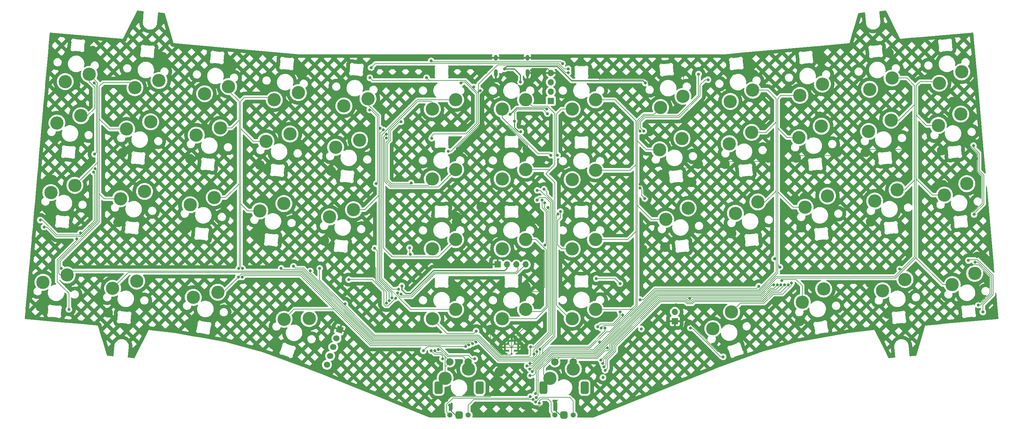
<source format=gbr>
%TF.GenerationSoftware,KiCad,Pcbnew,7.0.9*%
%TF.CreationDate,2024-01-06T21:29:47+01:00*%
%TF.ProjectId,rp2040_base,72703230-3430-45f6-9261-73652e6b6963,rev?*%
%TF.SameCoordinates,Original*%
%TF.FileFunction,Copper,L1,Top*%
%TF.FilePolarity,Positive*%
%FSLAX46Y46*%
G04 Gerber Fmt 4.6, Leading zero omitted, Abs format (unit mm)*
G04 Created by KiCad (PCBNEW 7.0.9) date 2024-01-06 21:29:47*
%MOMM*%
%LPD*%
G01*
G04 APERTURE LIST*
G04 Aperture macros list*
%AMRoundRect*
0 Rectangle with rounded corners*
0 $1 Rounding radius*
0 $2 $3 $4 $5 $6 $7 $8 $9 X,Y pos of 4 corners*
0 Add a 4 corners polygon primitive as box body*
4,1,4,$2,$3,$4,$5,$6,$7,$8,$9,$2,$3,0*
0 Add four circle primitives for the rounded corners*
1,1,$1+$1,$2,$3*
1,1,$1+$1,$4,$5*
1,1,$1+$1,$6,$7*
1,1,$1+$1,$8,$9*
0 Add four rect primitives between the rounded corners*
20,1,$1+$1,$2,$3,$4,$5,0*
20,1,$1+$1,$4,$5,$6,$7,0*
20,1,$1+$1,$6,$7,$8,$9,0*
20,1,$1+$1,$8,$9,$2,$3,0*%
%AMHorizOval*
0 Thick line with rounded ends*
0 $1 width*
0 $2 $3 position (X,Y) of the first rounded end (center of the circle)*
0 $4 $5 position (X,Y) of the second rounded end (center of the circle)*
0 Add line between two ends*
20,1,$1,$2,$3,$4,$5,0*
0 Add two circle primitives to create the rounded ends*
1,1,$1,$2,$3*
1,1,$1,$4,$5*%
%AMRotRect*
0 Rectangle, with rotation*
0 The origin of the aperture is its center*
0 $1 length*
0 $2 width*
0 $3 Rotation angle, in degrees counterclockwise*
0 Add horizontal line*
21,1,$1,$2,0,0,$3*%
G04 Aperture macros list end*
%TA.AperFunction,ComponentPad*%
%ADD10R,1.700000X1.700000*%
%TD*%
%TA.AperFunction,ComponentPad*%
%ADD11O,1.700000X1.700000*%
%TD*%
%TA.AperFunction,ComponentPad*%
%ADD12C,3.600000*%
%TD*%
%TA.AperFunction,ComponentPad*%
%ADD13C,1.400000*%
%TD*%
%TA.AperFunction,ComponentPad*%
%ADD14RoundRect,0.500000X0.500000X-0.500000X0.500000X0.500000X-0.500000X0.500000X-0.500000X-0.500000X0*%
%TD*%
%TA.AperFunction,ComponentPad*%
%ADD15RoundRect,0.550000X0.550000X-1.150000X0.550000X1.150000X-0.550000X1.150000X-0.550000X-1.150000X0*%
%TD*%
%TA.AperFunction,ComponentPad*%
%ADD16C,2.000000*%
%TD*%
%TA.AperFunction,ComponentPad*%
%ADD17RotRect,1.700000X1.700000X160.000000*%
%TD*%
%TA.AperFunction,ComponentPad*%
%ADD18HorizOval,1.700000X0.000000X0.000000X0.000000X0.000000X0*%
%TD*%
%TA.AperFunction,ComponentPad*%
%ADD19O,1.000000X1.600000*%
%TD*%
%TA.AperFunction,ComponentPad*%
%ADD20O,1.000000X2.100000*%
%TD*%
%TA.AperFunction,ComponentPad*%
%ADD21C,0.600000*%
%TD*%
%TA.AperFunction,ViaPad*%
%ADD22C,0.800000*%
%TD*%
%TA.AperFunction,Conductor*%
%ADD23C,0.200000*%
%TD*%
%TA.AperFunction,Conductor*%
%ADD24C,0.250000*%
%TD*%
%TA.AperFunction,Conductor*%
%ADD25C,0.220000*%
%TD*%
%TA.AperFunction,Conductor*%
%ADD26C,0.300000*%
%TD*%
G04 APERTURE END LIST*
D10*
%TO.P,pinout_cirque1,1,Pin_1*%
%TO.N,GND*%
X146314000Y-105130600D03*
D11*
%TO.P,pinout_cirque1,2,Pin_2*%
%TO.N,+3V3*%
X148854000Y-105130600D03*
%TO.P,pinout_cirque1,3,Pin_3*%
%TO.N,SCL*%
X151394000Y-105130600D03*
%TO.P,pinout_cirque1,4,Pin_4*%
%TO.N,SDA*%
X153934000Y-105130600D03*
%TD*%
D12*
%TO.P,K43,1*%
%TO.N,COL3*%
X88151305Y-120069707D03*
%TO.P,K43,2*%
%TO.N,Net-(D23-A-Pad2)*%
X94987085Y-119854716D03*
%TD*%
%TO.P,K25,1*%
%TO.N,Net-(D13-A-Pad1)*%
X247369420Y-68882129D03*
%TO.P,K25,2*%
%TO.N,COL11*%
X253473880Y-65798355D03*
%TD*%
%TO.P,K34,1*%
%TO.N,COL7*%
X172970000Y-98360569D03*
%TO.P,K34,2*%
%TO.N,Net-(D18-A-Pad2)*%
X166620000Y-100900569D03*
%TD*%
%TO.P,K24,1*%
%TO.N,COL10*%
X228391911Y-70542446D03*
%TO.P,K24,2*%
%TO.N,Net-(D13-A-Pad2)*%
X234496371Y-67458672D03*
%TD*%
%TO.P,K44,1*%
%TO.N,COL4*%
X132012500Y-136143069D03*
%TO.P,K44,2*%
%TO.N,Net-(D24-A-Pad1)*%
X138362500Y-133603069D03*
%TD*%
%TO.P,K46,1*%
%TO.N,COL6*%
X153920000Y-117410569D03*
%TO.P,K46,2*%
%TO.N,Net-(D25-A-Pad1)*%
X147570000Y-119950569D03*
%TD*%
%TO.P,K48,1*%
%TO.N,COL8*%
X160587500Y-136143069D03*
%TO.P,K48,2*%
%TO.N,Net-(D26-A-Pad1)*%
X166937500Y-133603069D03*
%TD*%
D10*
%TO.P,J4,1,Pin_1*%
%TO.N,GND*%
X194580000Y-120585000D03*
D11*
%TO.P,J4,2,Pin_2*%
%TO.N,+1V1*%
X194580000Y-118045000D03*
%TD*%
D12*
%TO.P,K4,1*%
%TO.N,Net-(D2-A-Pad2)*%
X92023164Y-58285923D03*
%TO.P,K4,2*%
%TO.N,COL3*%
X85475952Y-60262818D03*
%TD*%
%TO.P,K13,1*%
%TO.N,Net-(D7-A-Pad2)*%
X272720366Y-52640845D03*
%TO.P,K13,2*%
%TO.N,COL12*%
X266615906Y-55724619D03*
%TD*%
%TO.P,K14,1*%
%TO.N,Net-(D8-A-Pad2)*%
X26282068Y-66557685D03*
%TO.P,K14,2*%
%TO.N,COL0*%
X32829280Y-64580790D03*
%TD*%
%TO.P,K18,1*%
%TO.N,Net-(D10-A-Pad2)*%
X102192104Y-73198953D03*
%TO.P,K18,2*%
%TO.N,COL4*%
X108739316Y-71222058D03*
%TD*%
%TO.P,K47,1*%
%TO.N,COL7*%
X172970000Y-117341579D03*
%TO.P,K47,2*%
%TO.N,Net-(D25-A-Pad2)*%
X166620000Y-119881579D03*
%TD*%
%TO.P,K1,1*%
%TO.N,COL0*%
X35090637Y-53304972D03*
%TO.P,K1,2*%
%TO.N,Net-(D1-A-Pad1)*%
X28543425Y-55281867D03*
%TD*%
D13*
%TO.P,SW3,A,A*%
%TO.N,rot_1_l*%
X166897500Y-146183069D03*
%TO.P,SW3,B,B*%
%TO.N,rot_1_r*%
X161897500Y-146183069D03*
D14*
%TO.P,SW3,C,C*%
%TO.N,GND*%
X164397500Y-146183069D03*
D15*
%TO.P,SW3,MP*%
%TO.N,N/C*%
X169997500Y-138683069D03*
X158797500Y-138683069D03*
D16*
%TO.P,SW3,S1,S1*%
%TO.N,COL8*%
X161897500Y-131683069D03*
%TO.P,SW3,S2,S2*%
%TO.N,Net-(D26-A-Pad1)*%
X166897500Y-131683069D03*
%TD*%
D12*
%TO.P,K16,1*%
%TO.N,Net-(D9-A-Pad2)*%
X64237086Y-69878319D03*
%TO.P,K16,2*%
%TO.N,COL2*%
X70784298Y-67901424D03*
%TD*%
%TO.P,K37,1*%
%TO.N,COL10*%
X230052228Y-89519955D03*
%TO.P,K37,2*%
%TO.N,Net-(D20-A-Pad2)*%
X236156688Y-86436181D03*
%TD*%
D17*
%TO.P,J1,1,Pin_1*%
%TO.N,GND*%
X103294925Y-122882723D03*
D18*
%TO.P,J1,2,Pin_2*%
%TO.N,+3V3*%
X102426194Y-125269542D03*
%TO.P,J1,3,Pin_3*%
%TO.N,/RUN*%
X101557463Y-127656362D03*
%TO.P,J1,4,Pin_4*%
%TO.N,/SWD*%
X100688732Y-130043181D03*
%TO.P,J1,5,Pin_5*%
%TO.N,/SWCLK*%
X99820000Y-132430000D03*
%TD*%
D12*
%TO.P,K45,1*%
%TO.N,Net-(D24-A-Pad2)*%
X134870000Y-117410569D03*
%TO.P,K45,2*%
%TO.N,COL5*%
X128520000Y-119950569D03*
%TD*%
%TO.P,K5,1*%
%TO.N,COL4*%
X111000673Y-59946240D03*
%TO.P,K5,2*%
%TO.N,Net-(D3-A-Pad1)*%
X104453461Y-61923135D03*
%TD*%
%TO.P,K2,1*%
%TO.N,Net-(D1-A-Pad2)*%
X54068146Y-54965289D03*
%TO.P,K2,2*%
%TO.N,COL1*%
X47520934Y-56942184D03*
%TD*%
%TO.P,K20,1*%
%TO.N,COL6*%
X153920000Y-79310569D03*
%TO.P,K20,2*%
%TO.N,Net-(D11-A-Pad2)*%
X147570000Y-81850569D03*
%TD*%
%TO.P,K36,1*%
%TO.N,Net-(D19-A-Pad1)*%
X211074719Y-91180272D03*
%TO.P,K36,2*%
%TO.N,COL9*%
X217179179Y-88096498D03*
%TD*%
%TO.P,K12,1*%
%TO.N,COL11*%
X253742857Y-54301162D03*
%TO.P,K12,2*%
%TO.N,Net-(D6-A-Pad2)*%
X247638397Y-57384936D03*
%TD*%
%TO.P,K42,1*%
%TO.N,Net-(D23-A-Pad1)*%
X63410119Y-114093503D03*
%TO.P,K42,2*%
%TO.N,COL2*%
X70104714Y-112694757D03*
%TD*%
%TO.P,K32,1*%
%TO.N,Net-(D17-A-Pad2)*%
X134870000Y-98360569D03*
%TO.P,K32,2*%
%TO.N,COL5*%
X128520000Y-100900569D03*
%TD*%
%TO.P,K10,1*%
%TO.N,COL9*%
X215787839Y-57621796D03*
%TO.P,K10,2*%
%TO.N,Net-(D5-A-Pad2)*%
X209683379Y-60705570D03*
%TD*%
%TO.P,K50,1*%
%TO.N,COL10*%
X229305646Y-115416702D03*
%TO.P,K50,2*%
%TO.N,Net-(D27-A-Pad2)*%
X235118109Y-111812624D03*
%TD*%
%TO.P,K49,1*%
%TO.N,Net-(D26-A-Pad2)*%
X204932619Y-122617856D03*
%TO.P,K49,2*%
%TO.N,COL9*%
X210030936Y-118059209D03*
%TD*%
%TO.P,K35,1*%
%TO.N,COL8*%
X192097210Y-92840589D03*
%TO.P,K35,2*%
%TO.N,Net-(D19-A-Pad2)*%
X198201670Y-89756815D03*
%TD*%
D19*
%TO.P,J0,S1,SHIELD*%
%TO.N,GND*%
X145781579Y-48761579D03*
D20*
X145781579Y-52941579D03*
D19*
X154421579Y-48761579D03*
D20*
X154421579Y-52941579D03*
%TD*%
D12*
%TO.P,K23,1*%
%TO.N,Net-(D12-A-Pad1)*%
X209414402Y-72202763D03*
%TO.P,K23,2*%
%TO.N,COL9*%
X215518862Y-69118989D03*
%TD*%
%TO.P,K27,1*%
%TO.N,Net-(D15-A-Pad2)*%
X24621751Y-85535194D03*
%TO.P,K27,2*%
%TO.N,COL0*%
X31168963Y-83558299D03*
%TD*%
%TO.P,K30,1*%
%TO.N,COL3*%
X81554278Y-90516145D03*
%TO.P,K30,2*%
%TO.N,Net-(D16-A-Pad1)*%
X88101490Y-88539250D03*
%TD*%
D10*
%TO.P,USB_breakout1,1,Pin_1*%
%TO.N,VBUS*%
X160800000Y-60530000D03*
D11*
%TO.P,USB_breakout1,2,Pin_2*%
%TO.N,/USB_D+*%
X160800000Y-57990000D03*
%TO.P,USB_breakout1,3,Pin_3*%
%TO.N,/USB_D-*%
X160800000Y-55450000D03*
%TO.P,USB_breakout1,4,Pin_4*%
%TO.N,GND*%
X160800000Y-52910000D03*
%TD*%
D12*
%TO.P,K19,1*%
%TO.N,Net-(D10-A-Pad1)*%
X134870000Y-79310569D03*
%TO.P,K19,2*%
%TO.N,COL5*%
X128520000Y-81850569D03*
%TD*%
%TO.P,K33,1*%
%TO.N,COL6*%
X153920000Y-98360569D03*
%TO.P,K33,2*%
%TO.N,Net-(D18-A-Pad1)*%
X147570000Y-100900569D03*
%TD*%
%TO.P,K7,1*%
%TO.N,COL6*%
X153920000Y-60260569D03*
%TO.P,K7,2*%
%TO.N,Net-(D4-A-Pad1)*%
X147570000Y-62800569D03*
%TD*%
%TO.P,K6,1*%
%TO.N,Net-(D3-A-Pad2)*%
X134870000Y-60260569D03*
%TO.P,K6,2*%
%TO.N,COL5*%
X128520000Y-62800569D03*
%TD*%
D21*
%TO.P,U3,57,GND*%
%TO.N,GND*%
X150101579Y-129513691D03*
X151003140Y-128612130D03*
X151904701Y-127710569D03*
X149200018Y-128612130D03*
X150101579Y-127710569D03*
X151003140Y-126809008D03*
X148298457Y-127710569D03*
X149200018Y-126809008D03*
X150101579Y-125907447D03*
%TD*%
D12*
%TO.P,K39,1*%
%TO.N,COL12*%
X268007246Y-86199321D03*
%TO.P,K39,2*%
%TO.N,Net-(D21-A-Pad1)*%
X274111706Y-83115547D03*
%TD*%
%TO.P,K31,1*%
%TO.N,Net-(D17-A-Pad1)*%
X100531787Y-92176462D03*
%TO.P,K31,2*%
%TO.N,COL4*%
X107078999Y-90199567D03*
%TD*%
%TO.P,K3,1*%
%TO.N,COL2*%
X73045655Y-56625606D03*
%TO.P,K3,2*%
%TO.N,Net-(D2-A-Pad1)*%
X66498443Y-58602501D03*
%TD*%
%TO.P,K41,1*%
%TO.N,COL1*%
X41461766Y-111627186D03*
%TO.P,K41,2*%
%TO.N,Net-(D22-A-Pad1)*%
X48008978Y-109650291D03*
%TD*%
%TO.P,K22,1*%
%TO.N,COL8*%
X190436893Y-73863080D03*
%TO.P,K22,2*%
%TO.N,Net-(D12-A-Pad2)*%
X196541353Y-70779306D03*
%TD*%
%TO.P,K40,1*%
%TO.N,Net-(D22-A-Pad2)*%
X22497453Y-109979181D03*
%TO.P,K40,2*%
%TO.N,COL0*%
X29044665Y-108002286D03*
%TD*%
%TO.P,K15,1*%
%TO.N,COL1*%
X45259577Y-68218002D03*
%TO.P,K15,2*%
%TO.N,Net-(D8-A-Pad1)*%
X51806789Y-66241107D03*
%TD*%
%TO.P,K17,1*%
%TO.N,COL3*%
X83214595Y-71538636D03*
%TO.P,K17,2*%
%TO.N,Net-(D9-A-Pad1)*%
X89761807Y-69561741D03*
%TD*%
%TO.P,K21,1*%
%TO.N,COL7*%
X172970000Y-79481579D03*
%TO.P,K21,2*%
%TO.N,Net-(D11-A-Pad1)*%
X166620000Y-82021579D03*
%TD*%
%TO.P,K52,1*%
%TO.N,COL12*%
X270144741Y-110630996D03*
%TO.P,K52,2*%
%TO.N,Net-(D28-A-Pad2)*%
X276249201Y-107547222D03*
%TD*%
%TO.P,K38,1*%
%TO.N,Net-(D20-A-Pad1)*%
X249029737Y-87859638D03*
%TO.P,K38,2*%
%TO.N,COL11*%
X255134197Y-84775864D03*
%TD*%
D13*
%TO.P,SW1,A,A*%
%TO.N,rot_2_l*%
X138322500Y-146183069D03*
%TO.P,SW1,B,B*%
%TO.N,rot_2_r*%
X133322500Y-146183069D03*
D14*
%TO.P,SW1,C,C*%
%TO.N,GND*%
X135822500Y-146183069D03*
D15*
%TO.P,SW1,MP*%
%TO.N,N/C*%
X141422500Y-138683069D03*
X130222500Y-138683069D03*
D16*
%TO.P,SW1,S1,S1*%
%TO.N,COL4*%
X133322500Y-131683069D03*
%TO.P,SW1,S2,S2*%
%TO.N,Net-(D24-A-Pad1)*%
X138322500Y-131683069D03*
%TD*%
D12*
%TO.P,K51,1*%
%TO.N,Net-(D27-A-Pad1)*%
X251167232Y-112291313D03*
%TO.P,K51,2*%
%TO.N,COL11*%
X257271692Y-109207539D03*
%TD*%
%TO.P,K29,1*%
%TO.N,Net-(D16-A-Pad2)*%
X62576769Y-88855828D03*
%TO.P,K29,2*%
%TO.N,COL2*%
X69123981Y-86878933D03*
%TD*%
%TO.P,K8,1*%
%TO.N,COL7*%
X172970000Y-60260569D03*
%TO.P,K8,2*%
%TO.N,Net-(D4-A-Pad2)*%
X166620000Y-62800569D03*
%TD*%
%TO.P,K28,1*%
%TO.N,COL1*%
X43599260Y-87195511D03*
%TO.P,K28,2*%
%TO.N,Net-(D15-A-Pad1)*%
X50146472Y-85218616D03*
%TD*%
%TO.P,K11,1*%
%TO.N,Net-(D6-A-Pad1)*%
X234765348Y-55961479D03*
%TO.P,K11,2*%
%TO.N,COL10*%
X228660888Y-59045253D03*
%TD*%
%TO.P,K26,1*%
%TO.N,COL12*%
X266346929Y-67221812D03*
%TO.P,K26,2*%
%TO.N,Net-(D14-A-Pad1)*%
X272451389Y-64138038D03*
%TD*%
%TO.P,K9,1*%
%TO.N,Net-(D5-A-Pad1)*%
X196788456Y-59282113D03*
%TO.P,K9,2*%
%TO.N,COL8*%
X190683996Y-62365887D03*
%TD*%
D22*
%TO.N,+5V*%
X32692227Y-96578529D03*
X276084728Y-91489994D03*
X126960000Y-54240500D03*
X36302680Y-79980375D03*
X113250500Y-83087139D03*
X122518384Y-102370860D03*
X132830000Y-74250000D03*
X119983454Y-66194213D03*
X141566300Y-57739550D03*
X276370000Y-104482279D03*
X203607245Y-54773446D03*
X111461957Y-63000500D03*
X139805500Y-56750000D03*
X111490000Y-54240500D03*
X186120000Y-68765387D03*
X31677647Y-98159500D03*
X21748171Y-93016172D03*
X122758179Y-82900500D03*
X29551683Y-117359074D03*
X275909622Y-72740378D03*
X165526736Y-52822353D03*
X122334059Y-100576697D03*
X277250000Y-116170000D03*
%TO.N,GND*%
X31340000Y-56120000D03*
X134916173Y-111160986D03*
X21840000Y-116640000D03*
X107270000Y-87340000D03*
X32980000Y-61690000D03*
X146630000Y-137100000D03*
X24450000Y-92473616D03*
X112470000Y-68010000D03*
X234080000Y-49250000D03*
X187600000Y-68810000D03*
X61648316Y-95199073D03*
X40218138Y-118259500D03*
X134930000Y-112559500D03*
X85200000Y-126900000D03*
X73685838Y-50173003D03*
X101590000Y-96250000D03*
X38170000Y-113850000D03*
X137930000Y-57170000D03*
X92850000Y-53232320D03*
X158810500Y-101494622D03*
X200921202Y-77759500D03*
X229830000Y-86840000D03*
X141860000Y-89340000D03*
X269830000Y-92110000D03*
X172930000Y-53540000D03*
X185069500Y-83232307D03*
X110600000Y-55239500D03*
X207140000Y-128870000D03*
X29480000Y-47990000D03*
X80609291Y-96950709D03*
X63720000Y-93410000D03*
X247938269Y-93459025D03*
X135160000Y-93549500D03*
X247800000Y-110160000D03*
X227598305Y-76069062D03*
X276790500Y-76280000D03*
X254230000Y-50058491D03*
X257880000Y-72839500D03*
X252570000Y-118580000D03*
X81559954Y-77991239D03*
X130740000Y-123570000D03*
X229028110Y-95079500D03*
X44570000Y-91930000D03*
X101000289Y-79651556D03*
X144420000Y-122850000D03*
X111540000Y-52600000D03*
X133177245Y-143464245D03*
X62190000Y-121340000D03*
X185780000Y-100990000D03*
X191940000Y-100384674D03*
X153966125Y-111160937D03*
X55100000Y-49911686D03*
X62579765Y-76330521D03*
X154441905Y-73550860D03*
X154200000Y-121700000D03*
X199150000Y-82700000D03*
X161671000Y-142316200D03*
X73685838Y-51572003D03*
X220007817Y-76069500D03*
X276900000Y-102960000D03*
X267710000Y-83470000D03*
X137160000Y-119507000D03*
X146830000Y-134370000D03*
X187102749Y-86439239D03*
X151820000Y-63880000D03*
X99077726Y-98629065D03*
X111797604Y-100384674D03*
X215090000Y-50790000D03*
X267280000Y-74040000D03*
X194919600Y-116128800D03*
X22940000Y-113250000D03*
X216030000Y-53359500D03*
X116035863Y-115714401D03*
X154479750Y-74949500D03*
X131310000Y-146120000D03*
X35960000Y-48251369D03*
X124841000Y-128524000D03*
X62810000Y-86100000D03*
X153930000Y-112559500D03*
X132442982Y-142219315D03*
X153940000Y-93549500D03*
X44149281Y-74670605D03*
X234580000Y-51689500D03*
X160020000Y-143650000D03*
X228628306Y-120579062D03*
X153841385Y-143413569D03*
X238783394Y-74523394D03*
X35943620Y-46852864D03*
X196555000Y-52645000D03*
X234050000Y-64770000D03*
X270230000Y-60780000D03*
X143010000Y-57780000D03*
X187553600Y-55676169D03*
X252870000Y-47440000D03*
X82680000Y-94980000D03*
X191010000Y-80670000D03*
X272000000Y-116280000D03*
X135151646Y-92150889D03*
X24860000Y-90440000D03*
X141510000Y-67320000D03*
X92840000Y-51833320D03*
X246558375Y-74519131D03*
X42959343Y-93647686D03*
X55063938Y-48513182D03*
X25095200Y-82042000D03*
X172212000Y-121666000D03*
X164610000Y-90710000D03*
X70630000Y-73050000D03*
X81800000Y-87710000D03*
X275421779Y-105181779D03*
X47750000Y-113940000D03*
X135310000Y-73550500D03*
X154004303Y-92149116D03*
X135600000Y-71010000D03*
X198439904Y-121473602D03*
X143110000Y-52800000D03*
X210008157Y-96699500D03*
X208208305Y-77759062D03*
%TO.N,+3V3*%
X126080000Y-128662630D03*
X173555937Y-122087209D03*
X140081000Y-130861630D03*
X120210209Y-110990009D03*
X179649500Y-118041079D03*
%TO.N,+1V1*%
X180349000Y-118883902D03*
X185460000Y-122700500D03*
X174520000Y-122487209D03*
%TO.N,ROW0*%
X174907985Y-132112318D03*
X157870000Y-128193784D03*
X87350000Y-106170000D03*
X158970000Y-84600000D03*
X223488108Y-110681001D03*
%TO.N,Net-(D3-A-Pad2)*%
X119317711Y-111882508D03*
%TO.N,Net-(D4-A-Pad1)*%
X160811616Y-75349090D03*
%TO.N,Net-(D4-A-Pad2)*%
X162609500Y-75349500D03*
%TO.N,ROW1*%
X224487610Y-110681000D03*
X157120000Y-84930500D03*
X156989352Y-128884052D03*
X175286642Y-133037318D03*
X90700000Y-105640000D03*
%TO.N,Net-(D10-A-Pad1)*%
X115985929Y-70626689D03*
%TO.N,ROW2*%
X156253552Y-129583552D03*
X95280000Y-106890000D03*
X157110000Y-87529500D03*
X225487113Y-110681000D03*
X175609830Y-133983127D03*
%TO.N,Net-(D17-A-Pad2)*%
X115985500Y-69627187D03*
%TO.N,Net-(D18-A-Pad1)*%
X158426202Y-87596477D03*
X159210993Y-99817741D03*
%TO.N,Net-(D18-A-Pad2)*%
X163437214Y-90688861D03*
%TO.N,ROW3*%
X155330000Y-127650000D03*
X97850000Y-106190500D03*
X222488606Y-110680958D03*
X104732415Y-115839058D03*
X160010500Y-89570000D03*
X174465530Y-131141768D03*
X198670986Y-114380486D03*
%TO.N,Net-(D24-A-Pad1)*%
X118543104Y-114316627D03*
X130145298Y-128262223D03*
X105760000Y-109240500D03*
%TO.N,Net-(D24-A-Pad2)*%
X115176537Y-68456957D03*
%TO.N,Net-(D25-A-Pad1)*%
X159125702Y-88368211D03*
%TO.N,Net-(D25-A-Pad2)*%
X162715660Y-91380500D03*
%TO.N,Net-(D26-A-Pad1)*%
X221489104Y-110681464D03*
X175020888Y-135938356D03*
%TO.N,VBUS*%
X152550000Y-55390000D03*
X148152079Y-51810000D03*
X186554097Y-55676169D03*
%TO.N,/USB_D+*%
X150870000Y-66080000D03*
X152577800Y-68970500D03*
X159886828Y-63989422D03*
%TO.N,/USB_D-*%
X159689828Y-62802472D03*
X149730500Y-64220000D03*
%TO.N,COL0*%
X140387503Y-126263065D03*
%TO.N,COL1*%
X139456608Y-126662565D03*
X27479500Y-106184157D03*
%TO.N,COL2*%
X138492951Y-127062565D03*
X75710497Y-108550792D03*
X75810000Y-106220500D03*
%TO.N,COL3*%
X76809503Y-106220500D03*
X137577360Y-127462630D03*
X76710000Y-108550792D03*
%TO.N,COL4*%
X114288124Y-67999499D03*
X129229503Y-128662630D03*
X117549037Y-114216866D03*
%TO.N,COL5*%
X140450000Y-123300069D03*
%TO.N,COL6*%
X175560000Y-122487209D03*
X155151746Y-132110792D03*
%TO.N,COL7*%
X154315476Y-132810292D03*
%TO.N,COL8*%
X155078639Y-133603214D03*
X174078057Y-126286209D03*
X176196348Y-127842276D03*
%TO.N,COL9*%
X221740000Y-103568378D03*
X226351775Y-110180554D03*
X155764011Y-134330724D03*
%TO.N,COL10*%
X223190000Y-105830000D03*
X155163000Y-135431705D03*
X223679080Y-109500785D03*
%TO.N,COL11*%
X156650959Y-140351715D03*
X255820000Y-106370000D03*
%TO.N,COL12*%
X156850000Y-141400000D03*
%TO.N,Net-(LED1-DIN)*%
X36555000Y-75070605D03*
X36443211Y-55646790D03*
%TO.N,Net-(LED10-DIN)*%
X36702680Y-79013118D03*
X22780000Y-94920000D03*
%TO.N,Net-(LED15-DIN)*%
X112785500Y-100690000D03*
X116750438Y-115014901D03*
X128230000Y-128662630D03*
X131313000Y-130861630D03*
%TO.N,Net-(LED21-DIN)*%
X128220000Y-49630500D03*
X163998563Y-50402837D03*
%TO.N,Net-(LED33-DIN)*%
X185069500Y-68765387D03*
X201060000Y-53240442D03*
%TO.N,Net-(LED40-DOUT)*%
X207740000Y-130300000D03*
X198835308Y-122434692D03*
%TO.N,rot_2_l*%
X155940408Y-141956581D03*
%TO.N,rot_2_r*%
X155237379Y-141134542D03*
%TO.N,rot_1_l*%
X156693649Y-142613569D03*
%TO.N,rot_1_r*%
X157690000Y-142950500D03*
%TO.N,LED_LEFT_OUT*%
X111860000Y-51500000D03*
X165520000Y-51810000D03*
%TO.N,Net-(LED21-DOUT)*%
X128350000Y-70720000D03*
X136350000Y-55660000D03*
%TO.N,LED_MIDDLE_OUT*%
X217413316Y-111081000D03*
X185069500Y-114709500D03*
X274547371Y-104027535D03*
X278480000Y-118090000D03*
X173190000Y-108970000D03*
X179649500Y-110326428D03*
%TO.N,Net-(LED35-DOUT)*%
X185069500Y-84231810D03*
X186395994Y-87145994D03*
%TO.N,SDA*%
X119049378Y-112844903D03*
%TO.N,SCL*%
X119980248Y-113208892D03*
%TD*%
D23*
%TO.N,+5V*%
X280847287Y-113172712D02*
X280847287Y-108187287D01*
X113550000Y-64665686D02*
X113550000Y-82787639D01*
X116350000Y-72035686D02*
X116350000Y-82128628D01*
X26380000Y-103880000D02*
X31677647Y-98582353D01*
X117085929Y-71299757D02*
X116350000Y-72035686D01*
X280847287Y-108187287D02*
X277142279Y-104482279D01*
X31677647Y-98582353D02*
X31677647Y-98159500D01*
X36602180Y-89400000D02*
X36602180Y-83050000D01*
X114660000Y-54960000D02*
X112209500Y-54960000D01*
X122334059Y-100576697D02*
X122334059Y-102186535D01*
X165526736Y-52822353D02*
X164863149Y-52822353D01*
X26380000Y-109830000D02*
X26380000Y-103880000D01*
X128040000Y-54960000D02*
X114660000Y-54960000D01*
X185170000Y-66345686D02*
X185170000Y-67815387D01*
X111461957Y-63000500D02*
X111884814Y-63000500D01*
X276369792Y-90965685D02*
X276372045Y-90965685D01*
X144275894Y-52765894D02*
X141085000Y-55956787D01*
X278709792Y-80819792D02*
X277780000Y-79890000D01*
X141085000Y-61315600D02*
X141085000Y-59930000D01*
X140085343Y-57484657D02*
X139805500Y-57204814D01*
X26299950Y-97060000D02*
X22256122Y-93016172D01*
X201450000Y-59245685D02*
X195645686Y-65050000D01*
X276912843Y-74167157D02*
X275909622Y-73163936D01*
X277780000Y-79890000D02*
X277490000Y-79600000D01*
X276084728Y-91489994D02*
X276084728Y-91250749D01*
X203607245Y-54773446D02*
X202846554Y-54773446D01*
X137560685Y-54960000D02*
X128040000Y-54960000D01*
X122458679Y-83200000D02*
X122758179Y-82900500D01*
X277142279Y-104482279D02*
X276370000Y-104482279D01*
X33115785Y-96578529D02*
X32692227Y-96578529D01*
X36602180Y-93092134D02*
X35717157Y-93977157D01*
X141085000Y-58484314D02*
X140085343Y-57484657D01*
X35717157Y-93977157D02*
X33115785Y-96578529D01*
X117085929Y-68668180D02*
X117085929Y-71299757D01*
X122334059Y-102186535D02*
X122518384Y-102370860D01*
X35002157Y-94692157D02*
X32634314Y-97060000D01*
X29551683Y-117359074D02*
X29551683Y-113001683D01*
X35002157Y-94692157D02*
X34712157Y-94982157D01*
X141085000Y-59930000D02*
X141085000Y-55956788D01*
X141085000Y-61315600D02*
X141085000Y-58220850D01*
X162770796Y-50730000D02*
X146311787Y-50730000D01*
X119983454Y-66194213D02*
X119559896Y-66194213D01*
X134700025Y-73140025D02*
X141085000Y-66755050D01*
X35717157Y-93977157D02*
X35002157Y-94692157D01*
X22256122Y-93016172D02*
X21748171Y-93016172D01*
X201450000Y-56170000D02*
X201450000Y-59245685D01*
X27990000Y-111440000D02*
X26380000Y-109830000D01*
X277490000Y-76230000D02*
X277490000Y-74744314D01*
X116350000Y-82128628D02*
X117421372Y-83200000D01*
X277250000Y-116170000D02*
X277850000Y-116170000D01*
X185170000Y-67815387D02*
X186120000Y-68765387D01*
X276372045Y-90965685D02*
X278709792Y-88627938D01*
X111884814Y-63000500D02*
X113550000Y-64665686D01*
X277850000Y-116170000D02*
X280847287Y-113172712D01*
X112209500Y-54960000D02*
X111490000Y-54240500D01*
X277490000Y-79600000D02*
X277490000Y-76230000D01*
X186465686Y-65050000D02*
X185170000Y-66345686D01*
X141085000Y-55956788D02*
X144275894Y-52765894D01*
X117421372Y-83200000D02*
X122458679Y-83200000D01*
X36602180Y-83050000D02*
X36602180Y-82590000D01*
X141085000Y-59930000D02*
X141085000Y-58484314D01*
X127679500Y-54960000D02*
X126960000Y-54240500D01*
X195645686Y-65050000D02*
X186465686Y-65050000D01*
X119559896Y-66194213D02*
X117085929Y-68668180D01*
X202846554Y-54773446D02*
X201450000Y-56170000D01*
X32634314Y-97060000D02*
X26299950Y-97060000D01*
X146311787Y-50730000D02*
X144275894Y-52765894D01*
X132830000Y-74250000D02*
X133590050Y-74250000D01*
X141085000Y-58220850D02*
X141566300Y-57739550D01*
X36602180Y-80279875D02*
X36302680Y-79980375D01*
X140085343Y-57484657D02*
X137560685Y-54960000D01*
X139805500Y-57204814D02*
X139805500Y-56750000D01*
X36602180Y-82590000D02*
X36602180Y-80279875D01*
X133590050Y-74250000D02*
X134700025Y-73140025D01*
X277490000Y-74744314D02*
X276912843Y-74167157D01*
X36602180Y-89400000D02*
X36602180Y-93092134D01*
X278709792Y-88627938D02*
X278709792Y-80819792D01*
X128040000Y-54960000D02*
X127679500Y-54960000D01*
X276084728Y-91250749D02*
X276369792Y-90965685D01*
X113550000Y-82787639D02*
X113250500Y-83087139D01*
X275909622Y-73163936D02*
X275909622Y-72740378D01*
X29551683Y-113001683D02*
X27990000Y-111440000D01*
X164863149Y-52822353D02*
X162770796Y-50730000D01*
X141085000Y-66755050D02*
X141085000Y-61315600D01*
%TO.N,GND*%
X63720000Y-93410000D02*
X63437389Y-93410000D01*
X116035863Y-112517199D02*
X113150000Y-109631334D01*
X146630000Y-137100000D02*
X146830000Y-136900000D01*
X187553600Y-55676169D02*
X186512831Y-54635400D01*
X154004303Y-92149116D02*
X154004303Y-93485197D01*
X277090000Y-79434314D02*
X277090000Y-77970000D01*
X216030000Y-51730000D02*
X215090000Y-50790000D01*
X158810500Y-101494622D02*
X159110000Y-101794122D01*
X199850702Y-78830000D02*
X195140000Y-78830000D01*
X277150000Y-115460000D02*
X277994314Y-115460000D01*
X135310000Y-73095736D02*
X140632868Y-67772868D01*
X185940000Y-85720000D02*
X185940000Y-85540000D01*
X194920000Y-78830000D02*
X192850000Y-78830000D01*
X208877367Y-77090000D02*
X208208305Y-77759062D01*
X278309792Y-86070000D02*
X278309792Y-88462252D01*
X35960000Y-48251369D02*
X35960000Y-46869244D01*
X73685838Y-51572003D02*
X73685838Y-50173003D01*
X154441905Y-73550860D02*
X154441905Y-72584074D01*
X82680000Y-94980000D02*
X82580000Y-94980000D01*
X192850000Y-78830000D02*
X191010000Y-80670000D01*
X146830000Y-136560000D02*
X146830000Y-132785270D01*
X278777157Y-114677157D02*
X279912157Y-113542157D01*
X149804478Y-129810792D02*
X150101579Y-129513691D01*
X198439904Y-121473602D02*
X198864168Y-121473602D01*
X280447287Y-113007027D02*
X280447287Y-112400000D01*
D24*
X163396417Y-146183069D02*
X162770834Y-145557486D01*
D23*
X195140000Y-78830000D02*
X194920000Y-78830000D01*
X150101579Y-127710569D02*
X150101579Y-125907447D01*
X141085736Y-67320000D02*
X141510000Y-67320000D01*
X140632868Y-67772868D02*
X141085736Y-67320000D01*
X253960000Y-117190000D02*
X271090000Y-117190000D01*
X92850000Y-53232320D02*
X92850000Y-51843320D01*
X274260000Y-72080000D02*
X268660000Y-72080000D01*
X150101579Y-127710569D02*
X149200018Y-126809008D01*
X101590000Y-96250000D02*
X101456791Y-96250000D01*
X159110000Y-101794122D02*
X159110000Y-111340000D01*
X149177831Y-67320000D02*
X141510000Y-67320000D01*
X63437389Y-93410000D02*
X61648316Y-95199073D01*
X277090000Y-77970000D02*
X277090000Y-76579500D01*
X154441905Y-72584074D02*
X149177831Y-67320000D01*
D24*
X133832600Y-145237200D02*
X133177245Y-144581845D01*
D23*
X237866788Y-75440000D02*
X228227367Y-75440000D01*
D24*
X145781579Y-54549576D02*
X145781579Y-52941579D01*
D23*
X200921202Y-77759500D02*
X199850702Y-78830000D01*
X116035863Y-115714401D02*
X116035863Y-112517199D01*
D24*
X143010000Y-57321155D02*
X145781579Y-54549576D01*
X141510000Y-67320000D02*
X141510000Y-66550000D01*
D23*
X196960000Y-55159500D02*
X196960000Y-53050000D01*
X150101579Y-129513691D02*
X150101579Y-127710569D01*
X277090000Y-76579500D02*
X276790500Y-76280000D01*
X272820000Y-115460000D02*
X277150000Y-115460000D01*
X185940000Y-84102807D02*
X185069500Y-83232307D01*
X159110000Y-111340000D02*
X157890500Y-112559500D01*
X206260566Y-128870000D02*
X207140000Y-128870000D01*
X238783394Y-74523394D02*
X237866788Y-75440000D01*
X153966125Y-112523375D02*
X153930000Y-112559500D01*
X279912157Y-113542157D02*
X280447287Y-113007027D01*
X268660000Y-72080000D02*
X267280000Y-73460000D01*
X154200000Y-121700000D02*
X154200000Y-121809026D01*
X272000000Y-116280000D02*
X272820000Y-115460000D01*
X218987317Y-77090000D02*
X214570000Y-77090000D01*
X271140000Y-90800000D02*
X275969792Y-90800000D01*
X278322157Y-115132157D02*
X278777157Y-114677157D01*
X44570000Y-91930000D02*
X44570000Y-92037029D01*
X153966125Y-111160937D02*
X153966125Y-112523375D01*
X135151646Y-93541146D02*
X135160000Y-93549500D01*
X146830000Y-134370000D02*
X146830000Y-132785270D01*
X278964314Y-114490000D02*
X279132157Y-114322157D01*
X146830000Y-136900000D02*
X146830000Y-136560000D01*
X278309792Y-86070000D02*
X278309792Y-80985478D01*
X44570000Y-92037029D02*
X42959343Y-93647686D01*
X267280000Y-73460000D02*
X267280000Y-74040000D01*
D24*
X161671000Y-144510641D02*
X161671000Y-142316200D01*
D23*
X278309792Y-80985478D02*
X277557157Y-80232843D01*
X254230000Y-48800000D02*
X252870000Y-47440000D01*
X278309792Y-88462252D02*
X276206359Y-90565685D01*
X156190000Y-143650000D02*
X160020000Y-143650000D01*
X234580000Y-51689500D02*
X234580000Y-49750000D01*
X151904701Y-127710569D02*
X148298457Y-127710569D01*
D24*
X141510000Y-58821155D02*
X142551155Y-57780000D01*
D23*
X135151646Y-92150889D02*
X135151646Y-93541146D01*
X198864168Y-121473602D02*
X206260566Y-128870000D01*
X216030000Y-53359500D02*
X216030000Y-51730000D01*
X251360000Y-73760000D02*
X247317506Y-73760000D01*
X111797604Y-104737604D02*
X111797604Y-100384674D01*
X252570000Y-118580000D02*
X253960000Y-117190000D01*
D25*
X160800000Y-52620000D02*
X159820000Y-51640000D01*
D23*
X110600000Y-55239500D02*
X110600000Y-53540000D01*
D24*
X164397500Y-146183069D02*
X163396417Y-146183069D01*
D23*
X146830000Y-138650000D02*
X146830000Y-136560000D01*
X277090000Y-74910000D02*
X274260000Y-72080000D01*
X277276093Y-105181779D02*
X275421779Y-105181779D01*
D24*
X142551155Y-57780000D02*
X143010000Y-57780000D01*
D25*
X159820000Y-51640000D02*
X155723158Y-51640000D01*
D23*
X144420000Y-122850000D02*
X144420000Y-127044218D01*
X220007817Y-76069500D02*
X218987317Y-77090000D01*
X154200000Y-121809026D02*
X150101579Y-125907447D01*
X277557157Y-80232843D02*
X277090000Y-79765685D01*
X228227367Y-75440000D02*
X227598305Y-76069062D01*
X82580000Y-94980000D02*
X80609291Y-96950709D01*
X278777157Y-114677157D02*
X278964314Y-114490000D01*
X154479750Y-74949500D02*
X154441905Y-74911655D01*
D24*
X135822500Y-146183069D02*
X134778469Y-146183069D01*
D23*
X276204107Y-90565685D02*
X275969792Y-90800000D01*
X187102749Y-86439239D02*
X186659239Y-86439239D01*
X132442982Y-142219315D02*
X133505716Y-141156581D01*
X135310000Y-73550500D02*
X135310000Y-73095736D01*
X196960000Y-53050000D02*
X196555000Y-52645000D01*
X133505716Y-141156581D02*
X144323419Y-141156581D01*
X113150000Y-106090000D02*
X111797604Y-104737604D01*
X279912157Y-113542157D02*
X280280000Y-113174314D01*
X279202157Y-107107843D02*
X277276093Y-105181779D01*
X154077816Y-143650000D02*
X153841385Y-143413569D01*
D24*
X24860000Y-90440000D02*
X24860000Y-92063616D01*
D23*
X154004303Y-93485197D02*
X153940000Y-93549500D01*
X157890500Y-112559500D02*
X153930000Y-112559500D01*
X280447287Y-112400000D02*
X280447287Y-108352973D01*
X110600000Y-53540000D02*
X111540000Y-52600000D01*
X154441905Y-74911655D02*
X154441905Y-73550860D01*
X141510000Y-66895736D02*
X141510000Y-66550000D01*
X150101579Y-127710569D02*
X151003140Y-126809008D01*
D25*
X155723158Y-51640000D02*
X154421579Y-52941579D01*
D24*
X133177245Y-144581845D02*
X133177245Y-143464245D01*
D23*
X186659239Y-86439239D02*
X185940000Y-85720000D01*
D24*
X162600104Y-145439745D02*
X161671000Y-144510641D01*
X134930000Y-111174813D02*
X134916173Y-111160986D01*
D23*
X55100000Y-49911686D02*
X55100000Y-48549244D01*
X101456791Y-96250000D02*
X99077726Y-98629065D01*
X185940000Y-85540000D02*
X185940000Y-84102807D01*
X280447287Y-108352973D02*
X279202157Y-107107843D01*
X277090000Y-77970000D02*
X277090000Y-74910000D01*
X113150000Y-109631334D02*
X113150000Y-106090000D01*
X144420000Y-127044218D02*
X147186574Y-129810792D01*
X256959500Y-73760000D02*
X251360000Y-73760000D01*
X271090000Y-117190000D02*
X272000000Y-116280000D01*
X144323419Y-141156581D02*
X146830000Y-138650000D01*
D24*
X143010000Y-57780000D02*
X143010000Y-57321155D01*
D23*
X55100000Y-48549244D02*
X55063938Y-48513182D01*
D24*
X134930000Y-112559500D02*
X134930000Y-111174813D01*
X141510000Y-66550000D02*
X141510000Y-58821155D01*
D23*
X276206359Y-90565685D02*
X276204107Y-90565685D01*
X147186574Y-129810792D02*
X149804478Y-129810792D01*
X156190000Y-143650000D02*
X154077816Y-143650000D01*
X234580000Y-49750000D02*
X234080000Y-49250000D01*
X257880000Y-72839500D02*
X256959500Y-73760000D01*
D24*
X24860000Y-92063616D02*
X24450000Y-92473616D01*
D23*
X254230000Y-50058491D02*
X254230000Y-48800000D01*
X277090000Y-79765685D02*
X277090000Y-79434314D01*
X269830000Y-92110000D02*
X271140000Y-90800000D01*
X186512831Y-54635400D02*
X174025400Y-54635400D01*
X35960000Y-46869244D02*
X35943620Y-46852864D01*
X247317506Y-73760000D02*
X246558375Y-74519131D01*
X277994314Y-115460000D02*
X278322157Y-115132157D01*
X140632868Y-67772868D02*
X141510000Y-66895736D01*
D24*
X162770834Y-145557486D02*
X162600104Y-145439745D01*
D23*
X92850000Y-51843320D02*
X92840000Y-51833320D01*
X214570000Y-77090000D02*
X208877367Y-77090000D01*
D24*
X134778469Y-146183069D02*
X133832600Y-145237200D01*
D25*
X160800000Y-52910000D02*
X160800000Y-52620000D01*
D23*
X174025400Y-54635400D02*
X172930000Y-53540000D01*
D26*
%TO.N,+3V3*%
X120210209Y-112031409D02*
X121273200Y-113094400D01*
D23*
X130518306Y-127563065D02*
X127179565Y-127563065D01*
X140081000Y-130861630D02*
X139339539Y-130861630D01*
X179649500Y-118041079D02*
X179649500Y-119440750D01*
X139339539Y-130861630D02*
X138357909Y-129880000D01*
D26*
X148246200Y-106820600D02*
X148854000Y-106212800D01*
X148854000Y-106212800D02*
X148854000Y-105130600D01*
X125573460Y-110130260D02*
X128883119Y-106820600D01*
X122609319Y-113094400D02*
X125573460Y-110130260D01*
X121273200Y-113094400D02*
X122609319Y-113094400D01*
D23*
X132835241Y-129880000D02*
X130518306Y-127563065D01*
D26*
X128883119Y-106820600D02*
X148246200Y-106820600D01*
D23*
X138357909Y-129880000D02*
X132835241Y-129880000D01*
D26*
X125573460Y-110130260D02*
X126017960Y-109685759D01*
D23*
X127179565Y-127563065D02*
X126080000Y-128662630D01*
X177703041Y-121387209D02*
X174255937Y-121387209D01*
D26*
X120210209Y-110990009D02*
X120210209Y-112031409D01*
D23*
X179649500Y-119440750D02*
X177703041Y-121387209D01*
X174255937Y-121387209D02*
X173555937Y-122087209D01*
%TO.N,+1V1*%
X180349000Y-118883902D02*
X180349000Y-119306936D01*
X180349000Y-119306936D02*
X177868727Y-121787209D01*
X175220000Y-121787209D02*
X174520000Y-122487209D01*
X177868727Y-121787209D02*
X175220000Y-121787209D01*
%TO.N,ROW0*%
X177695848Y-127051260D02*
X177695847Y-128465474D01*
X159665977Y-86096477D02*
X161510000Y-87940500D01*
X197680000Y-114480000D02*
X190267108Y-114480000D01*
X198960936Y-115080486D02*
X198280486Y-115080486D01*
X161510000Y-124553784D02*
X157870000Y-128193784D01*
X140676103Y-125563065D02*
X112335807Y-125563065D01*
X149650000Y-131410792D02*
X146523830Y-131410792D01*
X157870000Y-129577256D02*
X157498628Y-129948628D01*
X157870000Y-129577257D02*
X157498628Y-129948628D01*
X156036464Y-131410792D02*
X149650000Y-131410792D01*
X161510000Y-97290000D02*
X161510000Y-97730000D01*
X222189109Y-111980000D02*
X220898380Y-111980000D01*
X159665977Y-85295977D02*
X159665977Y-86096477D01*
X161510000Y-88050000D02*
X161510000Y-97290000D01*
X190267108Y-114480000D02*
X177695848Y-127051260D01*
X161510000Y-87940500D02*
X161510000Y-88050000D01*
X158970000Y-84600000D02*
X159665977Y-85295977D01*
X161510000Y-107660000D02*
X161510000Y-124553784D01*
X218398380Y-114480000D02*
X199561422Y-114480000D01*
X93292742Y-106520000D02*
X87700000Y-106520000D01*
X157870000Y-128193784D02*
X157870000Y-129577257D01*
X146523830Y-131410792D02*
X140676103Y-125563065D01*
X220898380Y-111980000D02*
X218398380Y-114480000D01*
X175165530Y-130995792D02*
X175165530Y-131854773D01*
X199561422Y-114480000D02*
X198960936Y-115080486D01*
X87700000Y-106520000D02*
X87350000Y-106170000D01*
X149650000Y-131410792D02*
X148310792Y-131410792D01*
X161510000Y-88050000D02*
X161510000Y-88630000D01*
X112335807Y-125563065D02*
X93292742Y-106520000D01*
X161510000Y-107780000D02*
X161510000Y-108040000D01*
X175165530Y-131854773D02*
X174907985Y-132112318D01*
X223488108Y-110681001D02*
X222189109Y-111980000D01*
X177695847Y-128465474D02*
X175165530Y-130995792D01*
X198280486Y-115080486D02*
X197680000Y-114480000D01*
X161510000Y-107660000D02*
X161510000Y-107780000D01*
X157870000Y-128193784D02*
X157870000Y-129577256D01*
X157498628Y-129948628D02*
X156036464Y-131410792D01*
X161510000Y-97730000D02*
X161510000Y-107660000D01*
%TO.N,Net-(D3-A-Pad2)*%
X114750000Y-69872737D02*
X124362168Y-60260569D01*
X114750000Y-108968592D02*
X114750000Y-106197400D01*
X114750000Y-108747734D02*
X114750000Y-106197400D01*
X119317711Y-111882508D02*
X117663916Y-111882508D01*
X114750000Y-106197400D02*
X114750000Y-69872737D01*
X117663916Y-111882508D02*
X114750000Y-108968592D01*
X124362168Y-60260569D02*
X134870000Y-60260569D01*
%TO.N,Net-(D4-A-Pad1)*%
X157373016Y-74949500D02*
X147570000Y-65146483D01*
X160412026Y-74949500D02*
X157373016Y-74949500D01*
X160811616Y-75349090D02*
X160412026Y-74949500D01*
X147570000Y-65146483D02*
X147570000Y-62800569D01*
%TO.N,Net-(D4-A-Pad2)*%
X162310000Y-75050000D02*
X162310000Y-64150000D01*
X162310000Y-64150000D02*
X163659431Y-62800569D01*
X162609500Y-75349500D02*
X162310000Y-75050000D01*
X163659431Y-62800569D02*
X166620000Y-62800569D01*
%TO.N,ROW1*%
X198114800Y-115480486D02*
X197514315Y-114880000D01*
X218564066Y-114880000D02*
X199727108Y-114880000D01*
X197514315Y-114880000D02*
X190432794Y-114880000D01*
X161110000Y-123040000D02*
X161110000Y-117880000D01*
X221064066Y-112380000D02*
X218564066Y-114880000D01*
X175780000Y-130947006D02*
X175780000Y-132543960D01*
X156953552Y-128919852D02*
X156989352Y-128884052D01*
X178095847Y-128631160D02*
X175780000Y-130947006D01*
X161110000Y-117880000D02*
X161110000Y-116120000D01*
X161110000Y-116120000D02*
X161110000Y-116080000D01*
X199126621Y-115480486D02*
X198114800Y-115480486D01*
X175780000Y-132543960D02*
X175286642Y-133037318D01*
X156989352Y-128084482D02*
X157431917Y-127641917D01*
X155870779Y-131010792D02*
X156953552Y-129928019D01*
X224487610Y-110681000D02*
X222788610Y-112380000D01*
X146689516Y-131010792D02*
X155870779Y-131010792D01*
X157934314Y-84930500D02*
X157120000Y-84930500D01*
X90700000Y-105640000D02*
X91180000Y-106120000D01*
X190432794Y-114880000D02*
X178095848Y-127216946D01*
X91180000Y-106120000D02*
X93458428Y-106120000D01*
X156989352Y-128884052D02*
X156989352Y-128084482D01*
X161110000Y-117880000D02*
X161110000Y-88106186D01*
X222788610Y-112380000D02*
X221064066Y-112380000D01*
X161110000Y-123963834D02*
X161110000Y-123040000D01*
X199727108Y-114880000D02*
X199126621Y-115480486D01*
X93458428Y-106120000D02*
X112501493Y-125163065D01*
X112501493Y-125163065D02*
X140841789Y-125163065D01*
X161110000Y-88106186D02*
X157934314Y-84930500D01*
X140841789Y-125163065D02*
X146689516Y-131010792D01*
X157431917Y-127641917D02*
X161110000Y-123963834D01*
X178095848Y-127216946D02*
X178095847Y-128631160D01*
X156953552Y-129928019D02*
X156953552Y-128919852D01*
%TO.N,Net-(D10-A-Pad1)*%
X115550000Y-71062618D02*
X115550000Y-82460000D01*
X117090000Y-84000000D02*
X130180569Y-84000000D01*
X130180569Y-84000000D02*
X134870000Y-79310569D01*
X115985929Y-70626689D02*
X115550000Y-71062618D01*
X115550000Y-82460000D02*
X117090000Y-84000000D01*
%TO.N,ROW2*%
X199892793Y-115280000D02*
X199292306Y-115880486D01*
X197949114Y-115880485D02*
X197348629Y-115280000D01*
X159334605Y-86896477D02*
X160710000Y-88271872D01*
X225487113Y-110681000D02*
X223388113Y-112780000D01*
X146855202Y-130610792D02*
X141007475Y-124763065D01*
X221229752Y-112780000D02*
X218729751Y-115280000D01*
X141007475Y-124763065D02*
X112667179Y-124763065D01*
X218729751Y-115280000D02*
X199892793Y-115280000D01*
X157743023Y-86896477D02*
X159334605Y-86896477D01*
X178495847Y-128796846D02*
X176180000Y-131112692D01*
X157110000Y-87529500D02*
X157743023Y-86896477D01*
X156253552Y-128254597D02*
X156253552Y-129583552D01*
X223388113Y-112780000D02*
X221229752Y-112780000D01*
X197348629Y-115280000D02*
X190598480Y-115280000D01*
X178495848Y-127382632D02*
X178495847Y-128796846D01*
X156253552Y-129583552D02*
X156253552Y-130062333D01*
X190598480Y-115280000D02*
X178495848Y-127382632D01*
X160710000Y-123798148D02*
X156253552Y-128254597D01*
X155705093Y-130610792D02*
X146855202Y-130610792D01*
X199292306Y-115880486D02*
X197949114Y-115880485D01*
X176180000Y-131112692D02*
X176180000Y-133412957D01*
X156253552Y-130062333D02*
X155705093Y-130610792D01*
X95280000Y-107375886D02*
X95280000Y-106890000D01*
X112667179Y-124763065D02*
X95280000Y-107375886D01*
X160710000Y-88271872D02*
X160710000Y-123798148D01*
X176180000Y-133412957D02*
X175609830Y-133983127D01*
%TO.N,Net-(D17-A-Pad2)*%
X130160569Y-103070000D02*
X117650000Y-103070000D01*
X117650000Y-103070000D02*
X115150000Y-100570000D01*
X115985500Y-69627187D02*
X115150000Y-70462687D01*
X115150000Y-70800000D02*
X115150000Y-71280000D01*
X115150000Y-70462687D02*
X115150000Y-70800000D01*
X115150000Y-100570000D02*
X115150000Y-71280000D01*
X134870000Y-98360569D02*
X130160569Y-103070000D01*
%TO.N,Net-(D18-A-Pad1)*%
X159510000Y-99518734D02*
X159510000Y-90685686D01*
X159510000Y-90685686D02*
X158426202Y-89601888D01*
X159210993Y-99817741D02*
X159510000Y-99518734D01*
X158426202Y-89601888D02*
X158426202Y-87596477D01*
%TO.N,Net-(D18-A-Pad2)*%
X162710000Y-93100000D02*
X162710000Y-99850000D01*
X163437214Y-90688861D02*
X163437214Y-92372786D01*
X163760569Y-100900569D02*
X166620000Y-100900569D01*
X163437214Y-92372786D02*
X162710000Y-93100000D01*
X162710000Y-99850000D02*
X163760569Y-100900569D01*
%TO.N,ROW3*%
X155330000Y-129790000D02*
X154909208Y-130210792D01*
X177295848Y-127990000D02*
X177295848Y-128299788D01*
X177295848Y-128299788D02*
X177061533Y-128534102D01*
X201440000Y-114080000D02*
X218232695Y-114080000D01*
X154909208Y-130210792D02*
X147020888Y-130210792D01*
X221589564Y-111580000D02*
X222488606Y-110680958D01*
X187385711Y-116795711D02*
X177295848Y-126885574D01*
X104308858Y-115839058D02*
X104732415Y-115839058D01*
X218232695Y-114080000D02*
X220732694Y-111580000D01*
X141173160Y-124363065D02*
X112832865Y-124363065D01*
X174465530Y-131141768D02*
X174465530Y-131130105D01*
X97850000Y-106190500D02*
X97850000Y-109380200D01*
X156292462Y-127650000D02*
X155330000Y-127650000D01*
X190101422Y-114080000D02*
X187385711Y-116795711D01*
X160010500Y-89570000D02*
X160310000Y-89869500D01*
X201320000Y-114080000D02*
X198971472Y-114080000D01*
X177295848Y-126885574D02*
X177295848Y-127360000D01*
X155330000Y-127650000D02*
X155330000Y-129790000D01*
X103879900Y-115410100D02*
X104308858Y-115839058D01*
X177295848Y-127360000D02*
X177295848Y-127990000D01*
X160310000Y-89869500D02*
X160310000Y-123632462D01*
X198971472Y-114080000D02*
X198670986Y-114380486D01*
X201440000Y-114080000D02*
X201320000Y-114080000D01*
X174465530Y-131130105D02*
X177295848Y-128299787D01*
X112832865Y-124363065D02*
X103879900Y-115410100D01*
X220732694Y-111580000D02*
X221589564Y-111580000D01*
X177295848Y-128299787D02*
X177295848Y-127990000D01*
X201320000Y-114080000D02*
X190101422Y-114080000D01*
X147020888Y-130210792D02*
X141173160Y-124363065D01*
X97850000Y-109380200D02*
X103879900Y-115410100D01*
X160310000Y-123632462D02*
X156292462Y-127650000D01*
%TO.N,Net-(D24-A-Pad1)*%
X115335863Y-112382885D02*
X115335863Y-116004351D01*
X115335863Y-116004351D02*
X115745913Y-116414401D01*
X130145298Y-128262223D02*
X130651778Y-128262223D01*
X132669555Y-130280000D02*
X136919431Y-130280000D01*
X136919431Y-130280000D02*
X138322500Y-131683069D01*
X115745913Y-116414401D02*
X116445330Y-116414401D01*
X116445330Y-116414401D02*
X118543104Y-114316627D01*
X130651778Y-128262223D02*
X132669555Y-130280000D01*
X105760000Y-109240500D02*
X112193481Y-109240500D01*
X112193481Y-109240500D02*
X115335863Y-112382885D01*
%TO.N,Net-(D24-A-Pad2)*%
X114350000Y-69283494D02*
X115176537Y-68456957D01*
X134870000Y-117410569D02*
X122626290Y-117410569D01*
X122626290Y-117410569D02*
X114350000Y-109134278D01*
X114350000Y-109134278D02*
X114350000Y-69283494D01*
%TO.N,Net-(D25-A-Pad1)*%
X159910000Y-116330000D02*
X159910000Y-116770000D01*
X159910000Y-92050000D02*
X159910000Y-93930000D01*
X156729431Y-119950569D02*
X151030000Y-119950569D01*
X159125702Y-89735702D02*
X159770000Y-90380000D01*
X159910000Y-93930000D02*
X159910000Y-106480000D01*
X159770000Y-90380000D02*
X159910000Y-90520000D01*
X159910000Y-106480000D02*
X159910000Y-116330000D01*
X159910000Y-116770000D02*
X156729431Y-119950569D01*
X151030000Y-119950569D02*
X147570000Y-119950569D01*
X159910000Y-90520000D02*
X159910000Y-92050000D01*
X159125702Y-88368211D02*
X159125702Y-89735702D01*
%TO.N,Net-(D25-A-Pad2)*%
X162310000Y-91786160D02*
X162310000Y-116250000D01*
X162310000Y-116250000D02*
X165941579Y-119881579D01*
X162715660Y-91380500D02*
X162310000Y-91786160D01*
X165941579Y-119881579D02*
X166620000Y-119881579D01*
%TO.N,Net-(D26-A-Pad1)*%
X176896348Y-128000500D02*
X176895848Y-128000000D01*
X176896348Y-128133601D02*
X176896348Y-128000500D01*
X176895848Y-126719888D02*
X176895848Y-128000000D01*
X189935736Y-113680000D02*
X176895848Y-126719888D01*
X173398353Y-130783069D02*
X175513505Y-128667916D01*
X167797500Y-130783069D02*
X173398353Y-130783069D01*
X166897500Y-131683069D02*
X167797500Y-130783069D01*
X218067009Y-113680000D02*
X189935736Y-113680000D01*
X176362033Y-128667916D02*
X176896348Y-128133601D01*
X176895848Y-128000000D02*
X176895848Y-128134102D01*
X175513505Y-128667916D02*
X176362033Y-128667916D01*
X221489104Y-110681464D02*
X221065546Y-110681464D01*
X221065546Y-110681464D02*
X218067009Y-113680000D01*
D26*
%TO.N,VBUS*%
X148152079Y-51810000D02*
X148782079Y-51180000D01*
X150870000Y-51810000D02*
X151860000Y-52800000D01*
X152550000Y-53490000D02*
X152550000Y-55390000D01*
X185963328Y-55085400D02*
X186554097Y-55676169D01*
X151860000Y-52800000D02*
X152550000Y-53490000D01*
X148782079Y-51180000D02*
X162584400Y-51180000D01*
X148152079Y-51810000D02*
X150870000Y-51810000D01*
X166489800Y-55085400D02*
X185963328Y-55085400D01*
X162584400Y-51180000D02*
X166489800Y-55085400D01*
D25*
%TO.N,/USB_D+*%
X150870000Y-67866655D02*
X151973844Y-68970500D01*
D23*
X159886828Y-63989422D02*
X158744206Y-62846800D01*
X158744206Y-62846800D02*
X151683527Y-62846801D01*
D25*
X150870000Y-66080000D02*
X150870000Y-67866655D01*
X151973844Y-68970500D02*
X152577800Y-68970500D01*
D23*
X150870000Y-63660328D02*
X150870000Y-66080000D01*
X151683527Y-62846801D02*
X150870000Y-63660328D01*
D25*
%TO.N,/USB_D-*%
X151513699Y-62436801D02*
X155856058Y-62436801D01*
X149730500Y-64220000D02*
X151513699Y-62436801D01*
X158162200Y-62436800D02*
X159324156Y-62436800D01*
X159324156Y-62436800D02*
X159689828Y-62802472D01*
X155856058Y-62436801D02*
X158162200Y-62436800D01*
D23*
%TO.N,COL0*%
X36602180Y-62587820D02*
X36602180Y-56822180D01*
X37402180Y-62927820D02*
X37402180Y-62340000D01*
X37402180Y-55616515D02*
X35090637Y-53304972D01*
X37402180Y-76500000D02*
X37402180Y-62340000D01*
X37402180Y-62340000D02*
X37402180Y-55616515D01*
X26780000Y-104045686D02*
X37402180Y-93423506D01*
X26780000Y-107550000D02*
X26780000Y-104045686D01*
X35970000Y-54184335D02*
X35090637Y-53304972D01*
X140387503Y-126263065D02*
X140087503Y-125963065D01*
X36602180Y-56822180D02*
X35090637Y-55310637D01*
X37402180Y-93423506D02*
X37402180Y-76500000D01*
X35208631Y-79518631D02*
X37402180Y-77325082D01*
X37402180Y-77325082D02*
X37402180Y-76500000D01*
X27232286Y-108002286D02*
X26780000Y-107550000D01*
X30126951Y-106920000D02*
X29044665Y-108002286D01*
X35090637Y-55310637D02*
X35090637Y-53304972D01*
X112170122Y-125963065D02*
X93127057Y-106920000D01*
X140087503Y-125963065D02*
X112170122Y-125963065D01*
X29044665Y-108002286D02*
X27232286Y-108002286D01*
X35208631Y-79518631D02*
X31168963Y-83558299D01*
X34609210Y-64580790D02*
X36602180Y-62587820D01*
X32829280Y-64580790D02*
X34609210Y-64580790D01*
X93127057Y-106920000D02*
X30126951Y-106920000D01*
%TO.N,COL1*%
X40588002Y-68218002D02*
X37802180Y-65432180D01*
X32405686Y-98985686D02*
X37802180Y-93589192D01*
X32405686Y-98985686D02*
X27970686Y-103420686D01*
X92961371Y-107320000D02*
X53970000Y-107320000D01*
X37802180Y-65432180D02*
X37802180Y-64510000D01*
X37802180Y-85872180D02*
X37802180Y-84590000D01*
X53970000Y-107320000D02*
X51000000Y-107320000D01*
X27970686Y-103420686D02*
X27180000Y-104211372D01*
X139157108Y-126363065D02*
X112004436Y-126363065D01*
X27180000Y-104211372D02*
X27180000Y-104680000D01*
X39125511Y-87195511D02*
X37802180Y-85872180D01*
X37802180Y-93589192D02*
X37802180Y-84590000D01*
X45768952Y-107320000D02*
X41461766Y-111627186D01*
X27180000Y-104680000D02*
X27180000Y-105884657D01*
X37802180Y-56612820D02*
X38885000Y-55530000D01*
X38885000Y-55530000D02*
X46108750Y-55530000D01*
X37802180Y-64510000D02*
X37802180Y-56612820D01*
X27180000Y-105884657D02*
X27479500Y-106184157D01*
X139456608Y-126662565D02*
X139157108Y-126363065D01*
X46108750Y-55530000D02*
X47520934Y-56942184D01*
X53970000Y-107320000D02*
X45768952Y-107320000D01*
X43599260Y-87195511D02*
X39125511Y-87195511D01*
X112004436Y-126363065D02*
X92961371Y-107320000D01*
X37802180Y-64510000D02*
X37802180Y-84590000D01*
X45259577Y-68218002D02*
X40588002Y-68218002D01*
%TO.N,COL2*%
X75930000Y-65790000D02*
X75930000Y-63870000D01*
X111838751Y-126763065D02*
X92795686Y-107720000D01*
X73045655Y-57765655D02*
X73045655Y-56625606D01*
X75930000Y-63870000D02*
X75930000Y-80940000D01*
X72181067Y-86878933D02*
X75930000Y-83130000D01*
X75930000Y-63870000D02*
X75930000Y-60650000D01*
X75930000Y-60650000D02*
X73045655Y-57765655D01*
X75930000Y-80940000D02*
X75930000Y-106100500D01*
X69123981Y-86878933D02*
X72181067Y-86878933D01*
X73818576Y-67901424D02*
X75930000Y-65790000D01*
X75930000Y-83130000D02*
X75930000Y-81780000D01*
X75930000Y-106100500D02*
X75810000Y-106220500D01*
X70784298Y-67901424D02*
X73818576Y-67901424D01*
X70104714Y-112694757D02*
X71566533Y-112694757D01*
X75930000Y-80940000D02*
X75930000Y-81780000D01*
X138492951Y-127062565D02*
X138193451Y-126763065D01*
X92795686Y-107720000D02*
X76541289Y-107720000D01*
X76541289Y-107720000D02*
X75710497Y-108550792D01*
X138193451Y-126763065D02*
X111838751Y-126763065D01*
X71566533Y-112694757D02*
X75710497Y-108550792D01*
%TO.N,COL3*%
X130983557Y-127462630D02*
X130683992Y-127163065D01*
X83214595Y-71538636D02*
X79788636Y-71538636D01*
X76330000Y-105740997D02*
X76809503Y-106220500D01*
X137577360Y-127462630D02*
X130983557Y-127462630D01*
X76330000Y-88270000D02*
X76330000Y-91040000D01*
X79788636Y-71538636D02*
X76330000Y-68080000D01*
X76330000Y-88270000D02*
X76330000Y-68080000D01*
X77340000Y-59640000D02*
X84853134Y-59640000D01*
X76330000Y-60650000D02*
X77340000Y-59640000D01*
X76710000Y-108430000D02*
X77020000Y-108120000D01*
X76330000Y-68080000D02*
X76330000Y-62120000D01*
X84853134Y-59640000D02*
X85475952Y-60262818D01*
X76330000Y-62120000D02*
X76330000Y-60650000D01*
X92630000Y-108120000D02*
X103055000Y-118545000D01*
X90911012Y-117310000D02*
X101820000Y-117310000D01*
X77020000Y-108120000D02*
X92630000Y-108120000D01*
X78236145Y-90516145D02*
X76330000Y-88610000D01*
X76710000Y-108550792D02*
X76710000Y-108430000D01*
X76330000Y-88610000D02*
X76330000Y-88270000D01*
X76330000Y-91610000D02*
X76330000Y-105740997D01*
X130683992Y-127163065D02*
X111673065Y-127163065D01*
X88151305Y-120069707D02*
X90911012Y-117310000D01*
X76330000Y-91040000D02*
X76330000Y-91610000D01*
X101820000Y-117310000D02*
X103055000Y-118545000D01*
X111673065Y-127163065D02*
X103055000Y-118545000D01*
X81554278Y-90516145D02*
X78236145Y-90516145D01*
%TO.N,COL4*%
X113950000Y-69060000D02*
X113950000Y-67360800D01*
X129684938Y-129118065D02*
X130941935Y-129118065D01*
X113950000Y-67360800D02*
X113950000Y-64500000D01*
X132012500Y-133710000D02*
X132012500Y-136143069D01*
X113950000Y-67360800D02*
X113950000Y-67661375D01*
X117549037Y-114216866D02*
X117549037Y-112899001D01*
X111000673Y-61550673D02*
X111000673Y-59946240D01*
X113950000Y-67661375D02*
X114288124Y-67999499D01*
X113950000Y-80110000D02*
X113950000Y-85900000D01*
X113950000Y-109299963D02*
X113950000Y-85900000D01*
X114038869Y-67999499D02*
X113950000Y-68088368D01*
X130941935Y-129118065D02*
X131551935Y-129728065D01*
X113950000Y-69440000D02*
X113950000Y-68337623D01*
X110080433Y-90199567D02*
X113950000Y-86330000D01*
X113950000Y-69440000D02*
X113950000Y-80110000D01*
X132012500Y-132993069D02*
X132012500Y-133280000D01*
X113950000Y-68337623D02*
X114288124Y-67999499D01*
X132012500Y-133280000D02*
X132012500Y-133710000D01*
X113950000Y-69060000D02*
X113950000Y-69440000D01*
X129229503Y-128662630D02*
X129684938Y-129118065D01*
X131551935Y-129728065D02*
X133322500Y-131498630D01*
X113950000Y-68088368D02*
X113950000Y-69060000D01*
X117549037Y-112899001D02*
X113950000Y-109299963D01*
X113950000Y-85900000D02*
X113950000Y-86330000D01*
X133322500Y-131498630D02*
X133322500Y-131683069D01*
X131551935Y-129728065D02*
X132012500Y-130188630D01*
X133322500Y-131683069D02*
X132012500Y-132993069D01*
X132012500Y-130188630D02*
X132012500Y-133710000D01*
X113950000Y-64500000D02*
X111000673Y-61550673D01*
X107078999Y-90199567D02*
X109800000Y-90199567D01*
X109800000Y-90199567D02*
X110080433Y-90199567D01*
%TO.N,COL5*%
X115950000Y-82294314D02*
X117255686Y-83600000D01*
X117255686Y-83600000D02*
X127420000Y-83600000D01*
X116685929Y-68502494D02*
X116685929Y-71134071D01*
X127420000Y-83600000D02*
X128520000Y-82500000D01*
X128520000Y-119950569D02*
X132532496Y-123963065D01*
X128240569Y-60660569D02*
X124527854Y-60660569D01*
X132532496Y-123963065D02*
X139787004Y-123963065D01*
X128520000Y-62800569D02*
X128520000Y-60940000D01*
X124527854Y-60660569D02*
X116685929Y-68502494D01*
X116685929Y-71134071D02*
X115950000Y-71870000D01*
X139787004Y-123963065D02*
X140450000Y-123300069D01*
X128520000Y-82500000D02*
X128520000Y-81850569D01*
X115950000Y-71870000D02*
X115950000Y-82294314D01*
X128520000Y-60940000D02*
X128240569Y-60660569D01*
%TO.N,COL6*%
X155151746Y-132110792D02*
X155902152Y-132110792D01*
X161030000Y-127583069D02*
X160429874Y-127583069D01*
X171225562Y-127583069D02*
X175560000Y-123248631D01*
X161910000Y-77930000D02*
X159460000Y-80380000D01*
X161910000Y-64033400D02*
X161910000Y-77930000D01*
X160529431Y-79310569D02*
X161910000Y-77930000D01*
X161030000Y-127583069D02*
X171225562Y-127583069D01*
X155902152Y-132110792D02*
X158216472Y-129796472D01*
X160429875Y-127583069D02*
X161030000Y-127583069D01*
X160429874Y-127583069D02*
X158851471Y-129161471D01*
X156720569Y-98360569D02*
X159510000Y-101150000D01*
X158192157Y-117922157D02*
X154431588Y-117922157D01*
X153920000Y-98360569D02*
X156720569Y-98360569D01*
X158570000Y-129442944D02*
X158216472Y-129796472D01*
X159254735Y-127374735D02*
X158570000Y-128059470D01*
X159903400Y-62026800D02*
X161910000Y-64033400D01*
X159460000Y-80380000D02*
X161910000Y-82830000D01*
X154431588Y-117922157D02*
X153920000Y-117410569D01*
X158216472Y-129796472D02*
X160429875Y-127583069D01*
X153920000Y-60260569D02*
X155686231Y-62026800D01*
X161910000Y-124719470D02*
X159254735Y-127374735D01*
X175560000Y-123248631D02*
X175560000Y-122487209D01*
X159510000Y-101150000D02*
X159510000Y-116604314D01*
X153920000Y-79310569D02*
X160529431Y-79310569D01*
X155686231Y-62026800D02*
X159903400Y-62026800D01*
X159510000Y-116604314D02*
X158192157Y-117922157D01*
X161910000Y-82830000D02*
X161910000Y-124719470D01*
X158570000Y-128059470D02*
X158570000Y-129442944D01*
%TO.N,COL7*%
X183970000Y-77170000D02*
X183970000Y-95700000D01*
X155768336Y-132810292D02*
X157529314Y-131049314D01*
X183970000Y-95700000D02*
X183970000Y-96140000D01*
X172970000Y-60260569D02*
X178270569Y-60260569D01*
X178270569Y-60260569D02*
X183970000Y-65960000D01*
X183970000Y-77170000D02*
X183970000Y-77940000D01*
X183970000Y-95700000D02*
X183970000Y-116251621D01*
X176791622Y-123430000D02*
X175944316Y-123430000D01*
X154315476Y-132810292D02*
X155768336Y-132810292D01*
X172970000Y-98360569D02*
X181749431Y-98360569D01*
X159594314Y-128984314D02*
X159200686Y-129377943D01*
X160595560Y-127983069D02*
X159594314Y-128984314D01*
X171391247Y-127983069D02*
X160595560Y-127983069D01*
X181749431Y-98360569D02*
X183235000Y-96875000D01*
X183415811Y-116805811D02*
X182880042Y-117341579D01*
X183970000Y-65960000D02*
X183970000Y-77170000D01*
X183415811Y-116805811D02*
X176791622Y-123430000D01*
X157529314Y-131049314D02*
X158417943Y-130160686D01*
X159594314Y-128984314D02*
X157529314Y-131049314D01*
X182880042Y-117341579D02*
X172970000Y-117341579D01*
X172970000Y-79481579D02*
X182428421Y-79481579D01*
X183970000Y-116251621D02*
X183415811Y-116805811D01*
X182428421Y-79481579D02*
X183970000Y-77940000D01*
X175944316Y-123430000D02*
X171391247Y-127983069D01*
X183970000Y-96140000D02*
X183235000Y-96875000D01*
%TO.N,COL8*%
X155287539Y-133394314D02*
X155750000Y-133394314D01*
X184370000Y-70810000D02*
X184370000Y-88020000D01*
X175773459Y-127842276D02*
X176196348Y-127842276D01*
X184370000Y-116417307D02*
X184370000Y-88020000D01*
X188180589Y-92840589D02*
X187545000Y-92205000D01*
X185790000Y-72800000D02*
X184370000Y-71380000D01*
X173232667Y-130383069D02*
X175773459Y-127842276D01*
X188799883Y-64250000D02*
X186134314Y-64250000D01*
X163510000Y-130383069D02*
X163197500Y-130383069D01*
X161606931Y-130383069D02*
X158850000Y-133140000D01*
X184370000Y-88020000D02*
X184370000Y-88530000D01*
X158850000Y-135160000D02*
X159833069Y-136143069D01*
X190436893Y-73863080D02*
X186853080Y-73863080D01*
X187545000Y-92205000D02*
X184370000Y-89030000D01*
X159833069Y-136143069D02*
X160587500Y-136143069D01*
X186853080Y-73863080D02*
X185790000Y-72800000D01*
X184370000Y-71380000D02*
X184370000Y-70810000D01*
X163510000Y-130383069D02*
X173232667Y-130383069D01*
X190683996Y-62365887D02*
X188799883Y-64250000D01*
X184370000Y-66014314D02*
X184370000Y-70810000D01*
X163510000Y-130383069D02*
X161606931Y-130383069D01*
X172404237Y-128383069D02*
X184370000Y-116417307D01*
X192097210Y-92840589D02*
X188180589Y-92840589D01*
X155750000Y-133394314D02*
X160761246Y-128383069D01*
X184370000Y-89030000D02*
X184370000Y-88530000D01*
X158850000Y-133140000D02*
X158850000Y-135160000D01*
X163197500Y-130383069D02*
X161897500Y-131683069D01*
X186134314Y-64250000D02*
X184370000Y-66014314D01*
X161897500Y-130877500D02*
X161897500Y-131683069D01*
X160761246Y-128383069D02*
X172404237Y-128383069D01*
X155078639Y-133603214D02*
X155287539Y-133394314D01*
%TO.N,COL9*%
X222170000Y-107314266D02*
X222170000Y-103030000D01*
X217404266Y-112080000D02*
X222170000Y-107314266D01*
X212410145Y-115680000D02*
X218895437Y-115680000D01*
X217179179Y-88096498D02*
X219173502Y-88096498D01*
X221395438Y-113180000D02*
X223978063Y-113180000D01*
X222170000Y-103138378D02*
X221740000Y-103568378D01*
X155764011Y-134330724D02*
X155849276Y-134330724D01*
X222170000Y-62360000D02*
X222170000Y-59930000D01*
X222170000Y-103030000D02*
X222170000Y-83710000D01*
X222170000Y-66340000D02*
X222170000Y-62360000D01*
X160926931Y-128783069D02*
X172569923Y-128783069D01*
X219391011Y-69118989D02*
X222170000Y-66340000D01*
X222170000Y-59930000D02*
X219861796Y-57621796D01*
X222170000Y-62360000D02*
X222170000Y-83710000D01*
X156150000Y-134030000D02*
X156150000Y-133560000D01*
X223978063Y-113180000D02*
X226351775Y-110806288D01*
X222170000Y-85100000D02*
X222170000Y-83710000D01*
X222170000Y-103030000D02*
X222170000Y-103138378D01*
X218895437Y-115680000D02*
X221395438Y-113180000D01*
X226351775Y-110806288D02*
X226351775Y-110180554D01*
X172569923Y-128783069D02*
X189272994Y-112080000D01*
X215518862Y-69118989D02*
X219391011Y-69118989D01*
X189272994Y-112080000D02*
X217404266Y-112080000D01*
X219861796Y-57621796D02*
X215787839Y-57621796D01*
X156150000Y-133560000D02*
X160926931Y-128783069D01*
X219173502Y-88096498D02*
X222170000Y-85100000D01*
X210030936Y-118059209D02*
X212410145Y-115680000D01*
X155849276Y-134330724D02*
X156150000Y-134030000D01*
%TO.N,COL10*%
X158241471Y-132051471D02*
X157786470Y-132506473D01*
X222570000Y-105210000D02*
X223190000Y-105830000D01*
X225142446Y-70542446D02*
X222570000Y-67970000D01*
X226759955Y-89519955D02*
X222570000Y-85330000D01*
X222570000Y-94510000D02*
X222570000Y-101750000D01*
X155163000Y-135431705D02*
X155978295Y-135431705D01*
X223679080Y-109500785D02*
X223979080Y-109200785D01*
X222570000Y-84550000D02*
X222570000Y-94510000D01*
X161109873Y-129183069D02*
X158241471Y-132051471D01*
X156550000Y-133742943D02*
X157106472Y-133186472D01*
X222570000Y-67970000D02*
X222570000Y-67500000D01*
X157106472Y-133186470D02*
X157106472Y-133186472D01*
X156550000Y-134860000D02*
X156550000Y-133742943D01*
X222570000Y-104860000D02*
X222570000Y-107479952D01*
X222570000Y-59930000D02*
X223454747Y-59045253D01*
X217569952Y-112480000D02*
X189438679Y-112480000D01*
X222570000Y-67500000D02*
X222570000Y-59930000D01*
X158241471Y-132051471D02*
X157106472Y-133186470D01*
X172735609Y-129183069D02*
X161109873Y-129183069D01*
X222570000Y-104860000D02*
X222570000Y-105210000D01*
X155978295Y-135431705D02*
X156550000Y-134860000D01*
X222570000Y-101750000D02*
X222570000Y-102530288D01*
X222570000Y-107479952D02*
X217569952Y-112480000D01*
X222570000Y-94510000D02*
X222570000Y-104860000D01*
X223454747Y-59045253D02*
X228660888Y-59045253D01*
X229305646Y-110885646D02*
X229305646Y-115416702D01*
X222570000Y-84550000D02*
X222570000Y-67500000D01*
X157106472Y-133186472D02*
X157471473Y-132821470D01*
X222570000Y-85330000D02*
X222570000Y-84550000D01*
X223979080Y-109200785D02*
X227620785Y-109200785D01*
X228391911Y-70542446D02*
X225142446Y-70542446D01*
X230052228Y-89519955D02*
X226759955Y-89519955D01*
X189438679Y-112480000D02*
X172735609Y-129183069D01*
X227620785Y-109200785D02*
X229305646Y-110885646D01*
%TO.N,COL11*%
X156950000Y-133908629D02*
X156950000Y-140052674D01*
X161275559Y-129583069D02*
X156950000Y-133908629D01*
X255134197Y-84775864D02*
X257234136Y-84775864D01*
X259880000Y-60680000D02*
X259880000Y-56390000D01*
X255621645Y-65798355D02*
X259880000Y-61540000D01*
X172901295Y-129583069D02*
X161275559Y-129583069D01*
X253473880Y-65798355D02*
X255621645Y-65798355D01*
X222214853Y-108400785D02*
X217735637Y-112880000D01*
X256706848Y-106236848D02*
X254542912Y-108400785D01*
X257791162Y-54301162D02*
X253742857Y-54301162D01*
X259880000Y-60680000D02*
X259880000Y-80910000D01*
X256706848Y-106236848D02*
X259880000Y-103063696D01*
X256573696Y-106370000D02*
X255820000Y-106370000D01*
X259880000Y-56390000D02*
X257791162Y-54301162D01*
X156950000Y-140052674D02*
X156650959Y-140351715D01*
X257234136Y-84775864D02*
X259880000Y-82130000D01*
X189604365Y-112880000D02*
X172901295Y-129583069D01*
X259880000Y-103063696D02*
X259880000Y-102160000D01*
X256706848Y-106236848D02*
X256573696Y-106370000D01*
X259880000Y-80910000D02*
X259880000Y-102160000D01*
X259880000Y-61540000D02*
X259880000Y-60680000D01*
X254542912Y-108400785D02*
X222214853Y-108400785D01*
X217735637Y-112880000D02*
X189604365Y-112880000D01*
X259880000Y-82130000D02*
X259880000Y-80910000D01*
%TO.N,COL12*%
X261370000Y-55300000D02*
X266191287Y-55300000D01*
X260280000Y-64410000D02*
X260280000Y-62700000D01*
X267550996Y-110630996D02*
X270144741Y-110630996D01*
X157350000Y-140900000D02*
X156850000Y-141400000D01*
X260280000Y-81400000D02*
X260280000Y-62700000D01*
X260280000Y-56390000D02*
X261370000Y-55300000D01*
X266191287Y-55300000D02*
X266615906Y-55724619D01*
X161441245Y-129983069D02*
X157350000Y-134074314D01*
X222380538Y-108800785D02*
X217901323Y-113280000D01*
X217901323Y-113280000D02*
X189770050Y-113280000D01*
X260280000Y-102470000D02*
X260280000Y-103229381D01*
X260280000Y-62700000D02*
X260280000Y-56390000D01*
X264669321Y-86199321D02*
X260280000Y-81810000D01*
X260280000Y-81810000D02*
X260280000Y-81400000D01*
X263091812Y-67221812D02*
X260280000Y-64410000D01*
X268007246Y-86199321D02*
X264669321Y-86199321D01*
X254708597Y-108800785D02*
X222380538Y-108800785D01*
X266346929Y-67221812D02*
X263091812Y-67221812D01*
X173066981Y-129983069D02*
X161441245Y-129983069D01*
X260280000Y-102470000D02*
X260280000Y-81400000D01*
X260280000Y-103229381D02*
X254708597Y-108800785D01*
X157350000Y-134074314D02*
X157350000Y-140900000D01*
X189770050Y-113280000D02*
X173066981Y-129983069D01*
X260280000Y-102470000D02*
X260280000Y-103360000D01*
X260280000Y-103360000D02*
X267550996Y-110630996D01*
%TO.N,Net-(LED1-DIN)*%
X37002180Y-74623425D02*
X36555000Y-75070605D01*
X37002180Y-73640000D02*
X37002180Y-63950000D01*
X37002180Y-59630000D02*
X37002180Y-56205759D01*
X37002180Y-73640000D02*
X37002180Y-74623425D01*
X37002180Y-59630000D02*
X37002180Y-63950000D01*
X37002180Y-56205759D02*
X36443211Y-55646790D01*
%TO.N,Net-(LED10-DIN)*%
X26134264Y-97460000D02*
X32800000Y-97460000D01*
X32800000Y-97460000D02*
X37002180Y-93257820D01*
X22780000Y-94920000D02*
X23594264Y-94920000D01*
X37002180Y-93257820D02*
X37002180Y-79312618D01*
X23594264Y-94920000D02*
X26134264Y-97460000D01*
X37002180Y-79312618D02*
X36702680Y-79013118D01*
%TO.N,Net-(LED15-DIN)*%
X113550000Y-109465649D02*
X116750438Y-112666088D01*
X129127370Y-129560000D02*
X128230000Y-128662630D01*
X113550000Y-108458000D02*
X113550000Y-109244792D01*
X116750438Y-112666088D02*
X116750438Y-115014901D01*
X131313000Y-130861630D02*
X131313000Y-130054816D01*
X113550000Y-108458000D02*
X113550000Y-109465649D01*
X130818184Y-129560000D02*
X129127370Y-129560000D01*
X113550000Y-101454500D02*
X112785500Y-100690000D01*
X113550000Y-108458000D02*
X113550000Y-101454500D01*
X131313000Y-130054816D02*
X130818184Y-129560000D01*
%TO.N,Net-(LED21-DIN)*%
X163998563Y-50402837D02*
X163525726Y-49930000D01*
X163525726Y-49930000D02*
X128519500Y-49930000D01*
X128519500Y-49930000D02*
X128220000Y-49630500D01*
%TO.N,Net-(LED33-DIN)*%
X199050000Y-61080000D02*
X201050000Y-59080000D01*
X186300000Y-64650000D02*
X188690000Y-64650000D01*
X184770000Y-66180000D02*
X185730000Y-65220000D01*
X184770000Y-68465887D02*
X184770000Y-66550000D01*
X201050000Y-59080000D02*
X201050000Y-55550000D01*
X201050000Y-55550000D02*
X201050000Y-53360500D01*
X184770000Y-66550000D02*
X184770000Y-66180000D01*
X185730000Y-65220000D02*
X186300000Y-64650000D01*
X188690000Y-64650000D02*
X191700000Y-64650000D01*
X201060000Y-55540000D02*
X201050000Y-55550000D01*
X185069500Y-68765387D02*
X184770000Y-68465887D01*
X195480000Y-64650000D02*
X199050000Y-61080000D01*
X191700000Y-64650000D02*
X195480000Y-64650000D01*
X201060000Y-53240442D02*
X201060000Y-55540000D01*
%TO.N,Net-(LED40-DOUT)*%
X199897440Y-123072560D02*
X204622440Y-127797560D01*
X199259572Y-122434692D02*
X199897440Y-123072560D01*
X207124880Y-130300000D02*
X207740000Y-130300000D01*
X204622440Y-127797560D02*
X205602440Y-128777560D01*
X198835308Y-122434692D02*
X199259572Y-122434692D01*
X205602440Y-128777560D02*
X207124880Y-130300000D01*
%TO.N,rot_2_l*%
X139803419Y-141956581D02*
X139025000Y-142735000D01*
X155940408Y-141956581D02*
X139803419Y-141956581D01*
X139025000Y-142735000D02*
X138322500Y-143437500D01*
X138322500Y-143437500D02*
X138322500Y-146183069D01*
%TO.N,rot_2_r*%
X132461000Y-143191247D02*
X132461000Y-145321569D01*
X155237379Y-141134542D02*
X154815340Y-141556581D01*
X132461000Y-145321569D02*
X133322500Y-146183069D01*
X154815340Y-141556581D02*
X134095666Y-141556581D01*
X134095666Y-141556581D02*
X132461000Y-143191247D01*
%TO.N,rot_1_l*%
X165780000Y-141370000D02*
X157937218Y-141370000D01*
X157937218Y-141370000D02*
X156693649Y-142613569D01*
X166897500Y-142317500D02*
X165950000Y-141370000D01*
X165950000Y-141370000D02*
X165780000Y-141370000D01*
X166897500Y-146183069D02*
X166897500Y-142317500D01*
%TO.N,rot_1_r*%
X161897500Y-146183069D02*
X160883600Y-145169169D01*
X160083400Y-141770000D02*
X158300000Y-141770000D01*
X157690000Y-142380000D02*
X157690000Y-142950500D01*
X160883600Y-142570200D02*
X160083400Y-141770000D01*
X158300000Y-141770000D02*
X157690000Y-142380000D01*
X160883600Y-145169169D02*
X160883600Y-142570200D01*
%TO.N,LED_LEFT_OUT*%
X162936482Y-50330000D02*
X164416482Y-51810000D01*
X113030001Y-50330000D02*
X162936482Y-50330000D01*
X164416482Y-51810000D02*
X165520000Y-51810000D01*
X111860000Y-51500000D02*
X113030001Y-50330000D01*
%TO.N,Net-(LED21-DOUT)*%
X137395000Y-55360000D02*
X136620000Y-55360000D01*
X140685000Y-66589364D02*
X140685000Y-58650000D01*
X128350000Y-70720000D02*
X128350000Y-70140000D01*
X128920000Y-69570000D02*
X137704364Y-69570000D01*
X137704364Y-69570000D02*
X140685000Y-66589364D01*
X136620000Y-55360000D02*
X136620000Y-55390000D01*
X140685000Y-58650000D02*
X137395000Y-55360000D01*
X136620000Y-55390000D02*
X136350000Y-55660000D01*
X128350000Y-70140000D02*
X128920000Y-69570000D01*
%TO.N,LED_MIDDLE_OUT*%
X278480000Y-116105686D02*
X278480000Y-118090000D01*
X189107309Y-111680000D02*
X216814316Y-111680000D01*
X186077808Y-114709500D02*
X189107309Y-111680000D01*
X179649500Y-110326428D02*
X178293072Y-108970000D01*
X281247287Y-108021602D02*
X281247287Y-113338399D01*
X276320000Y-103782279D02*
X274792627Y-103782279D01*
X274792627Y-103782279D02*
X274547371Y-104027535D01*
X278032843Y-104807157D02*
X281247287Y-108021602D01*
X185069500Y-114709500D02*
X186077808Y-114709500D01*
X277007965Y-103782279D02*
X276320000Y-103782279D01*
X216814316Y-111680000D02*
X217413316Y-111081000D01*
X278032843Y-104807157D02*
X277007965Y-103782279D01*
X178293072Y-108970000D02*
X173190000Y-108970000D01*
X281247287Y-113338399D02*
X278480000Y-116105686D01*
%TO.N,Net-(LED35-DOUT)*%
X185540000Y-84702310D02*
X185069500Y-84231810D01*
X185540000Y-86290000D02*
X185540000Y-84702310D01*
X186395994Y-87145994D02*
X185540000Y-86290000D01*
%TO.N,SDA*%
X119049378Y-112844903D02*
X119049378Y-113267972D01*
X119049378Y-113267972D02*
X119725806Y-113944400D01*
X129235200Y-107670600D02*
X151394000Y-107670600D01*
X151394000Y-107670600D02*
X153934000Y-105130600D01*
X122961400Y-113944400D02*
X129235200Y-107670600D01*
X119725806Y-113944400D02*
X122961400Y-113944400D01*
%TO.N,SCL*%
X151228314Y-107270600D02*
X151790400Y-106708514D01*
X151790400Y-105527000D02*
X151394000Y-105130600D01*
X151790400Y-106708514D02*
X151790400Y-105527000D01*
X122795715Y-113544400D02*
X129069515Y-107270600D01*
X120315756Y-113544400D02*
X122795715Y-113544400D01*
X129069515Y-107270600D02*
X151228314Y-107270600D01*
X119980248Y-113208892D02*
X120315756Y-113544400D01*
%TD*%
%TA.AperFunction,Conductor*%
%TO.N,GND*%
G36*
X48196679Y-35941665D02*
G01*
X49813147Y-36083088D01*
X49878215Y-36108540D01*
X49919194Y-36165131D01*
X49925867Y-36217423D01*
X49686163Y-38957246D01*
X49686163Y-38957257D01*
X49684781Y-38973054D01*
X49681746Y-39007727D01*
X49681745Y-39007856D01*
X49672349Y-39115265D01*
X49672349Y-39115285D01*
X49685505Y-39381777D01*
X49685507Y-39381790D01*
X49734831Y-39644020D01*
X49819404Y-39897099D01*
X49937650Y-40136301D01*
X50087359Y-40357166D01*
X50087362Y-40357170D01*
X50087365Y-40357174D01*
X50265762Y-40555606D01*
X50469517Y-40727897D01*
X50694834Y-40870839D01*
X50769509Y-40904973D01*
X50937514Y-40981769D01*
X50937516Y-40981769D01*
X50937517Y-40981770D01*
X51193044Y-41058622D01*
X51456656Y-41099963D01*
X51723442Y-41105025D01*
X51988433Y-41073713D01*
X52246691Y-41006609D01*
X52493407Y-40904964D01*
X52723985Y-40770672D01*
X52934129Y-40606234D01*
X53119924Y-40414712D01*
X53277911Y-40199676D01*
X53293570Y-40170810D01*
X54756082Y-40170810D01*
X55818156Y-41232884D01*
X55942764Y-41108277D01*
X55457539Y-39469352D01*
X54756082Y-40170810D01*
X53293570Y-40170810D01*
X53405145Y-39965129D01*
X53499257Y-39715443D01*
X53558493Y-39455267D01*
X53565919Y-39370393D01*
X53565923Y-39370382D01*
X53572469Y-39295532D01*
X53691496Y-37935041D01*
X53812022Y-36557415D01*
X53837474Y-36492349D01*
X53894065Y-36451370D01*
X53946356Y-36444697D01*
X55562803Y-36586117D01*
X55627871Y-36611569D01*
X55668850Y-36668160D01*
X55670894Y-36674444D01*
X58056168Y-44731104D01*
X58058361Y-44752884D01*
X58061665Y-44767191D01*
X58061665Y-44767195D01*
X58061665Y-44767196D01*
X58061666Y-44767197D01*
X58067737Y-44777301D01*
X58070558Y-44782552D01*
X58072781Y-44787214D01*
X58078991Y-44796254D01*
X58081032Y-44799428D01*
X58095576Y-44823633D01*
X58096238Y-44824141D01*
X58099158Y-44826527D01*
X58099782Y-44827069D01*
X58100287Y-44827248D01*
X58100288Y-44827249D01*
X58126416Y-44836506D01*
X58129910Y-44837865D01*
X58140013Y-44842154D01*
X58140017Y-44842154D01*
X58145024Y-44843403D01*
X58150731Y-44845120D01*
X58161848Y-44849059D01*
X58161851Y-44849058D01*
X58176544Y-44849445D01*
X58198315Y-44847254D01*
X92159309Y-47818455D01*
X92167887Y-47820220D01*
X92167995Y-47819541D01*
X92177638Y-47821069D01*
X92177640Y-47821069D01*
X92186459Y-47821069D01*
X92191861Y-47821304D01*
X92200654Y-47822074D01*
X92200661Y-47822072D01*
X92210387Y-47821393D01*
X92210433Y-47822063D01*
X92219135Y-47821069D01*
X143094083Y-47821069D01*
X144780106Y-47821069D01*
X144847145Y-47840754D01*
X144892900Y-47893558D01*
X144902844Y-47962716D01*
X144894057Y-47993969D01*
X144822519Y-48160671D01*
X144781579Y-48359888D01*
X144781579Y-48511579D01*
X145481579Y-48511579D01*
X145481579Y-49011579D01*
X144781579Y-49011579D01*
X144781579Y-49112292D01*
X144789782Y-49192955D01*
X144776981Y-49261642D01*
X144729077Y-49312504D01*
X144666418Y-49329500D01*
X129157616Y-49329500D01*
X129090577Y-49309815D01*
X129050229Y-49267499D01*
X129046847Y-49261642D01*
X129000610Y-49181556D01*
X128952536Y-49098288D01*
X128952534Y-49098285D01*
X128825870Y-48957611D01*
X128672734Y-48846351D01*
X128672729Y-48846348D01*
X128499807Y-48769357D01*
X128499802Y-48769355D01*
X128346139Y-48736694D01*
X128314646Y-48730000D01*
X128125354Y-48730000D01*
X128093861Y-48736694D01*
X127940197Y-48769355D01*
X127940192Y-48769357D01*
X127767270Y-48846348D01*
X127767265Y-48846351D01*
X127614129Y-48957611D01*
X127487466Y-49098285D01*
X127392821Y-49262215D01*
X127392818Y-49262222D01*
X127336835Y-49434522D01*
X127334326Y-49442244D01*
X127315805Y-49618463D01*
X127289222Y-49683076D01*
X127231924Y-49723061D01*
X127192485Y-49729500D01*
X113073436Y-49729500D01*
X113065336Y-49728969D01*
X113030002Y-49724317D01*
X113030001Y-49724317D01*
X112916701Y-49739234D01*
X112899285Y-49741527D01*
X112873239Y-49744956D01*
X112873238Y-49744956D01*
X112735314Y-49802086D01*
X112727159Y-49805463D01*
X112630991Y-49879256D01*
X112630982Y-49879263D01*
X112601720Y-49901716D01*
X112601718Y-49901718D01*
X112580023Y-49929990D01*
X112574671Y-49936092D01*
X112245078Y-50265687D01*
X111947584Y-50563181D01*
X111886261Y-50596666D01*
X111859903Y-50599500D01*
X111765354Y-50599500D01*
X111732897Y-50606398D01*
X111580197Y-50638855D01*
X111580192Y-50638857D01*
X111407270Y-50715848D01*
X111407265Y-50715851D01*
X111254129Y-50827111D01*
X111127466Y-50967785D01*
X111032821Y-51131715D01*
X111032818Y-51131722D01*
X110974647Y-51310755D01*
X110974326Y-51311744D01*
X110954540Y-51500000D01*
X110974326Y-51688256D01*
X110974327Y-51688259D01*
X111032818Y-51868277D01*
X111032821Y-51868284D01*
X111127467Y-52032216D01*
X111231605Y-52147873D01*
X111254129Y-52172888D01*
X111407265Y-52284148D01*
X111407270Y-52284151D01*
X111580192Y-52361142D01*
X111580197Y-52361144D01*
X111765354Y-52400500D01*
X111765355Y-52400500D01*
X111954644Y-52400500D01*
X111954646Y-52400500D01*
X112139803Y-52361144D01*
X112312730Y-52284151D01*
X112465871Y-52172888D01*
X112592533Y-52032216D01*
X112687179Y-51868284D01*
X112745674Y-51688256D01*
X112765460Y-51500000D01*
X112765460Y-51499997D01*
X112765460Y-51495136D01*
X112785145Y-51428097D01*
X112801779Y-51407455D01*
X112896385Y-51312850D01*
X113131922Y-51077313D01*
X113242417Y-50966819D01*
X113303740Y-50933334D01*
X113330098Y-50930500D01*
X129192026Y-50930500D01*
X129259065Y-50950185D01*
X129304820Y-51002989D01*
X129314764Y-51072147D01*
X129286089Y-51135297D01*
X129259954Y-51165722D01*
X129259951Y-51165727D01*
X129195672Y-51289798D01*
X129195668Y-51289808D01*
X129161594Y-51425311D01*
X129161594Y-51425315D01*
X129160656Y-51489212D01*
X129159542Y-51565042D01*
X129189624Y-51701503D01*
X129205860Y-51735185D01*
X129218946Y-51762334D01*
X129220808Y-51766601D01*
X129227721Y-51784223D01*
X129238365Y-51811360D01*
X129243822Y-51829059D01*
X129245511Y-51836461D01*
X129252768Y-51868277D01*
X129252965Y-51869137D01*
X129255725Y-51887462D01*
X129259327Y-51935585D01*
X129259500Y-51940216D01*
X129259499Y-51989308D01*
X129259501Y-51989317D01*
X129259501Y-53341093D01*
X129259328Y-53345708D01*
X129257189Y-53374254D01*
X129255734Y-53393668D01*
X129252974Y-53411985D01*
X129243827Y-53452072D01*
X129238366Y-53469779D01*
X129220798Y-53514553D01*
X129218936Y-53518821D01*
X129216867Y-53523113D01*
X129189618Y-53579629D01*
X129159520Y-53716103D01*
X129159520Y-53716105D01*
X129159560Y-53718864D01*
X129161561Y-53855843D01*
X129161562Y-53855844D01*
X129195634Y-53991375D01*
X129195636Y-53991381D01*
X129257753Y-54111295D01*
X129259917Y-54115471D01*
X129259918Y-54115472D01*
X129259922Y-54115477D01*
X129293616Y-54154706D01*
X129322364Y-54218387D01*
X129312120Y-54287502D01*
X129266136Y-54340106D01*
X129199551Y-54359500D01*
X127989460Y-54359500D01*
X127922421Y-54339815D01*
X127876666Y-54287011D01*
X127867913Y-54246776D01*
X127866139Y-54246963D01*
X127865447Y-54240375D01*
X127845674Y-54052244D01*
X127787179Y-53872216D01*
X127692533Y-53708284D01*
X127565871Y-53567612D01*
X127565870Y-53567611D01*
X127412734Y-53456351D01*
X127412729Y-53456348D01*
X127239807Y-53379357D01*
X127239802Y-53379355D01*
X127086304Y-53346729D01*
X127054646Y-53340000D01*
X126865354Y-53340000D01*
X126848281Y-53343629D01*
X126680197Y-53379355D01*
X126680192Y-53379357D01*
X126507270Y-53456348D01*
X126507265Y-53456351D01*
X126354129Y-53567611D01*
X126227466Y-53708285D01*
X126132821Y-53872215D01*
X126132818Y-53872222D01*
X126078268Y-54040111D01*
X126074326Y-54052244D01*
X126054553Y-54240375D01*
X126053861Y-54246963D01*
X126051254Y-54246689D01*
X126034855Y-54302539D01*
X125982051Y-54348294D01*
X125930540Y-54359500D01*
X112519460Y-54359500D01*
X112452421Y-54339815D01*
X112406666Y-54287011D01*
X112397913Y-54246776D01*
X112396139Y-54246963D01*
X112395447Y-54240375D01*
X112375674Y-54052244D01*
X112317179Y-53872216D01*
X112222533Y-53708284D01*
X112095871Y-53567612D01*
X112095870Y-53567611D01*
X111942734Y-53456351D01*
X111942729Y-53456348D01*
X111769807Y-53379357D01*
X111769802Y-53379355D01*
X111616304Y-53346729D01*
X111584646Y-53340000D01*
X111395354Y-53340000D01*
X111378281Y-53343629D01*
X111210197Y-53379355D01*
X111210192Y-53379357D01*
X111037270Y-53456348D01*
X111037265Y-53456351D01*
X110884129Y-53567611D01*
X110757466Y-53708285D01*
X110662821Y-53872215D01*
X110662818Y-53872222D01*
X110608268Y-54040111D01*
X110604326Y-54052244D01*
X110584540Y-54240500D01*
X110604326Y-54428756D01*
X110604327Y-54428759D01*
X110662818Y-54608777D01*
X110662821Y-54608784D01*
X110757467Y-54772716D01*
X110872069Y-54899994D01*
X110884129Y-54913388D01*
X111037265Y-55024648D01*
X111037270Y-55024651D01*
X111210192Y-55101642D01*
X111210197Y-55101644D01*
X111395354Y-55141000D01*
X111489903Y-55141000D01*
X111556942Y-55160685D01*
X111577584Y-55177319D01*
X111754169Y-55353904D01*
X111759520Y-55360005D01*
X111781218Y-55388282D01*
X111874361Y-55459753D01*
X111906659Y-55484536D01*
X112052738Y-55545044D01*
X112110056Y-55552590D01*
X112209499Y-55565682D01*
X112209500Y-55565682D01*
X112244829Y-55561030D01*
X112252928Y-55560500D01*
X114620639Y-55560500D01*
X127636072Y-55560500D01*
X127644170Y-55561030D01*
X127679500Y-55565682D01*
X127714829Y-55561030D01*
X127722928Y-55560500D01*
X128000639Y-55560500D01*
X129841195Y-55560500D01*
X129908234Y-55580185D01*
X129953989Y-55632989D01*
X129963933Y-55702147D01*
X129934908Y-55765703D01*
X129911374Y-55786729D01*
X129801114Y-55862418D01*
X129665918Y-55955224D01*
X129443062Y-56156785D01*
X129249058Y-56386255D01*
X129249056Y-56386257D01*
X129087366Y-56639541D01*
X128960886Y-56912100D01*
X128960882Y-56912109D01*
X128934735Y-56996398D01*
X128871854Y-57199104D01*
X128827955Y-57459359D01*
X128821874Y-57495411D01*
X128811920Y-57793148D01*
X128811833Y-57795736D01*
X128841910Y-58094711D01*
X128841911Y-58094718D01*
X128911568Y-58387010D01*
X128911571Y-58387022D01*
X129019566Y-58667422D01*
X129019573Y-58667437D01*
X129163979Y-58930944D01*
X129163983Y-58930950D01*
X129258963Y-59059858D01*
X129342223Y-59172859D01*
X129509837Y-59346171D01*
X129551120Y-59388857D01*
X129551127Y-59388863D01*
X129614304Y-59438754D01*
X129654717Y-59495750D01*
X129657900Y-59565547D01*
X129622843Y-59625985D01*
X129560675Y-59657875D01*
X129537455Y-59660069D01*
X124405596Y-59660069D01*
X124397497Y-59659538D01*
X124362168Y-59654887D01*
X124362167Y-59654887D01*
X124276852Y-59666119D01*
X124242443Y-59670649D01*
X124205406Y-59675525D01*
X124205405Y-59675525D01*
X124059325Y-59736033D01*
X123933887Y-59832285D01*
X123912187Y-59860563D01*
X123906836Y-59866665D01*
X115972892Y-67800608D01*
X115911569Y-67834093D01*
X115841877Y-67829109D01*
X115793062Y-67795900D01*
X115782414Y-67784074D01*
X115782406Y-67784067D01*
X115629271Y-67672808D01*
X115629266Y-67672805D01*
X115456344Y-67595814D01*
X115456339Y-67595812D01*
X115299218Y-67562416D01*
X115271183Y-67556457D01*
X115143733Y-67556457D01*
X115076694Y-67536772D01*
X115036346Y-67494456D01*
X115020660Y-67467287D01*
X115020658Y-67467284D01*
X114902224Y-67335750D01*
X114893995Y-67326611D01*
X114893994Y-67326610D01*
X114740858Y-67215350D01*
X114740853Y-67215347D01*
X114624064Y-67163349D01*
X114570827Y-67118099D01*
X114550506Y-67051250D01*
X114550500Y-67050070D01*
X114550500Y-64543428D01*
X114551031Y-64535326D01*
X114551369Y-64532764D01*
X114555682Y-64500000D01*
X114554693Y-64492491D01*
X114535044Y-64343239D01*
X114535044Y-64343238D01*
X114496543Y-64250288D01*
X115529417Y-64250288D01*
X115549674Y-64404146D01*
X115550072Y-64408184D01*
X115553549Y-64461234D01*
X115553682Y-64465291D01*
X115553682Y-64534709D01*
X115553549Y-64538766D01*
X115550072Y-64591817D01*
X115549674Y-64595855D01*
X115548500Y-64604771D01*
X115548500Y-65607889D01*
X115922234Y-65981623D01*
X116984309Y-64919548D01*
X115922233Y-63857472D01*
X115529417Y-64250288D01*
X114496543Y-64250288D01*
X114474536Y-64197159D01*
X114438350Y-64150000D01*
X114378282Y-64071718D01*
X114350005Y-64050020D01*
X114343904Y-64044669D01*
X113451016Y-63151781D01*
X116627926Y-63151781D01*
X117690000Y-64213855D01*
X118752075Y-63151781D01*
X117690000Y-62089706D01*
X116627926Y-63151781D01*
X113451016Y-63151781D01*
X112313372Y-62014137D01*
X112279887Y-61952814D01*
X112284871Y-61883122D01*
X112326743Y-61827189D01*
X112332138Y-61823370D01*
X112404134Y-61775265D01*
X112630862Y-61576429D01*
X112799606Y-61384014D01*
X114860159Y-61384014D01*
X115922234Y-62446089D01*
X116984309Y-61384014D01*
X118395693Y-61384014D01*
X119457767Y-62446088D01*
X120519842Y-61384014D01*
X119457767Y-60321939D01*
X118395693Y-61384014D01*
X116984309Y-61384014D01*
X115922234Y-60321939D01*
X114860159Y-61384014D01*
X112799606Y-61384014D01*
X112829698Y-61349701D01*
X112997239Y-61098958D01*
X113130618Y-60828492D01*
X113227553Y-60542931D01*
X113286386Y-60247160D01*
X113306109Y-59946240D01*
X113286386Y-59645320D01*
X113285959Y-59643175D01*
X113258740Y-59506335D01*
X113227553Y-59349549D01*
X113130618Y-59063988D01*
X113128581Y-59059858D01*
X113055330Y-58911319D01*
X113040777Y-58881808D01*
X114122707Y-58881808D01*
X114178492Y-59046143D01*
X114186800Y-59073530D01*
X114196304Y-59109002D01*
X114202796Y-59136845D01*
X114268790Y-59468620D01*
X114273447Y-59496826D01*
X114278242Y-59533232D01*
X114281048Y-59561717D01*
X114303173Y-59899291D01*
X114304109Y-59927879D01*
X114304109Y-59964601D01*
X114303173Y-59993189D01*
X114281048Y-60330763D01*
X114278242Y-60359248D01*
X114273447Y-60395654D01*
X114268790Y-60423860D01*
X114233993Y-60598795D01*
X115216542Y-59616247D01*
X116627926Y-59616247D01*
X117690000Y-60678321D01*
X118752075Y-59616247D01*
X120163460Y-59616247D01*
X121225534Y-60678321D01*
X122287609Y-59616247D01*
X121225534Y-58554172D01*
X120163460Y-59616247D01*
X118752075Y-59616247D01*
X117690000Y-58554172D01*
X116627926Y-59616247D01*
X115216542Y-59616247D01*
X114275862Y-58675567D01*
X114259864Y-58703278D01*
X114258328Y-58705799D01*
X114237419Y-58738332D01*
X114235764Y-58740777D01*
X114206486Y-58781889D01*
X114204718Y-58784251D01*
X114180829Y-58814627D01*
X114178951Y-58816902D01*
X114122707Y-58881808D01*
X113040777Y-58881808D01*
X112997239Y-58793522D01*
X112993815Y-58788397D01*
X112943389Y-58712928D01*
X112922511Y-58646251D01*
X112940996Y-58578871D01*
X112989670Y-58533823D01*
X113098475Y-58477731D01*
X113267433Y-58344861D01*
X113408192Y-58182417D01*
X113418321Y-58164874D01*
X113472700Y-58070686D01*
X113515664Y-57996270D01*
X113566815Y-57848480D01*
X114860159Y-57848480D01*
X115922234Y-58910555D01*
X116984309Y-57848480D01*
X118395693Y-57848480D01*
X119457767Y-58910554D01*
X120519842Y-57848480D01*
X121931226Y-57848480D01*
X122993300Y-58910554D01*
X123873964Y-58029890D01*
X123869458Y-57998561D01*
X123869107Y-57995628D01*
X123865429Y-57957121D01*
X123865219Y-57954175D01*
X123852590Y-57689052D01*
X123852520Y-57686102D01*
X123852520Y-57666771D01*
X124850660Y-57666771D01*
X124860887Y-57881470D01*
X124911563Y-58090360D01*
X124911565Y-58090364D01*
X124994408Y-58271766D01*
X125000854Y-58285879D01*
X125124993Y-58460208D01*
X125125535Y-58460969D01*
X125125540Y-58460975D01*
X125281094Y-58609294D01*
X125281096Y-58609295D01*
X125281097Y-58609296D01*
X125461920Y-58725504D01*
X125661468Y-58805391D01*
X125766998Y-58825730D01*
X125872527Y-58846069D01*
X125872528Y-58846069D01*
X126033612Y-58846069D01*
X126033618Y-58846069D01*
X126193971Y-58830757D01*
X126400209Y-58770200D01*
X126591259Y-58671707D01*
X126595714Y-58668204D01*
X126655914Y-58620862D01*
X126760217Y-58538837D01*
X126900976Y-58376393D01*
X126902789Y-58373254D01*
X126964016Y-58267204D01*
X127008448Y-58190246D01*
X127078750Y-57987123D01*
X127109339Y-57774366D01*
X127099112Y-57559665D01*
X127048437Y-57350779D01*
X126959146Y-57155259D01*
X126834466Y-56980170D01*
X126834464Y-56980168D01*
X126834459Y-56980162D01*
X126678905Y-56831843D01*
X126498080Y-56715634D01*
X126298530Y-56635746D01*
X126087473Y-56595069D01*
X126087472Y-56595069D01*
X125926382Y-56595069D01*
X125766029Y-56610381D01*
X125766025Y-56610382D01*
X125559793Y-56670937D01*
X125368736Y-56769433D01*
X125199785Y-56902298D01*
X125199782Y-56902302D01*
X125059021Y-57064747D01*
X124951553Y-57250888D01*
X124881251Y-57454011D01*
X124881250Y-57454013D01*
X124850661Y-57666769D01*
X124850660Y-57666771D01*
X123852520Y-57666771D01*
X123852520Y-57647447D01*
X123852562Y-57645666D01*
X122993301Y-56786405D01*
X121931226Y-57848480D01*
X120519842Y-57848480D01*
X119457767Y-56786405D01*
X118395693Y-57848480D01*
X116984309Y-57848480D01*
X115922234Y-56786405D01*
X114860159Y-57848480D01*
X113566815Y-57848480D01*
X113585966Y-57793147D01*
X113616555Y-57580390D01*
X113606328Y-57365689D01*
X113555653Y-57156803D01*
X113466362Y-56961283D01*
X113341682Y-56786194D01*
X113341680Y-56786192D01*
X113341675Y-56786186D01*
X113186121Y-56637867D01*
X113005296Y-56521658D01*
X112805746Y-56441770D01*
X112594689Y-56401093D01*
X112594688Y-56401093D01*
X112433598Y-56401093D01*
X112273245Y-56416405D01*
X112273241Y-56416406D01*
X112067009Y-56476961D01*
X112067007Y-56476961D01*
X112067007Y-56476962D01*
X112057257Y-56481988D01*
X111875952Y-56575457D01*
X111707001Y-56708322D01*
X111706998Y-56708326D01*
X111566237Y-56870771D01*
X111458769Y-57056912D01*
X111388467Y-57260035D01*
X111388466Y-57260037D01*
X111357877Y-57472793D01*
X111357877Y-57472796D01*
X111360415Y-57526100D01*
X111343941Y-57594000D01*
X111293373Y-57642215D01*
X111228446Y-57655732D01*
X111000673Y-57640804D01*
X110699753Y-57660527D01*
X110699752Y-57660527D01*
X110699742Y-57660528D01*
X110403989Y-57719358D01*
X110403974Y-57719362D01*
X110118425Y-57816293D01*
X110118404Y-57816302D01*
X109847961Y-57949670D01*
X109847955Y-57949673D01*
X109847955Y-57949674D01*
X109712881Y-58039928D01*
X109709386Y-58042263D01*
X109642709Y-58063140D01*
X109575329Y-58044655D01*
X109528639Y-57992676D01*
X109517463Y-57923706D01*
X109524785Y-57894585D01*
X109525659Y-57892314D01*
X109525665Y-57892302D01*
X109614693Y-57605304D01*
X109664673Y-57309000D01*
X109674714Y-57008678D01*
X109644636Y-56709697D01*
X109644308Y-56708322D01*
X109627013Y-56635746D01*
X109574977Y-56417393D01*
X109466978Y-56136982D01*
X109322568Y-55873467D01*
X109319644Y-55869499D01*
X109260673Y-55789463D01*
X109144324Y-55631552D01*
X108935426Y-55415553D01*
X108935419Y-55415547D01*
X108746309Y-55266209D01*
X108699601Y-55229324D01*
X108441060Y-55076190D01*
X108164414Y-54958882D01*
X108164407Y-54958879D01*
X107874606Y-54879495D01*
X107874603Y-54879494D01*
X107874601Y-54879494D01*
X107576792Y-54839442D01*
X107351514Y-54839442D01*
X107351506Y-54839442D01*
X107126730Y-54854489D01*
X107126721Y-54854491D01*
X106832257Y-54914343D01*
X106548394Y-55012911D01*
X106548391Y-55012913D01*
X106280209Y-55148431D01*
X106032465Y-55318497D01*
X105809609Y-55520058D01*
X105615605Y-55749528D01*
X105615603Y-55749530D01*
X105453913Y-56002814D01*
X105329324Y-56271299D01*
X105327429Y-56275382D01*
X105298466Y-56368750D01*
X105238401Y-56562377D01*
X105200301Y-56788252D01*
X105188421Y-56858684D01*
X105180182Y-57105126D01*
X105178380Y-57159009D01*
X105208457Y-57457984D01*
X105208458Y-57457991D01*
X105278115Y-57750283D01*
X105278118Y-57750295D01*
X105386113Y-58030695D01*
X105386120Y-58030710D01*
X105530526Y-58294217D01*
X105530530Y-58294223D01*
X105608352Y-58399844D01*
X105708770Y-58536132D01*
X105853152Y-58685422D01*
X105917667Y-58752130D01*
X105917674Y-58752136D01*
X105963590Y-58788395D01*
X106153493Y-58938360D01*
X106412034Y-59091494D01*
X106688680Y-59208802D01*
X106688683Y-59208802D01*
X106688686Y-59208804D01*
X106809339Y-59241854D01*
X106978493Y-59288190D01*
X107276302Y-59328242D01*
X107276307Y-59328242D01*
X107501588Y-59328242D01*
X107665060Y-59317298D01*
X107726366Y-59313194D01*
X108020834Y-59253341D01*
X108304698Y-59154773D01*
X108572890Y-59019249D01*
X108673540Y-58950156D01*
X108739949Y-58928445D01*
X108807556Y-58946084D01*
X108854893Y-58997474D01*
X108866933Y-59066298D01*
X108861135Y-59092246D01*
X108773796Y-59349536D01*
X108773791Y-59349556D01*
X108714961Y-59645309D01*
X108714960Y-59645319D01*
X108714960Y-59645320D01*
X108695237Y-59946240D01*
X108714523Y-60240500D01*
X108714960Y-60247158D01*
X108714961Y-60247170D01*
X108773791Y-60542923D01*
X108773795Y-60542938D01*
X108870726Y-60828487D01*
X108870735Y-60828508D01*
X109004104Y-61098953D01*
X109004108Y-61098960D01*
X109171646Y-61349699D01*
X109370483Y-61576429D01*
X109597213Y-61775266D01*
X109847952Y-61942804D01*
X109847959Y-61942808D01*
X110118404Y-62076177D01*
X110118409Y-62076179D01*
X110118421Y-62076185D01*
X110403982Y-62173120D01*
X110691521Y-62230315D01*
X110753431Y-62262700D01*
X110788005Y-62323415D01*
X110784266Y-62393185D01*
X110759480Y-62434903D01*
X110729423Y-62468285D01*
X110634778Y-62632215D01*
X110634775Y-62632222D01*
X110576284Y-62812240D01*
X110576283Y-62812244D01*
X110556497Y-63000500D01*
X110576283Y-63188756D01*
X110576284Y-63188759D01*
X110634775Y-63368777D01*
X110634778Y-63368784D01*
X110729424Y-63532716D01*
X110834099Y-63648969D01*
X110856086Y-63673388D01*
X111009222Y-63784648D01*
X111009227Y-63784651D01*
X111182149Y-63861642D01*
X111182154Y-63861644D01*
X111367311Y-63901000D01*
X111367312Y-63901000D01*
X111556601Y-63901000D01*
X111556603Y-63901000D01*
X111741760Y-63861644D01*
X111771126Y-63848568D01*
X111840375Y-63839282D01*
X111903653Y-63868909D01*
X111909245Y-63874166D01*
X112913181Y-64878102D01*
X112946666Y-64939425D01*
X112949500Y-64965783D01*
X112949500Y-82154906D01*
X112929815Y-82221945D01*
X112877011Y-82267700D01*
X112875936Y-82268185D01*
X112797769Y-82302987D01*
X112644629Y-82414250D01*
X112517966Y-82554924D01*
X112423321Y-82718854D01*
X112423318Y-82718861D01*
X112364827Y-82898879D01*
X112364826Y-82898883D01*
X112345040Y-83087139D01*
X112364826Y-83275395D01*
X112364827Y-83275398D01*
X112423318Y-83455416D01*
X112423321Y-83455423D01*
X112517967Y-83619355D01*
X112626986Y-83740432D01*
X112644629Y-83760027D01*
X112797765Y-83871287D01*
X112797770Y-83871290D01*
X112970692Y-83948281D01*
X112970697Y-83948283D01*
X113155854Y-83987639D01*
X113155855Y-83987639D01*
X113225500Y-83987639D01*
X113292539Y-84007324D01*
X113338294Y-84060128D01*
X113349500Y-84111639D01*
X113349500Y-86029903D01*
X113329815Y-86096942D01*
X113313181Y-86117584D01*
X109868017Y-89562748D01*
X109806694Y-89596233D01*
X109780336Y-89599067D01*
X109393443Y-89599067D01*
X109326404Y-89579382D01*
X109280649Y-89526578D01*
X109276024Y-89514926D01*
X109255982Y-89455884D01*
X109208944Y-89317315D01*
X109206182Y-89311715D01*
X109075567Y-89046853D01*
X109075563Y-89046846D01*
X108908025Y-88796107D01*
X108709188Y-88569377D01*
X108482458Y-88370540D01*
X108231719Y-88203002D01*
X108231712Y-88202998D01*
X107961267Y-88069629D01*
X107961246Y-88069620D01*
X107675697Y-87972689D01*
X107675691Y-87972687D01*
X107675690Y-87972687D01*
X107675688Y-87972686D01*
X107675682Y-87972685D01*
X107379929Y-87913855D01*
X107379920Y-87913854D01*
X107379919Y-87913854D01*
X107176447Y-87900518D01*
X109556858Y-87900518D01*
X109837860Y-88181520D01*
X110899935Y-87119445D01*
X110618933Y-86838443D01*
X109556858Y-87900518D01*
X107176447Y-87900518D01*
X107078999Y-87894131D01*
X106778079Y-87913854D01*
X106778078Y-87913854D01*
X106778068Y-87913855D01*
X106482315Y-87972685D01*
X106482300Y-87972689D01*
X106196751Y-88069620D01*
X106196730Y-88069629D01*
X105926285Y-88202998D01*
X105926278Y-88203002D01*
X105675539Y-88370540D01*
X105448809Y-88569377D01*
X105249972Y-88796107D01*
X105082434Y-89046846D01*
X105082430Y-89046853D01*
X104949061Y-89317298D01*
X104949052Y-89317319D01*
X104852121Y-89602868D01*
X104852117Y-89602883D01*
X104793287Y-89898636D01*
X104793286Y-89898646D01*
X104793286Y-89898647D01*
X104773563Y-90199567D01*
X104791670Y-90475838D01*
X104793286Y-90500485D01*
X104793287Y-90500497D01*
X104852117Y-90796250D01*
X104852121Y-90796265D01*
X104949052Y-91081814D01*
X104949061Y-91081835D01*
X105082430Y-91352280D01*
X105082433Y-91352285D01*
X105249972Y-91603026D01*
X105448809Y-91829756D01*
X105675539Y-92028593D01*
X105926278Y-92196131D01*
X105926285Y-92196135D01*
X106196730Y-92329504D01*
X106196735Y-92329506D01*
X106196747Y-92329512D01*
X106482308Y-92426447D01*
X106671179Y-92464016D01*
X106778068Y-92485278D01*
X106778069Y-92485278D01*
X106778079Y-92485280D01*
X107078999Y-92505003D01*
X107379919Y-92485280D01*
X107675690Y-92426447D01*
X107961251Y-92329512D01*
X108231717Y-92196133D01*
X108482460Y-92028592D01*
X108708085Y-91830723D01*
X109951529Y-91830723D01*
X110618933Y-92498127D01*
X111681008Y-91436052D01*
X111392786Y-91147830D01*
X111284840Y-91255776D01*
X111279352Y-91262930D01*
X111276776Y-91266070D01*
X111241708Y-91306056D01*
X111238931Y-91309020D01*
X111189843Y-91358104D01*
X111186882Y-91360876D01*
X111146927Y-91395916D01*
X111143790Y-91398490D01*
X111008979Y-91501934D01*
X110963281Y-91536998D01*
X110959984Y-91539361D01*
X110915796Y-91568888D01*
X110912350Y-91571031D01*
X110852235Y-91605741D01*
X110848654Y-91607655D01*
X110800961Y-91631175D01*
X110797263Y-91632851D01*
X110587044Y-91719926D01*
X110583246Y-91721355D01*
X110532903Y-91738445D01*
X110529018Y-91739623D01*
X110461966Y-91757588D01*
X110458016Y-91758509D01*
X110405877Y-91768881D01*
X110401872Y-91769542D01*
X110176287Y-91799241D01*
X110172248Y-91799639D01*
X110119199Y-91803116D01*
X110115142Y-91803249D01*
X110045724Y-91803249D01*
X110041667Y-91803116D01*
X109988616Y-91799639D01*
X109984578Y-91799241D01*
X109975661Y-91798067D01*
X109968484Y-91798067D01*
X109962516Y-91810169D01*
X109951529Y-91830723D01*
X108708085Y-91830723D01*
X108709188Y-91829756D01*
X108908024Y-91603028D01*
X109075565Y-91352285D01*
X109208944Y-91081819D01*
X109276024Y-90884208D01*
X109316213Y-90827054D01*
X109380922Y-90800701D01*
X109393443Y-90800067D01*
X109760639Y-90800067D01*
X110037005Y-90800067D01*
X110045103Y-90800597D01*
X110080433Y-90805249D01*
X110080434Y-90805249D01*
X110132687Y-90798369D01*
X110237195Y-90784611D01*
X110383274Y-90724103D01*
X110393552Y-90716216D01*
X110401439Y-90710165D01*
X110443948Y-90677546D01*
X110508715Y-90627849D01*
X110530413Y-90599572D01*
X110535751Y-90593483D01*
X113137819Y-87991416D01*
X113199142Y-87957931D01*
X113268834Y-87962915D01*
X113324767Y-88004787D01*
X113349184Y-88070251D01*
X113349500Y-88079097D01*
X113349500Y-99764446D01*
X113329815Y-99831485D01*
X113277011Y-99877240D01*
X113207853Y-99887184D01*
X113175064Y-99877725D01*
X113065307Y-99828857D01*
X113065302Y-99828855D01*
X112918353Y-99797621D01*
X112880146Y-99789500D01*
X112690854Y-99789500D01*
X112662273Y-99795575D01*
X112505697Y-99828855D01*
X112505692Y-99828857D01*
X112332770Y-99905848D01*
X112332765Y-99905851D01*
X112179629Y-100017111D01*
X112052966Y-100157785D01*
X111958321Y-100321715D01*
X111958318Y-100321722D01*
X111899974Y-100501289D01*
X111899826Y-100501744D01*
X111880040Y-100690000D01*
X111899826Y-100878256D01*
X111899827Y-100878259D01*
X111958318Y-101058277D01*
X111958321Y-101058284D01*
X112052967Y-101222216D01*
X112155977Y-101336620D01*
X112179629Y-101362888D01*
X112332765Y-101474148D01*
X112332770Y-101474151D01*
X112505692Y-101551142D01*
X112505697Y-101551144D01*
X112690854Y-101590500D01*
X112785403Y-101590500D01*
X112852442Y-101610185D01*
X112873084Y-101626819D01*
X112913181Y-101666916D01*
X112946666Y-101728239D01*
X112949500Y-101754597D01*
X112949500Y-108847922D01*
X112929815Y-108914961D01*
X112877011Y-108960716D01*
X112807853Y-108970660D01*
X112744297Y-108941635D01*
X112737819Y-108935603D01*
X112693412Y-108891196D01*
X112648802Y-108846586D01*
X112643458Y-108840491D01*
X112632930Y-108826771D01*
X112621763Y-108812218D01*
X112496322Y-108715964D01*
X112494108Y-108715047D01*
X112445356Y-108694853D01*
X112350243Y-108655456D01*
X112314976Y-108650813D01*
X112258175Y-108643335D01*
X112193482Y-108634818D01*
X112193481Y-108634818D01*
X112158151Y-108639469D01*
X112150053Y-108640000D01*
X106486258Y-108640000D01*
X106419219Y-108620315D01*
X106394109Y-108598973D01*
X106365871Y-108567612D01*
X106365864Y-108567606D01*
X106212734Y-108456351D01*
X106212729Y-108456348D01*
X106039807Y-108379357D01*
X106039802Y-108379355D01*
X105879505Y-108345284D01*
X105854646Y-108340000D01*
X105665354Y-108340000D01*
X105648469Y-108343589D01*
X105480197Y-108379355D01*
X105480192Y-108379357D01*
X105307270Y-108456348D01*
X105307265Y-108456351D01*
X105154129Y-108567611D01*
X105027466Y-108708285D01*
X104932821Y-108872215D01*
X104932818Y-108872222D01*
X104874327Y-109052240D01*
X104874326Y-109052244D01*
X104854540Y-109240500D01*
X104874326Y-109428756D01*
X104874327Y-109428759D01*
X104932818Y-109608777D01*
X104932821Y-109608784D01*
X105027467Y-109772716D01*
X105152776Y-109911885D01*
X105154129Y-109913388D01*
X105307265Y-110024648D01*
X105307270Y-110024651D01*
X105480192Y-110101642D01*
X105480197Y-110101644D01*
X105665354Y-110141000D01*
X105665355Y-110141000D01*
X105854644Y-110141000D01*
X105854646Y-110141000D01*
X106039803Y-110101644D01*
X106212730Y-110024651D01*
X106365871Y-109913388D01*
X106394109Y-109882027D01*
X106453595Y-109845379D01*
X106486258Y-109841000D01*
X111893384Y-109841000D01*
X111960423Y-109860685D01*
X111981064Y-109877318D01*
X114699045Y-112595302D01*
X114732529Y-112656623D01*
X114735363Y-112682981D01*
X114735363Y-115960922D01*
X114734832Y-115969020D01*
X114730181Y-116004351D01*
X114736365Y-116051323D01*
X114737855Y-116062643D01*
X114750818Y-116161111D01*
X114750819Y-116161113D01*
X114807912Y-116298949D01*
X114811327Y-116307192D01*
X114907581Y-116432633D01*
X114935858Y-116454331D01*
X114941948Y-116459671D01*
X115118192Y-116635915D01*
X115290582Y-116808305D01*
X115295933Y-116814406D01*
X115297081Y-116815902D01*
X115314420Y-116838499D01*
X115317631Y-116842683D01*
X115413262Y-116916063D01*
X115443072Y-116938937D01*
X115443074Y-116938937D01*
X115443076Y-116938939D01*
X115503463Y-116963952D01*
X115589151Y-116999445D01*
X115642785Y-117006506D01*
X115745912Y-117020083D01*
X115745913Y-117020083D01*
X115781242Y-117015431D01*
X115789341Y-117014901D01*
X116401902Y-117014901D01*
X116410000Y-117015431D01*
X116445330Y-117020083D01*
X116445331Y-117020083D01*
X116498014Y-117013147D01*
X116602092Y-116999445D01*
X116748171Y-116938937D01*
X116777981Y-116916063D01*
X116873612Y-116842683D01*
X116895314Y-116814399D01*
X116900640Y-116808324D01*
X118455521Y-115253446D01*
X118516844Y-115219961D01*
X118543202Y-115217127D01*
X118637748Y-115217127D01*
X118637750Y-115217127D01*
X118822907Y-115177771D01*
X118995834Y-115100778D01*
X119148975Y-114989515D01*
X119159421Y-114977914D01*
X119159628Y-114977684D01*
X119219114Y-114941035D01*
X119288971Y-114942364D01*
X119339460Y-114972974D01*
X122170959Y-117804473D01*
X122176310Y-117810574D01*
X122198008Y-117838851D01*
X122286333Y-117906625D01*
X122323449Y-117935105D01*
X122469528Y-117995613D01*
X122524180Y-118002808D01*
X122626289Y-118016251D01*
X122626290Y-118016251D01*
X122661619Y-118011599D01*
X122669718Y-118011069D01*
X126913051Y-118011069D01*
X126980090Y-118030754D01*
X127025845Y-118083558D01*
X127035789Y-118152716D01*
X127006764Y-118216272D01*
X126994810Y-118228297D01*
X126889810Y-118320379D01*
X126690973Y-118547109D01*
X126523435Y-118797848D01*
X126523431Y-118797855D01*
X126390062Y-119068300D01*
X126390053Y-119068321D01*
X126293122Y-119353870D01*
X126293118Y-119353885D01*
X126234288Y-119649638D01*
X126234287Y-119649648D01*
X126234287Y-119649649D01*
X126214564Y-119950569D01*
X126233749Y-120243288D01*
X126234287Y-120251487D01*
X126234288Y-120251499D01*
X126293118Y-120547252D01*
X126293122Y-120547267D01*
X126390053Y-120832816D01*
X126390062Y-120832837D01*
X126523431Y-121103282D01*
X126523435Y-121103289D01*
X126690973Y-121354028D01*
X126889810Y-121580758D01*
X127116540Y-121779595D01*
X127367279Y-121947133D01*
X127367286Y-121947137D01*
X127637731Y-122080506D01*
X127637736Y-122080508D01*
X127637748Y-122080514D01*
X127923309Y-122177449D01*
X128059187Y-122204477D01*
X128219069Y-122236280D01*
X128219070Y-122236280D01*
X128219080Y-122236282D01*
X128520000Y-122256005D01*
X128820920Y-122236282D01*
X129116691Y-122177449D01*
X129402252Y-122080514D01*
X129589418Y-121988213D01*
X129658248Y-121976217D01*
X129722639Y-122003339D01*
X129731941Y-122011745D01*
X131271080Y-123550884D01*
X131304565Y-123612207D01*
X131299581Y-123681899D01*
X131257709Y-123737832D01*
X131192245Y-123762249D01*
X131183399Y-123762565D01*
X113132962Y-123762565D01*
X113065923Y-123742880D01*
X113045281Y-123726246D01*
X110360183Y-121041148D01*
X111771567Y-121041148D01*
X112833642Y-122103223D01*
X113448775Y-121488090D01*
X114860159Y-121488090D01*
X115922234Y-122550165D01*
X116984309Y-121488090D01*
X118395693Y-121488090D01*
X119457767Y-122550164D01*
X120519842Y-121488090D01*
X121931226Y-121488090D01*
X122993301Y-122550164D01*
X124055376Y-121488090D01*
X122993301Y-120426015D01*
X121931226Y-121488090D01*
X120519842Y-121488090D01*
X119457767Y-120426015D01*
X118395693Y-121488090D01*
X116984309Y-121488090D01*
X115922234Y-120426015D01*
X114860159Y-121488090D01*
X113448775Y-121488090D01*
X112386700Y-120426015D01*
X111771567Y-121041148D01*
X110360183Y-121041148D01*
X108592416Y-119273381D01*
X110003800Y-119273381D01*
X111065875Y-120335456D01*
X111681007Y-119720323D01*
X113092392Y-119720323D01*
X114154467Y-120782398D01*
X115216541Y-119720323D01*
X116627926Y-119720323D01*
X117690000Y-120782397D01*
X118752075Y-119720323D01*
X120163460Y-119720323D01*
X121225534Y-120782397D01*
X122287609Y-119720323D01*
X123698993Y-119720323D01*
X124761067Y-120782397D01*
X125237702Y-120305762D01*
X125217500Y-119997518D01*
X125216564Y-119968930D01*
X125216564Y-119932208D01*
X125217500Y-119903620D01*
X125239625Y-119566046D01*
X125242431Y-119537561D01*
X125247226Y-119501155D01*
X125251883Y-119472949D01*
X125305619Y-119202799D01*
X125111888Y-119009069D01*
X124410248Y-119009069D01*
X123698993Y-119720323D01*
X122287609Y-119720323D01*
X121225534Y-118658248D01*
X120163460Y-119720323D01*
X118752075Y-119720323D01*
X117690000Y-118658248D01*
X116627926Y-119720323D01*
X115216541Y-119720323D01*
X114154467Y-118658248D01*
X113092392Y-119720323D01*
X111681007Y-119720323D01*
X110618932Y-118658248D01*
X110003800Y-119273381D01*
X108592416Y-119273381D01*
X106824649Y-117505614D01*
X108236033Y-117505614D01*
X109298108Y-118567689D01*
X109913240Y-117952556D01*
X111324625Y-117952556D01*
X112386700Y-119014631D01*
X113448774Y-117952556D01*
X114860159Y-117952556D01*
X115922234Y-119014631D01*
X116984308Y-117952556D01*
X118395693Y-117952556D01*
X119457767Y-119014630D01*
X120519842Y-117952556D01*
X119457767Y-116890481D01*
X118395693Y-117952556D01*
X116984308Y-117952556D01*
X116962243Y-117930491D01*
X116951941Y-117934759D01*
X116948144Y-117936189D01*
X116897800Y-117953279D01*
X116893915Y-117954457D01*
X116826863Y-117972422D01*
X116822913Y-117973343D01*
X116770774Y-117983715D01*
X116766769Y-117984376D01*
X116541184Y-118014075D01*
X116537145Y-118014473D01*
X116484096Y-118017950D01*
X116480039Y-118018083D01*
X116410621Y-118018083D01*
X116406564Y-118017950D01*
X116353513Y-118014473D01*
X116349475Y-118014075D01*
X116340558Y-118012901D01*
X115850685Y-118012901D01*
X115841768Y-118014075D01*
X115837730Y-118014473D01*
X115784679Y-118017950D01*
X115780622Y-118018083D01*
X115711204Y-118018083D01*
X115707147Y-118017950D01*
X115654098Y-118014473D01*
X115650059Y-118014075D01*
X115424474Y-117984376D01*
X115420469Y-117983715D01*
X115368330Y-117973343D01*
X115364380Y-117972422D01*
X115297328Y-117954457D01*
X115293443Y-117953279D01*
X115243100Y-117936189D01*
X115239302Y-117934760D01*
X115029083Y-117847685D01*
X115025385Y-117846009D01*
X114986086Y-117826628D01*
X114860159Y-117952556D01*
X113448774Y-117952556D01*
X112386700Y-116890481D01*
X111324625Y-117952556D01*
X109913240Y-117952556D01*
X108851165Y-116890481D01*
X108236033Y-117505614D01*
X106824649Y-117505614D01*
X105605179Y-116286144D01*
X105571694Y-116224821D01*
X105574928Y-116160146D01*
X105618089Y-116027314D01*
X105637875Y-115839058D01*
X105618089Y-115650802D01*
X105598603Y-115590830D01*
X106615282Y-115590830D01*
X106633309Y-115762349D01*
X106633564Y-115765585D01*
X106635790Y-115808052D01*
X106635875Y-115811298D01*
X106635875Y-115866818D01*
X106635790Y-115870064D01*
X106634031Y-115903612D01*
X107530341Y-116799922D01*
X108145473Y-116184789D01*
X109556858Y-116184789D01*
X110618933Y-117246864D01*
X111681007Y-116184789D01*
X113092392Y-116184789D01*
X114154467Y-117246864D01*
X114232747Y-117168583D01*
X114229393Y-117165641D01*
X114226431Y-117162868D01*
X114177346Y-117113782D01*
X114174572Y-117110820D01*
X114139519Y-117070850D01*
X114136944Y-117067713D01*
X113998429Y-116887196D01*
X113996064Y-116883897D01*
X113966525Y-116839686D01*
X113964381Y-116836240D01*
X113929673Y-116776121D01*
X113927760Y-116772542D01*
X113904251Y-116724868D01*
X113902576Y-116721172D01*
X113815504Y-116510963D01*
X113814075Y-116507164D01*
X113796986Y-116456821D01*
X113795808Y-116452939D01*
X113777841Y-116385886D01*
X113776919Y-116381932D01*
X113766549Y-116329792D01*
X113765888Y-116325788D01*
X113746904Y-116181591D01*
X113736189Y-116100208D01*
X113735791Y-116096169D01*
X113732314Y-116043118D01*
X113732181Y-116039061D01*
X113732181Y-115969642D01*
X113732314Y-115965585D01*
X113735791Y-115912536D01*
X113736189Y-115908498D01*
X113737363Y-115899580D01*
X113737363Y-115539818D01*
X113092392Y-116184789D01*
X111681007Y-116184789D01*
X110618933Y-115122714D01*
X109556858Y-116184789D01*
X108145473Y-116184789D01*
X107083398Y-115122714D01*
X106615282Y-115590830D01*
X105598603Y-115590830D01*
X105559594Y-115470774D01*
X105464948Y-115306842D01*
X105338286Y-115166170D01*
X105338285Y-115166169D01*
X105185149Y-115054909D01*
X105185144Y-115054906D01*
X105012222Y-114977915D01*
X105012217Y-114977913D01*
X104860817Y-114945733D01*
X104827061Y-114938558D01*
X104637769Y-114938558D01*
X104626116Y-114941035D01*
X104452612Y-114977913D01*
X104452607Y-114977915D01*
X104422754Y-114991206D01*
X104353504Y-115000489D01*
X104290228Y-114970858D01*
X104284641Y-114965606D01*
X103259593Y-113940558D01*
X104730021Y-113940558D01*
X104854831Y-113940558D01*
X104858077Y-113940643D01*
X104900561Y-113942870D01*
X104903800Y-113943125D01*
X104959016Y-113948932D01*
X104962231Y-113949355D01*
X105004215Y-113956005D01*
X105007407Y-113956596D01*
X105246862Y-114007493D01*
X105250019Y-114008251D01*
X105291087Y-114019255D01*
X105294198Y-114020176D01*
X105347006Y-114037333D01*
X105350069Y-114038417D01*
X105389782Y-114053662D01*
X105392782Y-114054905D01*
X105616425Y-114154479D01*
X105619353Y-114155876D01*
X105657225Y-114175171D01*
X105660079Y-114176720D01*
X105708163Y-114204480D01*
X105710931Y-114206176D01*
X105746611Y-114229345D01*
X105749288Y-114231185D01*
X105947355Y-114375088D01*
X105949932Y-114377065D01*
X105982977Y-114403826D01*
X105985444Y-114405933D01*
X106026705Y-114443083D01*
X106029060Y-114445319D01*
X106059132Y-114475391D01*
X106061367Y-114477745D01*
X106182476Y-114612251D01*
X106377706Y-114417022D01*
X107789091Y-114417022D01*
X108851166Y-115479097D01*
X109913240Y-114417022D01*
X111324625Y-114417022D01*
X112386700Y-115479097D01*
X113448774Y-114417022D01*
X112386700Y-113354948D01*
X111324625Y-114417022D01*
X109913240Y-114417022D01*
X108851166Y-113354948D01*
X107789091Y-114417022D01*
X106377706Y-114417022D01*
X105315631Y-113354947D01*
X104730021Y-113940558D01*
X103259593Y-113940558D01*
X101521348Y-112202313D01*
X102932732Y-112202313D01*
X103994807Y-113264388D01*
X104609939Y-112649255D01*
X106021324Y-112649255D01*
X107083399Y-113711330D01*
X108145473Y-112649255D01*
X109556858Y-112649255D01*
X110618933Y-113711330D01*
X111681007Y-112649255D01*
X110618933Y-111587181D01*
X109556858Y-112649255D01*
X108145473Y-112649255D01*
X107083399Y-111587181D01*
X106021324Y-112649255D01*
X104609939Y-112649255D01*
X103547864Y-111587180D01*
X102932732Y-112202313D01*
X101521348Y-112202313D01*
X99753581Y-110434546D01*
X101164965Y-110434546D01*
X102227040Y-111496621D01*
X102842172Y-110881488D01*
X104253556Y-110881488D01*
X105315632Y-111943563D01*
X106163561Y-111095634D01*
X106034992Y-111122962D01*
X106031800Y-111123553D01*
X105989816Y-111130203D01*
X105986601Y-111130626D01*
X105931385Y-111136433D01*
X105928146Y-111136688D01*
X105885662Y-111138915D01*
X105882416Y-111139000D01*
X105637584Y-111139000D01*
X105634338Y-111138915D01*
X105591854Y-111136688D01*
X105588615Y-111136433D01*
X105533399Y-111130626D01*
X105530184Y-111130203D01*
X105488200Y-111123553D01*
X105485008Y-111122962D01*
X105245553Y-111072065D01*
X105242396Y-111071307D01*
X105201328Y-111060303D01*
X105198217Y-111059382D01*
X105145409Y-111042225D01*
X105142346Y-111041141D01*
X105102633Y-111025896D01*
X105099633Y-111024653D01*
X104875990Y-110925079D01*
X104873062Y-110923682D01*
X104835190Y-110904387D01*
X104832336Y-110902838D01*
X104795355Y-110881488D01*
X107789091Y-110881488D01*
X108851166Y-111943563D01*
X109913240Y-110881488D01*
X109870752Y-110839000D01*
X107831580Y-110839000D01*
X107789091Y-110881488D01*
X104795355Y-110881488D01*
X104784252Y-110875078D01*
X104781484Y-110873382D01*
X104745804Y-110850213D01*
X104743127Y-110848373D01*
X104545060Y-110704470D01*
X104542483Y-110702493D01*
X104509438Y-110675732D01*
X104506971Y-110673625D01*
X104483001Y-110652043D01*
X104253556Y-110881488D01*
X102842172Y-110881488D01*
X101780097Y-109819413D01*
X101164965Y-110434546D01*
X99753581Y-110434546D01*
X98486819Y-109167784D01*
X98453334Y-109106461D01*
X98450500Y-109080103D01*
X98450500Y-108718081D01*
X99448500Y-108718081D01*
X100459273Y-109728854D01*
X101074404Y-109113722D01*
X102485790Y-109113722D01*
X103547864Y-110175796D01*
X103940212Y-109783448D01*
X103916591Y-109710747D01*
X103915669Y-109707633D01*
X103904659Y-109666543D01*
X103903901Y-109663385D01*
X103892359Y-109609074D01*
X103891768Y-109605884D01*
X103885119Y-109563895D01*
X103884695Y-109560677D01*
X103859106Y-109317209D01*
X103858851Y-109313973D01*
X103856625Y-109271506D01*
X103856540Y-109268260D01*
X103856540Y-109212740D01*
X103856625Y-109209494D01*
X103858851Y-109167027D01*
X103859106Y-109163791D01*
X103884695Y-108920323D01*
X103885119Y-108917105D01*
X103891768Y-108875116D01*
X103892359Y-108871926D01*
X103903901Y-108817615D01*
X103904659Y-108814457D01*
X103915669Y-108773367D01*
X103916591Y-108770253D01*
X103992249Y-108537403D01*
X103993333Y-108534341D01*
X104003660Y-108507442D01*
X103547865Y-108051647D01*
X102485790Y-109113722D01*
X101074404Y-109113722D01*
X101074405Y-109113721D01*
X100012331Y-108051647D01*
X99448500Y-108615478D01*
X99448500Y-108718081D01*
X98450500Y-108718081D01*
X98450500Y-107345955D01*
X100718023Y-107345955D01*
X101780098Y-108408030D01*
X102842173Y-107345955D01*
X104253557Y-107345955D01*
X104625609Y-107718007D01*
X104743127Y-107632627D01*
X104745804Y-107630787D01*
X104781484Y-107607618D01*
X104784252Y-107605922D01*
X104832336Y-107578162D01*
X104835190Y-107576613D01*
X104873062Y-107557318D01*
X104875990Y-107555921D01*
X105099633Y-107456347D01*
X105102633Y-107455104D01*
X105142346Y-107439859D01*
X105145409Y-107438775D01*
X105198217Y-107421618D01*
X105201328Y-107420697D01*
X105242396Y-107409693D01*
X105245553Y-107408935D01*
X105485008Y-107358038D01*
X105488200Y-107357447D01*
X105530184Y-107350797D01*
X105533399Y-107350374D01*
X105588615Y-107344567D01*
X105591854Y-107344312D01*
X105634338Y-107342085D01*
X105637584Y-107342000D01*
X105882416Y-107342000D01*
X105885662Y-107342085D01*
X105928146Y-107344312D01*
X105931385Y-107344567D01*
X105986601Y-107350374D01*
X105989816Y-107350797D01*
X106031800Y-107357447D01*
X106034992Y-107358038D01*
X106274447Y-107408935D01*
X106277604Y-107409693D01*
X106306283Y-107417377D01*
X106377705Y-107345955D01*
X107789091Y-107345955D01*
X108085136Y-107642000D01*
X109617196Y-107642000D01*
X109913241Y-107345955D01*
X108851166Y-106283880D01*
X107789091Y-107345955D01*
X106377705Y-107345955D01*
X106377706Y-107345954D01*
X105315632Y-106283880D01*
X104253557Y-107345955D01*
X102842173Y-107345955D01*
X101780098Y-106283880D01*
X100718023Y-107345955D01*
X98450500Y-107345955D01*
X98450500Y-106916952D01*
X98470185Y-106849913D01*
X98482350Y-106833980D01*
X98582533Y-106722716D01*
X98677179Y-106558784D01*
X98735674Y-106378756D01*
X98755460Y-106190500D01*
X98735674Y-106002244D01*
X98677179Y-105822216D01*
X98582533Y-105658284D01*
X98455871Y-105517612D01*
X98455870Y-105517611D01*
X98302734Y-105406351D01*
X98302729Y-105406348D01*
X98129807Y-105329357D01*
X98129802Y-105329355D01*
X97981267Y-105297784D01*
X97944646Y-105290000D01*
X97755354Y-105290000D01*
X97722897Y-105296898D01*
X97570197Y-105329355D01*
X97570192Y-105329357D01*
X97397270Y-105406348D01*
X97397265Y-105406351D01*
X97244129Y-105517611D01*
X97117466Y-105658285D01*
X97022821Y-105822215D01*
X97022818Y-105822222D01*
X96964327Y-106002240D01*
X96964326Y-106002244D01*
X96944540Y-106190500D01*
X96964326Y-106378756D01*
X96964327Y-106378759D01*
X97022818Y-106558777D01*
X97022821Y-106558784D01*
X97117467Y-106722716D01*
X97217650Y-106833980D01*
X97247880Y-106896971D01*
X97249500Y-106916952D01*
X97249500Y-108196789D01*
X97229815Y-108263828D01*
X97177011Y-108309583D01*
X97107853Y-108319527D01*
X97044297Y-108290502D01*
X97037819Y-108284470D01*
X96137479Y-107384130D01*
X96103994Y-107322807D01*
X96107229Y-107258131D01*
X96122552Y-107210970D01*
X96165674Y-107078256D01*
X96185460Y-106890000D01*
X96165674Y-106701744D01*
X96107179Y-106521716D01*
X96012533Y-106357784D01*
X95885871Y-106217112D01*
X95873964Y-106208461D01*
X95732734Y-106105851D01*
X95732729Y-106105848D01*
X95559807Y-106028857D01*
X95559802Y-106028855D01*
X95414001Y-105997865D01*
X95374646Y-105989500D01*
X95185354Y-105989500D01*
X95152897Y-105996398D01*
X95000197Y-106028855D01*
X95000192Y-106028857D01*
X94827270Y-106105848D01*
X94827265Y-106105851D01*
X94674129Y-106217111D01*
X94674128Y-106217112D01*
X94633943Y-106261742D01*
X94574456Y-106298390D01*
X94504599Y-106297059D01*
X94454113Y-106266450D01*
X93913756Y-105726093D01*
X93908402Y-105719988D01*
X93886714Y-105691722D01*
X93886711Y-105691720D01*
X93886710Y-105691718D01*
X93761269Y-105595464D01*
X93758350Y-105594255D01*
X93615190Y-105534956D01*
X93615188Y-105534955D01*
X93557682Y-105527385D01*
X93458429Y-105514318D01*
X93458428Y-105514318D01*
X93423098Y-105518969D01*
X93415000Y-105519500D01*
X91697780Y-105519500D01*
X91630741Y-105499815D01*
X91584986Y-105447011D01*
X91579849Y-105433818D01*
X91575773Y-105421274D01*
X91545908Y-105329357D01*
X91527181Y-105271721D01*
X91527178Y-105271715D01*
X91434438Y-105111084D01*
X99417358Y-105111084D01*
X99431248Y-105132471D01*
X99432945Y-105135239D01*
X99555348Y-105347250D01*
X99556896Y-105350102D01*
X99576192Y-105387969D01*
X99577589Y-105390898D01*
X99600174Y-105441619D01*
X99601417Y-105444619D01*
X99616667Y-105484341D01*
X99617751Y-105487403D01*
X99693409Y-105720253D01*
X99694331Y-105723367D01*
X99705341Y-105764457D01*
X99706099Y-105767615D01*
X99717641Y-105821926D01*
X99718232Y-105825116D01*
X99724881Y-105867105D01*
X99725305Y-105870323D01*
X99750894Y-106113791D01*
X99751149Y-106117027D01*
X99753375Y-106159494D01*
X99753460Y-106162740D01*
X99753460Y-106218260D01*
X99753375Y-106221506D01*
X99751149Y-106263974D01*
X99750894Y-106267210D01*
X99740278Y-106368210D01*
X100012331Y-106640263D01*
X101074406Y-105578188D01*
X102485790Y-105578188D01*
X103547865Y-106640263D01*
X104609940Y-105578188D01*
X106021324Y-105578188D01*
X107083399Y-106640263D01*
X108145474Y-105578188D01*
X109556858Y-105578188D01*
X110618933Y-106640263D01*
X111681008Y-105578188D01*
X110618933Y-104516113D01*
X109556858Y-105578188D01*
X108145474Y-105578188D01*
X107083399Y-104516113D01*
X106021324Y-105578188D01*
X104609940Y-105578188D01*
X103547865Y-104516113D01*
X102485790Y-105578188D01*
X101074406Y-105578188D01*
X100012330Y-104516112D01*
X99417358Y-105111084D01*
X91434438Y-105111084D01*
X91432533Y-105107784D01*
X91305871Y-104967112D01*
X91298996Y-104962117D01*
X91152734Y-104855851D01*
X91152729Y-104855848D01*
X90979807Y-104778857D01*
X90979802Y-104778855D01*
X90821900Y-104745293D01*
X90794646Y-104739500D01*
X90605354Y-104739500D01*
X90578100Y-104745293D01*
X90420197Y-104778855D01*
X90420192Y-104778857D01*
X90247270Y-104855848D01*
X90247265Y-104855851D01*
X90094129Y-104967111D01*
X89967466Y-105107785D01*
X89872821Y-105271715D01*
X89872818Y-105271722D01*
X89816641Y-105444619D01*
X89814326Y-105451744D01*
X89794540Y-105640000D01*
X89809521Y-105782541D01*
X89796953Y-105851268D01*
X89749221Y-105902292D01*
X89686201Y-105919500D01*
X88305541Y-105919500D01*
X88238502Y-105899815D01*
X88192747Y-105847011D01*
X88187610Y-105833818D01*
X88177181Y-105801722D01*
X88177180Y-105801721D01*
X88177179Y-105801716D01*
X88082533Y-105637784D01*
X87955871Y-105497112D01*
X87955870Y-105497111D01*
X87802734Y-105385851D01*
X87802729Y-105385848D01*
X87629807Y-105308857D01*
X87629802Y-105308855D01*
X87484001Y-105277865D01*
X87444646Y-105269500D01*
X87255354Y-105269500D01*
X87222897Y-105276398D01*
X87070197Y-105308855D01*
X87070192Y-105308857D01*
X86897270Y-105385848D01*
X86897265Y-105385851D01*
X86744129Y-105497111D01*
X86617466Y-105637785D01*
X86522821Y-105801715D01*
X86522818Y-105801722D01*
X86471833Y-105958639D01*
X86464326Y-105981744D01*
X86451282Y-106105851D01*
X86444540Y-106170000D01*
X86445858Y-106182539D01*
X86433288Y-106251269D01*
X86385556Y-106302292D01*
X86322537Y-106319500D01*
X77837018Y-106319500D01*
X77769979Y-106299815D01*
X77724224Y-106247011D01*
X77713698Y-106208465D01*
X77695177Y-106032244D01*
X77636682Y-105852216D01*
X77542036Y-105688284D01*
X77415374Y-105547612D01*
X77400530Y-105536827D01*
X77262237Y-105436351D01*
X77262232Y-105436348D01*
X77089310Y-105359357D01*
X77089306Y-105359356D01*
X77028718Y-105346477D01*
X76967236Y-105313284D01*
X76933460Y-105252120D01*
X76930500Y-105225187D01*
X76930500Y-105026308D01*
X78288931Y-105026308D01*
X78302266Y-105041118D01*
X78304373Y-105043585D01*
X78331130Y-105076626D01*
X78333106Y-105079201D01*
X78365743Y-105124119D01*
X78367583Y-105126796D01*
X78390751Y-105162471D01*
X78392448Y-105165239D01*
X78482663Y-105321500D01*
X79604514Y-105321500D01*
X81529275Y-105321500D01*
X83140048Y-105321500D01*
X82334661Y-104516113D01*
X81529275Y-105321500D01*
X79604514Y-105321500D01*
X78799127Y-104516112D01*
X78288931Y-105026308D01*
X76930500Y-105026308D01*
X76930500Y-103810421D01*
X79504820Y-103810421D01*
X80566894Y-104872495D01*
X81628969Y-103810421D01*
X83040353Y-103810421D01*
X84102428Y-104872495D01*
X85164503Y-103810421D01*
X86575887Y-103810421D01*
X87056861Y-104291395D01*
X87075008Y-104287538D01*
X87078200Y-104286947D01*
X87120184Y-104280297D01*
X87123399Y-104279874D01*
X87178615Y-104274067D01*
X87181854Y-104273812D01*
X87224338Y-104271585D01*
X87227584Y-104271500D01*
X87472416Y-104271500D01*
X87475662Y-104271585D01*
X87518146Y-104273812D01*
X87521385Y-104274067D01*
X87576601Y-104279874D01*
X87579816Y-104280297D01*
X87621800Y-104286947D01*
X87624992Y-104287538D01*
X87864447Y-104338435D01*
X87867604Y-104339193D01*
X87908672Y-104350197D01*
X87911783Y-104351118D01*
X87964591Y-104368275D01*
X87967654Y-104369359D01*
X88007367Y-104384604D01*
X88010366Y-104385846D01*
X88089415Y-104421041D01*
X88700035Y-103810421D01*
X90111421Y-103810421D01*
X90126065Y-103825065D01*
X90138217Y-103821118D01*
X90141328Y-103820197D01*
X90182396Y-103809193D01*
X90185553Y-103808435D01*
X90425008Y-103757538D01*
X90428200Y-103756947D01*
X90470184Y-103750297D01*
X90473399Y-103749874D01*
X90528615Y-103744067D01*
X90531854Y-103743812D01*
X90574338Y-103741585D01*
X90577584Y-103741500D01*
X90822416Y-103741500D01*
X90825662Y-103741585D01*
X90868146Y-103743812D01*
X90871385Y-103744067D01*
X90926601Y-103749874D01*
X90929816Y-103750297D01*
X90971800Y-103756947D01*
X90974992Y-103757538D01*
X91214447Y-103808435D01*
X91217604Y-103809193D01*
X91258672Y-103820197D01*
X91261783Y-103821118D01*
X91314591Y-103838275D01*
X91317654Y-103839359D01*
X91357367Y-103854604D01*
X91360367Y-103855847D01*
X91584010Y-103955421D01*
X91586938Y-103956818D01*
X91624810Y-103976113D01*
X91627664Y-103977662D01*
X91675748Y-104005422D01*
X91678516Y-104007118D01*
X91714196Y-104030287D01*
X91716873Y-104032127D01*
X91888888Y-104157102D01*
X92235569Y-103810421D01*
X93646955Y-103810421D01*
X94709030Y-104872496D01*
X95771105Y-103810421D01*
X97182489Y-103810421D01*
X97667774Y-104295706D01*
X97678615Y-104294567D01*
X97681854Y-104294312D01*
X97724338Y-104292085D01*
X97727584Y-104292000D01*
X97972416Y-104292000D01*
X97975662Y-104292085D01*
X98018146Y-104294312D01*
X98021385Y-104294567D01*
X98076601Y-104300374D01*
X98079816Y-104300797D01*
X98121800Y-104307447D01*
X98124992Y-104308038D01*
X98364447Y-104358935D01*
X98367604Y-104359693D01*
X98408672Y-104370697D01*
X98411783Y-104371618D01*
X98464591Y-104388775D01*
X98467654Y-104389859D01*
X98507367Y-104405104D01*
X98510366Y-104406347D01*
X98648991Y-104468068D01*
X99306637Y-103810421D01*
X100718023Y-103810421D01*
X101780098Y-104872496D01*
X102842173Y-103810421D01*
X102842172Y-103810420D01*
X104253556Y-103810420D01*
X105315632Y-104872496D01*
X106377707Y-103810421D01*
X107789091Y-103810421D01*
X108851166Y-104872496D01*
X109913241Y-103810421D01*
X108851166Y-102748346D01*
X107789091Y-103810421D01*
X106377707Y-103810421D01*
X105413046Y-102845760D01*
X105250864Y-102897816D01*
X105247414Y-102898814D01*
X105201855Y-102910576D01*
X105198352Y-102911373D01*
X105141364Y-102922612D01*
X104253556Y-103810420D01*
X102842172Y-103810420D01*
X101780098Y-102748346D01*
X100718023Y-103810421D01*
X99306637Y-103810421D01*
X99306638Y-103810420D01*
X98244564Y-102748346D01*
X97182489Y-103810421D01*
X95771105Y-103810421D01*
X94709030Y-102748346D01*
X93646955Y-103810421D01*
X92235569Y-103810421D01*
X92235570Y-103810420D01*
X91173496Y-102748346D01*
X90111421Y-103810421D01*
X88700035Y-103810421D01*
X88700036Y-103810420D01*
X87637962Y-102748346D01*
X86575887Y-103810421D01*
X85164503Y-103810421D01*
X84102428Y-102748346D01*
X83040353Y-103810421D01*
X81628969Y-103810421D01*
X80566894Y-102748346D01*
X79504820Y-103810421D01*
X76930500Y-103810421D01*
X76930500Y-102234101D01*
X77928500Y-102234101D01*
X78799127Y-103104728D01*
X79861202Y-102042654D01*
X81272587Y-102042654D01*
X82334661Y-103104728D01*
X83396736Y-102042654D01*
X83396735Y-102042653D01*
X84808120Y-102042653D01*
X85870195Y-103104728D01*
X86932270Y-102042654D01*
X88343654Y-102042654D01*
X89405729Y-103104729D01*
X90467804Y-102042654D01*
X91879188Y-102042654D01*
X92941263Y-103104729D01*
X94003338Y-102042654D01*
X95414722Y-102042654D01*
X96476797Y-103104729D01*
X97538872Y-102042654D01*
X98950256Y-102042654D01*
X100012330Y-103104728D01*
X100898629Y-102218429D01*
X106197099Y-102218429D01*
X107083399Y-103104729D01*
X108145474Y-102042654D01*
X109556858Y-102042654D01*
X110618932Y-103104728D01*
X111570068Y-102153592D01*
X111567984Y-102151993D01*
X111534938Y-102125232D01*
X111532471Y-102123125D01*
X111491210Y-102085975D01*
X111488855Y-102083739D01*
X111458783Y-102053667D01*
X111456548Y-102051313D01*
X111292737Y-101869382D01*
X111290630Y-101866915D01*
X111263873Y-101833874D01*
X111261897Y-101831299D01*
X111229260Y-101786381D01*
X111227420Y-101783704D01*
X111204252Y-101748029D01*
X111202555Y-101745261D01*
X111080152Y-101533250D01*
X111078604Y-101530398D01*
X111059308Y-101492531D01*
X111057912Y-101489603D01*
X111054421Y-101481764D01*
X111006066Y-101451824D01*
X110987806Y-101438034D01*
X110823456Y-101288209D01*
X110808040Y-101271299D01*
X110674018Y-101093826D01*
X110661972Y-101074371D01*
X110616486Y-100983025D01*
X109556858Y-102042654D01*
X108145474Y-102042654D01*
X107083398Y-100980578D01*
X106434764Y-101629213D01*
X106430169Y-101657716D01*
X106429495Y-101661241D01*
X106416229Y-101721210D01*
X106415351Y-101724695D01*
X106402540Y-101769984D01*
X106401463Y-101773412D01*
X106335585Y-101963496D01*
X106334312Y-101966853D01*
X106316364Y-102010328D01*
X106314898Y-102013606D01*
X106288216Y-102068921D01*
X106286563Y-102072109D01*
X106263709Y-102113221D01*
X106261875Y-102116307D01*
X106197099Y-102218429D01*
X100898629Y-102218429D01*
X101011112Y-102105946D01*
X100912678Y-101968754D01*
X100910670Y-101965778D01*
X100885508Y-101926040D01*
X100883676Y-101922951D01*
X100853879Y-101869248D01*
X100852229Y-101866059D01*
X100831825Y-101823672D01*
X100830362Y-101820393D01*
X100815105Y-101783353D01*
X100176475Y-101144723D01*
X101666100Y-101144723D01*
X101686190Y-101269964D01*
X101688233Y-101282700D01*
X101741453Y-101411908D01*
X101822915Y-101525446D01*
X101917281Y-101607673D01*
X101928269Y-101617248D01*
X102051883Y-101682408D01*
X102051885Y-101682408D01*
X102051886Y-101682409D01*
X102187161Y-101717448D01*
X102326867Y-101720493D01*
X102463540Y-101691382D01*
X102522921Y-101663277D01*
X102524205Y-101662669D01*
X102529203Y-101660569D01*
X102582407Y-101640945D01*
X102603456Y-101635229D01*
X102640014Y-101628686D01*
X102651122Y-101626697D01*
X102672855Y-101624758D01*
X102729662Y-101624712D01*
X102735112Y-101624947D01*
X102759063Y-101627044D01*
X102759063Y-101627043D01*
X102786441Y-101629440D01*
X102786450Y-101629439D01*
X102804807Y-101631045D01*
X104276618Y-101759812D01*
X104276631Y-101759815D01*
X104312370Y-101762941D01*
X104317785Y-101763656D01*
X104353509Y-101769984D01*
X104373571Y-101773538D01*
X104394639Y-101779221D01*
X104440105Y-101795901D01*
X104459851Y-101805191D01*
X104508370Y-101833482D01*
X104512993Y-101836459D01*
X104533802Y-101851207D01*
X104568128Y-101875535D01*
X104697677Y-101927937D01*
X104835796Y-101949196D01*
X104975107Y-101938178D01*
X105108167Y-101895470D01*
X105227867Y-101823355D01*
X105327813Y-101725684D01*
X105402666Y-101607676D01*
X105440935Y-101497252D01*
X105448425Y-101475641D01*
X105448425Y-101475638D01*
X105448427Y-101475634D01*
X105462650Y-101336614D01*
X105444576Y-101198042D01*
X105420663Y-101134871D01*
X105419182Y-101130466D01*
X105405579Y-101084329D01*
X105401685Y-101066229D01*
X105396063Y-101025491D01*
X105394910Y-101007005D01*
X105395504Y-100959131D01*
X105395735Y-100954527D01*
X105395756Y-100954292D01*
X105455196Y-100274887D01*
X107789091Y-100274887D01*
X108851166Y-101336962D01*
X109913241Y-100274887D01*
X108851166Y-99212812D01*
X107789091Y-100274887D01*
X105455196Y-100274887D01*
X105517865Y-99558578D01*
X105518439Y-99554006D01*
X105526200Y-99506534D01*
X105530542Y-99488544D01*
X105543153Y-99449396D01*
X105550131Y-99432245D01*
X105571569Y-99389102D01*
X105573769Y-99385064D01*
X105586307Y-99363955D01*
X105586307Y-99363953D01*
X105594843Y-99349583D01*
X105594851Y-99349587D01*
X105594871Y-99349532D01*
X105608250Y-99327028D01*
X105650102Y-99193706D01*
X105660229Y-99054338D01*
X105638089Y-98916366D01*
X105638087Y-98916363D01*
X105638087Y-98916359D01*
X105584867Y-98787163D01*
X105503404Y-98673629D01*
X105439076Y-98617576D01*
X105398052Y-98581829D01*
X105329013Y-98545436D01*
X105274438Y-98516667D01*
X105194831Y-98496045D01*
X105139168Y-98481625D01*
X105139165Y-98481624D01*
X105139162Y-98481624D01*
X104999468Y-98478573D01*
X104999464Y-98478573D01*
X104862793Y-98507675D01*
X104862787Y-98507677D01*
X104802109Y-98536388D01*
X104797050Y-98538514D01*
X104743923Y-98558115D01*
X104722854Y-98563839D01*
X104675202Y-98572370D01*
X104653458Y-98574311D01*
X104596849Y-98574360D01*
X104591389Y-98574124D01*
X104572811Y-98572499D01*
X103053592Y-98439584D01*
X103053571Y-98439579D01*
X103013952Y-98436116D01*
X103008537Y-98435401D01*
X102952751Y-98425519D01*
X102931678Y-98419835D01*
X102886222Y-98403160D01*
X102866469Y-98393867D01*
X102840851Y-98378930D01*
X102818262Y-98365758D01*
X102813645Y-98362784D01*
X102796426Y-98350578D01*
X102758220Y-98323495D01*
X102628665Y-98271078D01*
X102628661Y-98271077D01*
X102490537Y-98249807D01*
X102490536Y-98249807D01*
X102351222Y-98260819D01*
X102351214Y-98260820D01*
X102351213Y-98260821D01*
X102351210Y-98260822D01*
X102218142Y-98303528D01*
X102218138Y-98303530D01*
X102098429Y-98375651D01*
X102098427Y-98375653D01*
X101998482Y-98473326D01*
X101998477Y-98473332D01*
X101923625Y-98591349D01*
X101923623Y-98591353D01*
X101877866Y-98723408D01*
X101863704Y-98861950D01*
X101863654Y-98862440D01*
X101878980Y-98979856D01*
X101881743Y-99001021D01*
X101905655Y-99064172D01*
X101907144Y-99068601D01*
X101913257Y-99089341D01*
X101919319Y-99109911D01*
X101920736Y-99114717D01*
X101924630Y-99132820D01*
X101930253Y-99173565D01*
X101931408Y-99192047D01*
X101930817Y-99239912D01*
X101930586Y-99244545D01*
X101809475Y-100628850D01*
X101808462Y-100640430D01*
X101807883Y-100645041D01*
X101800116Y-100692503D01*
X101795770Y-100710503D01*
X101783155Y-100749658D01*
X101776180Y-100766801D01*
X101754697Y-100810045D01*
X101752483Y-100814113D01*
X101731731Y-100849066D01*
X101731663Y-100849224D01*
X101718114Y-100872012D01*
X101718100Y-100872035D01*
X101676236Y-101005358D01*
X101676236Y-101005359D01*
X101666100Y-101144723D01*
X100176475Y-101144723D01*
X100012331Y-100980579D01*
X98950256Y-102042654D01*
X97538872Y-102042654D01*
X96476797Y-100980579D01*
X95414722Y-102042654D01*
X94003338Y-102042654D01*
X92941263Y-100980579D01*
X91879188Y-102042654D01*
X90467804Y-102042654D01*
X89405729Y-100980579D01*
X88343654Y-102042654D01*
X86932270Y-102042654D01*
X86153634Y-101264018D01*
X86110454Y-101269964D01*
X86106884Y-101270351D01*
X85906345Y-101286210D01*
X85902758Y-101286389D01*
X85855718Y-101287376D01*
X85852126Y-101287348D01*
X85790750Y-101285079D01*
X85787169Y-101284843D01*
X85740350Y-101280390D01*
X85736786Y-101279946D01*
X85592967Y-101257805D01*
X84808120Y-102042653D01*
X83396735Y-102042653D01*
X82334661Y-100980579D01*
X81272587Y-102042654D01*
X79861202Y-102042654D01*
X78799127Y-100980579D01*
X77928500Y-101851207D01*
X77928500Y-102234101D01*
X76930500Y-102234101D01*
X76930500Y-100274887D01*
X79504820Y-100274887D01*
X80566894Y-101336961D01*
X81140679Y-100763177D01*
X87064178Y-100763177D01*
X87637962Y-101336961D01*
X88700037Y-100274887D01*
X90111421Y-100274887D01*
X91173496Y-101336962D01*
X92235571Y-100274887D01*
X93646955Y-100274887D01*
X94709030Y-101336962D01*
X95771105Y-100274887D01*
X95771104Y-100274886D01*
X97182488Y-100274886D01*
X98244564Y-101336962D01*
X99306639Y-100274887D01*
X98984817Y-99953065D01*
X98966530Y-99953065D01*
X98943745Y-99950954D01*
X98725139Y-99910090D01*
X98703130Y-99903828D01*
X98495754Y-99823490D01*
X98475270Y-99813290D01*
X98286188Y-99696215D01*
X98267928Y-99682425D01*
X98143406Y-99568908D01*
X100012044Y-99568908D01*
X100012330Y-99569194D01*
X100018519Y-99563006D01*
X100012044Y-99568908D01*
X98143406Y-99568908D01*
X98103578Y-99532600D01*
X98088162Y-99515690D01*
X98025139Y-99432235D01*
X97182488Y-100274886D01*
X95771104Y-100274886D01*
X94709030Y-99212812D01*
X93646955Y-100274887D01*
X92235571Y-100274887D01*
X91173496Y-99212812D01*
X90111421Y-100274887D01*
X88700037Y-100274887D01*
X87637961Y-99212811D01*
X87455006Y-99395766D01*
X87478734Y-99577640D01*
X87479096Y-99581213D01*
X87482470Y-99628126D01*
X87482624Y-99631712D01*
X87483479Y-99693126D01*
X87483425Y-99696718D01*
X87481355Y-99743718D01*
X87481093Y-99747300D01*
X87460621Y-99947434D01*
X87460152Y-99950994D01*
X87452662Y-99997447D01*
X87451988Y-100000976D01*
X87438717Y-100060942D01*
X87437840Y-100064424D01*
X87425040Y-100109670D01*
X87423963Y-100113094D01*
X87358095Y-100303167D01*
X87356821Y-100306527D01*
X87338869Y-100350011D01*
X87337403Y-100353287D01*
X87310722Y-100408605D01*
X87309068Y-100411794D01*
X87286217Y-100452901D01*
X87284383Y-100455986D01*
X87176629Y-100625873D01*
X87174617Y-100628850D01*
X87147145Y-100667073D01*
X87144964Y-100669929D01*
X87106289Y-100717642D01*
X87103950Y-100720364D01*
X87072287Y-100755107D01*
X87069795Y-100757688D01*
X87064178Y-100763177D01*
X81140679Y-100763177D01*
X81628969Y-100274887D01*
X80838495Y-99484413D01*
X82688618Y-99484413D01*
X82710749Y-99622387D01*
X82710751Y-99622393D01*
X82763966Y-99751593D01*
X82845421Y-99865124D01*
X82845425Y-99865128D01*
X82950776Y-99956929D01*
X83074389Y-100022089D01*
X83074391Y-100022089D01*
X83074392Y-100022090D01*
X83142024Y-100039608D01*
X83209660Y-100057128D01*
X83349362Y-100060174D01*
X83486032Y-100031064D01*
X83545364Y-100002982D01*
X83546690Y-100002355D01*
X83551693Y-100000253D01*
X83604891Y-99980630D01*
X83625945Y-99974911D01*
X83673622Y-99966377D01*
X83695344Y-99964439D01*
X83752128Y-99964392D01*
X83757575Y-99964627D01*
X83758325Y-99964693D01*
X83781556Y-99966727D01*
X83781556Y-99966726D01*
X83808927Y-99969123D01*
X83808937Y-99969121D01*
X85264541Y-100096470D01*
X85295221Y-100099155D01*
X85295245Y-100099160D01*
X85310768Y-100100516D01*
X85310769Y-100100517D01*
X85332557Y-100102421D01*
X85334863Y-100102622D01*
X85340262Y-100103335D01*
X85396063Y-100113219D01*
X85417131Y-100118901D01*
X85462600Y-100135581D01*
X85482344Y-100144869D01*
X85530737Y-100173084D01*
X85535345Y-100176052D01*
X85590613Y-100215224D01*
X85590615Y-100215225D01*
X85590614Y-100215225D01*
X85639922Y-100235171D01*
X85720164Y-100267631D01*
X85858286Y-100288894D01*
X85997600Y-100277877D01*
X86130663Y-100235170D01*
X86250367Y-100163052D01*
X86350315Y-100065378D01*
X86425168Y-99947366D01*
X86470927Y-99815321D01*
X86481132Y-99715554D01*
X86485148Y-99676300D01*
X86485147Y-99676299D01*
X86485148Y-99676297D01*
X86467069Y-99537722D01*
X86443148Y-99474539D01*
X86441664Y-99470122D01*
X86428072Y-99424013D01*
X86424181Y-99405929D01*
X86418557Y-99365166D01*
X86417406Y-99346701D01*
X86418003Y-99298735D01*
X86418234Y-99294127D01*
X86419080Y-99284457D01*
X86465155Y-98757815D01*
X86487088Y-98507120D01*
X88343654Y-98507120D01*
X89405729Y-99569195D01*
X90467804Y-98507120D01*
X91879188Y-98507120D01*
X92941263Y-99569195D01*
X94003338Y-98507120D01*
X95414722Y-98507120D01*
X96476797Y-99569195D01*
X97538872Y-98507120D01*
X96476797Y-97445045D01*
X95414722Y-98507120D01*
X94003338Y-98507120D01*
X92941263Y-97445045D01*
X91879188Y-98507120D01*
X90467804Y-98507120D01*
X89405729Y-97445045D01*
X88343654Y-98507120D01*
X86487088Y-98507120D01*
X86540358Y-97898242D01*
X86540927Y-97893705D01*
X86548692Y-97846222D01*
X86553034Y-97828232D01*
X86565648Y-97789079D01*
X86572624Y-97771934D01*
X86593994Y-97728932D01*
X86596217Y-97724854D01*
X86619088Y-97686380D01*
X86630772Y-97666725D01*
X86672623Y-97533400D01*
X86682747Y-97394027D01*
X86660605Y-97256053D01*
X86626086Y-97172257D01*
X86607379Y-97126844D01*
X86525914Y-97013312D01*
X86525913Y-97013311D01*
X86420558Y-96921510D01*
X86420556Y-96921509D01*
X86420554Y-96921507D01*
X86296943Y-96856349D01*
X86296942Y-96856348D01*
X86296941Y-96856348D01*
X86252951Y-96844952D01*
X86161667Y-96821305D01*
X86021962Y-96818254D01*
X86021959Y-96818254D01*
X85885284Y-96847357D01*
X85885277Y-96847359D01*
X85824607Y-96876068D01*
X85819546Y-96878194D01*
X85766419Y-96897795D01*
X85745350Y-96903519D01*
X85697692Y-96912051D01*
X85675946Y-96913992D01*
X85619307Y-96914040D01*
X85613848Y-96913804D01*
X85587705Y-96911517D01*
X85587693Y-96911516D01*
X84072202Y-96778927D01*
X84072174Y-96778922D01*
X84036450Y-96775799D01*
X84031032Y-96775084D01*
X83975245Y-96765201D01*
X83954172Y-96759517D01*
X83908716Y-96742840D01*
X83888964Y-96733546D01*
X83840644Y-96705370D01*
X83836019Y-96702391D01*
X83780709Y-96663185D01*
X83780706Y-96663183D01*
X83780705Y-96663183D01*
X83655932Y-96612705D01*
X83651149Y-96610770D01*
X83513021Y-96589503D01*
X83373712Y-96600517D01*
X83373704Y-96600519D01*
X83240640Y-96643226D01*
X83240635Y-96643229D01*
X83120932Y-96715346D01*
X83120931Y-96715346D01*
X83020980Y-96813024D01*
X82946125Y-96931043D01*
X82946124Y-96931045D01*
X82900368Y-97063090D01*
X82900367Y-97063091D01*
X82898474Y-97081602D01*
X82886806Y-97195722D01*
X82886151Y-97202125D01*
X82886151Y-97202126D01*
X82904234Y-97340700D01*
X82904235Y-97340702D01*
X82928138Y-97403834D01*
X82929629Y-97408270D01*
X82943214Y-97454390D01*
X82947104Y-97472488D01*
X82949526Y-97490051D01*
X82952721Y-97513232D01*
X82953872Y-97531713D01*
X82953268Y-97580061D01*
X82953037Y-97584692D01*
X82830952Y-98980121D01*
X82830374Y-98984730D01*
X82826777Y-99006717D01*
X82824525Y-99020480D01*
X82822609Y-99032188D01*
X82818263Y-99050187D01*
X82805650Y-99089341D01*
X82798675Y-99106487D01*
X82777227Y-99149662D01*
X82775014Y-99153730D01*
X82754282Y-99188651D01*
X82754114Y-99189041D01*
X82745974Y-99202731D01*
X82740624Y-99211729D01*
X82740623Y-99211731D01*
X82698757Y-99345049D01*
X82688618Y-99484413D01*
X80838495Y-99484413D01*
X80566894Y-99212812D01*
X79504820Y-100274887D01*
X76930500Y-100274887D01*
X76930500Y-98698567D01*
X77928500Y-98698567D01*
X78799127Y-99569194D01*
X79861202Y-98507120D01*
X78799127Y-97445045D01*
X77928500Y-98315673D01*
X77928500Y-98698567D01*
X76930500Y-98698567D01*
X76930500Y-96201660D01*
X87113579Y-96201660D01*
X87204693Y-96281051D01*
X87207332Y-96283487D01*
X87240946Y-96316388D01*
X87243437Y-96318972D01*
X87284767Y-96364397D01*
X87287106Y-96367123D01*
X87316691Y-96403685D01*
X87318867Y-96406540D01*
X87436141Y-96569977D01*
X87438150Y-96572955D01*
X87463319Y-96612705D01*
X87465151Y-96615793D01*
X87494948Y-96669496D01*
X87496599Y-96672686D01*
X87516996Y-96715058D01*
X87518459Y-96718336D01*
X87595074Y-96904322D01*
X87596345Y-96907682D01*
X87611713Y-96952138D01*
X87612788Y-96955563D01*
X87629459Y-97014666D01*
X87630334Y-97018148D01*
X87640460Y-97064073D01*
X87641131Y-97067599D01*
X87673005Y-97266212D01*
X87673471Y-97269772D01*
X87678225Y-97316580D01*
X87678484Y-97320164D01*
X87681141Y-97381521D01*
X87681192Y-97385109D01*
X87680505Y-97432127D01*
X87680348Y-97435714D01*
X87665775Y-97636332D01*
X87665411Y-97639904D01*
X87659294Y-97686542D01*
X87658724Y-97690088D01*
X87647225Y-97750417D01*
X87646451Y-97753922D01*
X87635204Y-97798670D01*
X87637962Y-97801428D01*
X88700037Y-96739353D01*
X88700036Y-96739352D01*
X90111420Y-96739352D01*
X91173496Y-97801428D01*
X92235571Y-96739353D01*
X93646955Y-96739353D01*
X94709030Y-97801428D01*
X95771105Y-96739353D01*
X95771104Y-96739352D01*
X97182488Y-96739352D01*
X98137626Y-97694490D01*
X98267928Y-97575705D01*
X98271264Y-97573186D01*
X99884188Y-97573186D01*
X99887524Y-97575705D01*
X100051874Y-97725530D01*
X100067290Y-97742440D01*
X100201312Y-97919913D01*
X100213358Y-97939368D01*
X100312487Y-98138446D01*
X100320753Y-98159784D01*
X100381613Y-98373687D01*
X100385818Y-98396180D01*
X100406338Y-98617624D01*
X100406338Y-98640506D01*
X100385818Y-98861950D01*
X100381613Y-98884443D01*
X100320753Y-99098346D01*
X100312487Y-99119684D01*
X100213358Y-99318762D01*
X100201312Y-99338217D01*
X100071775Y-99509750D01*
X100876550Y-98704974D01*
X100888165Y-98591364D01*
X100888633Y-98587804D01*
X100896117Y-98541363D01*
X100896791Y-98537836D01*
X100910058Y-98477861D01*
X100910935Y-98474378D01*
X100923739Y-98429106D01*
X100924816Y-98425680D01*
X100942353Y-98375067D01*
X100730344Y-98163058D01*
X106365384Y-98163058D01*
X106413637Y-98230308D01*
X106415646Y-98233285D01*
X106440818Y-98273040D01*
X106442651Y-98276130D01*
X106472444Y-98329832D01*
X106474094Y-98333019D01*
X106494486Y-98375383D01*
X106495949Y-98378660D01*
X106572561Y-98564642D01*
X106573832Y-98568001D01*
X106589203Y-98612464D01*
X106590278Y-98615891D01*
X106606948Y-98674998D01*
X106607822Y-98678480D01*
X106617947Y-98724403D01*
X106618618Y-98727929D01*
X106650489Y-98926536D01*
X106650955Y-98930098D01*
X106655707Y-98976900D01*
X106655966Y-98980480D01*
X106658624Y-99041837D01*
X106658675Y-99045428D01*
X106657986Y-99092455D01*
X106657830Y-99096042D01*
X106654606Y-99140402D01*
X107083399Y-99569195D01*
X108145474Y-98507120D01*
X109556858Y-98507120D01*
X110618933Y-99569195D01*
X111681008Y-98507120D01*
X110618933Y-97445045D01*
X109556858Y-98507120D01*
X108145474Y-98507120D01*
X107083398Y-97445044D01*
X106365384Y-98163058D01*
X100730344Y-98163058D01*
X100012330Y-97445044D01*
X99884188Y-97573186D01*
X98271264Y-97573186D01*
X98286188Y-97561915D01*
X98475270Y-97444840D01*
X98495754Y-97434640D01*
X98684453Y-97361537D01*
X99306638Y-96739352D01*
X99274648Y-96707362D01*
X99180439Y-96716359D01*
X99159698Y-96717842D01*
X99133022Y-96719114D01*
X99112218Y-96719609D01*
X98912535Y-96719609D01*
X98909585Y-96719539D01*
X98870969Y-96717699D01*
X98868025Y-96717489D01*
X98817782Y-96712691D01*
X98814850Y-96712341D01*
X98776588Y-96706839D01*
X98773679Y-96706349D01*
X98513065Y-96656121D01*
X98510181Y-96655494D01*
X98472620Y-96646382D01*
X98469769Y-96645618D01*
X98421341Y-96631399D01*
X98418532Y-96630501D01*
X98381992Y-96617855D01*
X98379225Y-96616823D01*
X98132818Y-96518176D01*
X98130105Y-96517015D01*
X98094945Y-96500958D01*
X98092290Y-96499668D01*
X98047429Y-96476541D01*
X98044839Y-96475127D01*
X98011358Y-96455797D01*
X98008837Y-96454260D01*
X97785547Y-96310761D01*
X97783103Y-96309106D01*
X97751604Y-96286676D01*
X97749240Y-96284906D01*
X97709568Y-96253705D01*
X97707293Y-96251827D01*
X97687320Y-96234520D01*
X97182488Y-96739352D01*
X95771104Y-96739352D01*
X94709030Y-95677278D01*
X93646955Y-96739353D01*
X92235571Y-96739353D01*
X91190381Y-95694163D01*
X91120670Y-95730102D01*
X90111420Y-96739352D01*
X88700036Y-96739352D01*
X87637962Y-95677278D01*
X87113579Y-96201660D01*
X76930500Y-96201660D01*
X76930500Y-95163033D01*
X77928500Y-95163033D01*
X78799127Y-96033660D01*
X79788277Y-95044510D01*
X79535556Y-94995804D01*
X79532672Y-94995177D01*
X79495111Y-94986065D01*
X79492260Y-94985301D01*
X79443832Y-94971082D01*
X79441023Y-94970184D01*
X79404483Y-94957538D01*
X79401716Y-94956506D01*
X79155309Y-94857859D01*
X79152596Y-94856698D01*
X79117436Y-94840641D01*
X79114781Y-94839351D01*
X79069920Y-94816224D01*
X79067330Y-94814810D01*
X79033849Y-94795480D01*
X79031328Y-94793943D01*
X78808038Y-94650444D01*
X78805594Y-94648789D01*
X78774095Y-94626359D01*
X78771731Y-94624589D01*
X78732059Y-94593388D01*
X78729784Y-94591510D01*
X78700579Y-94566203D01*
X78698395Y-94564219D01*
X78506306Y-94381064D01*
X78504219Y-94378977D01*
X78477538Y-94350994D01*
X78475552Y-94348809D01*
X78442500Y-94310664D01*
X78440623Y-94308390D01*
X78422849Y-94285788D01*
X77928500Y-94780138D01*
X77928500Y-95163033D01*
X76930500Y-95163033D01*
X76930500Y-90359097D01*
X76950185Y-90292058D01*
X77002989Y-90246303D01*
X77072147Y-90236359D01*
X77135703Y-90265384D01*
X77142181Y-90271416D01*
X77780814Y-90910049D01*
X77786167Y-90916152D01*
X77800025Y-90934213D01*
X77807863Y-90944427D01*
X77902170Y-91016791D01*
X77933304Y-91040681D01*
X77933307Y-91040682D01*
X77933308Y-91040683D01*
X77980982Y-91060430D01*
X78079383Y-91101189D01*
X78156526Y-91111345D01*
X78236144Y-91121827D01*
X78236145Y-91121827D01*
X78271474Y-91117175D01*
X78279573Y-91116645D01*
X79239834Y-91116645D01*
X79306873Y-91136330D01*
X79352628Y-91189134D01*
X79357253Y-91200786D01*
X79424331Y-91398392D01*
X79424340Y-91398413D01*
X79557711Y-91668862D01*
X79611562Y-91749456D01*
X79632439Y-91816133D01*
X79613954Y-91883513D01*
X79565280Y-91928561D01*
X79456473Y-91984655D01*
X79287520Y-92117521D01*
X79287517Y-92117525D01*
X79146756Y-92279970D01*
X79039288Y-92466111D01*
X78968986Y-92669234D01*
X78968985Y-92669236D01*
X78938396Y-92881992D01*
X78938395Y-92881994D01*
X78948622Y-93096693D01*
X78999298Y-93305583D01*
X78999300Y-93305587D01*
X79088177Y-93500201D01*
X79088589Y-93501102D01*
X79201118Y-93659127D01*
X79213270Y-93676192D01*
X79213275Y-93676198D01*
X79368829Y-93824517D01*
X79368831Y-93824518D01*
X79368832Y-93824519D01*
X79549655Y-93940727D01*
X79749203Y-94020614D01*
X79847391Y-94039538D01*
X79960262Y-94061292D01*
X79960263Y-94061292D01*
X80121347Y-94061292D01*
X80121353Y-94061292D01*
X80281706Y-94045980D01*
X80487944Y-93985423D01*
X80678994Y-93886930D01*
X80685921Y-93881483D01*
X80758356Y-93824519D01*
X80847952Y-93754060D01*
X80988711Y-93591616D01*
X80988833Y-93591406D01*
X81056576Y-93474071D01*
X81096183Y-93405469D01*
X81166485Y-93202346D01*
X81197074Y-92989589D01*
X81196792Y-92983673D01*
X81194535Y-92936288D01*
X81211006Y-92868387D01*
X81261572Y-92820171D01*
X81326503Y-92806652D01*
X81554278Y-92821581D01*
X81855198Y-92801858D01*
X82150969Y-92743025D01*
X82436530Y-92646090D01*
X82706996Y-92512711D01*
X82845567Y-92420120D01*
X82912240Y-92399244D01*
X82979620Y-92417728D01*
X83026311Y-92469707D01*
X83037487Y-92538677D01*
X83030174Y-92567776D01*
X83029289Y-92570072D01*
X82940258Y-92857078D01*
X82897240Y-93112112D01*
X82890278Y-93153385D01*
X82880607Y-93442656D01*
X82880237Y-93453710D01*
X82910314Y-93752685D01*
X82910315Y-93752692D01*
X82979972Y-94044984D01*
X82979975Y-94044996D01*
X83087970Y-94325396D01*
X83087977Y-94325411D01*
X83232383Y-94588918D01*
X83232387Y-94588924D01*
X83348299Y-94746241D01*
X83410627Y-94830833D01*
X83594942Y-95021413D01*
X83619524Y-95046831D01*
X83619531Y-95046837D01*
X83693208Y-95105019D01*
X83855350Y-95233061D01*
X84113891Y-95386195D01*
X84390537Y-95503503D01*
X84390540Y-95503503D01*
X84390543Y-95503505D01*
X84506859Y-95535367D01*
X84680350Y-95582891D01*
X84978159Y-95622943D01*
X84978164Y-95622943D01*
X85203445Y-95622943D01*
X85366917Y-95611999D01*
X85428223Y-95607895D01*
X85722691Y-95548042D01*
X86006555Y-95449474D01*
X86274747Y-95313950D01*
X86522484Y-95143889D01*
X86645967Y-95032205D01*
X91939807Y-95032205D01*
X92941263Y-96033661D01*
X94003338Y-94971586D01*
X95414722Y-94971586D01*
X96476796Y-96033660D01*
X97088112Y-95422344D01*
X97058512Y-95357528D01*
X97057350Y-95354816D01*
X97042983Y-95318930D01*
X97041952Y-95316166D01*
X97025444Y-95268470D01*
X97024544Y-95265656D01*
X97013653Y-95228560D01*
X97012889Y-95225710D01*
X96950318Y-94967787D01*
X96949691Y-94964906D01*
X96942378Y-94926969D01*
X96941888Y-94924060D01*
X96934702Y-94874101D01*
X96934351Y-94871168D01*
X96930673Y-94832661D01*
X96930463Y-94829715D01*
X96917834Y-94564592D01*
X96917764Y-94561642D01*
X96917764Y-94542311D01*
X97915904Y-94542311D01*
X97926131Y-94757010D01*
X97976807Y-94965900D01*
X97976809Y-94965904D01*
X98065854Y-95160886D01*
X98066098Y-95161419D01*
X98190778Y-95336508D01*
X98190779Y-95336509D01*
X98190784Y-95336515D01*
X98346338Y-95484834D01*
X98346340Y-95484835D01*
X98346341Y-95484836D01*
X98527164Y-95601044D01*
X98726712Y-95680931D01*
X98824895Y-95699854D01*
X98937771Y-95721609D01*
X98937772Y-95721609D01*
X99098856Y-95721609D01*
X99098862Y-95721609D01*
X99259215Y-95706297D01*
X99465453Y-95645740D01*
X99656503Y-95547247D01*
X99663430Y-95541800D01*
X99735865Y-95484836D01*
X99825461Y-95414377D01*
X99966220Y-95251933D01*
X99966541Y-95251378D01*
X100034093Y-95134373D01*
X100073692Y-95065786D01*
X100143994Y-94862663D01*
X100174583Y-94649906D01*
X100174563Y-94649496D01*
X100172044Y-94596605D01*
X100188515Y-94528704D01*
X100239081Y-94480488D01*
X100304012Y-94466969D01*
X100531787Y-94481898D01*
X100832707Y-94462175D01*
X101128478Y-94403342D01*
X101414039Y-94306407D01*
X101684505Y-94173028D01*
X101823076Y-94080437D01*
X101889749Y-94059561D01*
X101957129Y-94078045D01*
X102003820Y-94130024D01*
X102014996Y-94198994D01*
X102007683Y-94228093D01*
X102006798Y-94230389D01*
X101917767Y-94517395D01*
X101872934Y-94783186D01*
X101867787Y-94813702D01*
X101858116Y-95102974D01*
X101857746Y-95114027D01*
X101887823Y-95413002D01*
X101887824Y-95413009D01*
X101957481Y-95705301D01*
X101957484Y-95705313D01*
X102065479Y-95985713D01*
X102065486Y-95985728D01*
X102209892Y-96249235D01*
X102209896Y-96249241D01*
X102322000Y-96401389D01*
X102388136Y-96491150D01*
X102572211Y-96681482D01*
X102597033Y-96707148D01*
X102597040Y-96707154D01*
X102645330Y-96745288D01*
X102832859Y-96893378D01*
X103091400Y-97046512D01*
X103368046Y-97163820D01*
X103368049Y-97163820D01*
X103368052Y-97163822D01*
X103484507Y-97195722D01*
X103657859Y-97243208D01*
X103955668Y-97283260D01*
X103955673Y-97283260D01*
X104180954Y-97283260D01*
X104344426Y-97272316D01*
X104405732Y-97268212D01*
X104700200Y-97208359D01*
X104984064Y-97109791D01*
X105252256Y-96974267D01*
X105499993Y-96804206D01*
X105571698Y-96739353D01*
X111324625Y-96739353D01*
X112351500Y-97766228D01*
X112351500Y-95712478D01*
X111324625Y-96739353D01*
X105571698Y-96739353D01*
X105722852Y-96602642D01*
X105916856Y-96373172D01*
X106078544Y-96119892D01*
X106205031Y-95847320D01*
X106294059Y-95560322D01*
X106316410Y-95427813D01*
X108037242Y-95427813D01*
X108047469Y-95642512D01*
X108098145Y-95851402D01*
X108098147Y-95851406D01*
X108187158Y-96046314D01*
X108187436Y-96046921D01*
X108308608Y-96217083D01*
X108312117Y-96222011D01*
X108312122Y-96222017D01*
X108467676Y-96370336D01*
X108467678Y-96370337D01*
X108467679Y-96370338D01*
X108648502Y-96486546D01*
X108848050Y-96566433D01*
X108936079Y-96583399D01*
X109059109Y-96607111D01*
X109059110Y-96607111D01*
X109220194Y-96607111D01*
X109220200Y-96607111D01*
X109380553Y-96591799D01*
X109586791Y-96531242D01*
X109777841Y-96432749D01*
X109811169Y-96406540D01*
X109857203Y-96370338D01*
X109946799Y-96299879D01*
X110087558Y-96137435D01*
X110092555Y-96128781D01*
X110147472Y-96033661D01*
X110195030Y-95951288D01*
X110265332Y-95748165D01*
X110295921Y-95535408D01*
X110285694Y-95320707D01*
X110235019Y-95111821D01*
X110145728Y-94916301D01*
X110021048Y-94741212D01*
X110021046Y-94741210D01*
X110021041Y-94741204D01*
X109865487Y-94592885D01*
X109684662Y-94476676D01*
X109485112Y-94396788D01*
X109274055Y-94356111D01*
X109274054Y-94356111D01*
X109112964Y-94356111D01*
X108952611Y-94371423D01*
X108952607Y-94371424D01*
X108746375Y-94431979D01*
X108746373Y-94431979D01*
X108746373Y-94431980D01*
X108736623Y-94437006D01*
X108555318Y-94530475D01*
X108386367Y-94663340D01*
X108386364Y-94663344D01*
X108245603Y-94825789D01*
X108138135Y-95011930D01*
X108067833Y-95215053D01*
X108067832Y-95215055D01*
X108037243Y-95427811D01*
X108037242Y-95427813D01*
X106316410Y-95427813D01*
X106344039Y-95264018D01*
X106354080Y-94963696D01*
X106324002Y-94664715D01*
X106323674Y-94663340D01*
X106306884Y-94592884D01*
X106254343Y-94372411D01*
X106146344Y-94092000D01*
X106001934Y-93828485D01*
X105999010Y-93824517D01*
X105943990Y-93749843D01*
X105823690Y-93586570D01*
X105625082Y-93381211D01*
X107966483Y-93381211D01*
X108184236Y-93598964D01*
X108311493Y-93533359D01*
X108314148Y-93532069D01*
X108349310Y-93516011D01*
X108352023Y-93514850D01*
X108398879Y-93496091D01*
X108401643Y-93495060D01*
X108438177Y-93482415D01*
X108440990Y-93481516D01*
X108695652Y-93406741D01*
X108698500Y-93405978D01*
X108736059Y-93396865D01*
X108738943Y-93396238D01*
X108788503Y-93386685D01*
X108791414Y-93386195D01*
X108829688Y-93380692D01*
X108832619Y-93380342D01*
X109031387Y-93361361D01*
X109052128Y-93359878D01*
X109078804Y-93358606D01*
X109099608Y-93358111D01*
X109299291Y-93358111D01*
X109302241Y-93358181D01*
X109340857Y-93360021D01*
X109343801Y-93360231D01*
X109394044Y-93365029D01*
X109396976Y-93365379D01*
X109435238Y-93370881D01*
X109438147Y-93371371D01*
X109695993Y-93421065D01*
X109913239Y-93203819D01*
X111324625Y-93203819D01*
X112351500Y-94230694D01*
X112351500Y-92176944D01*
X111324625Y-93203819D01*
X109913239Y-93203819D01*
X109913240Y-93203818D01*
X109325818Y-92616396D01*
X109126678Y-92791040D01*
X109104553Y-92809196D01*
X109075418Y-92831550D01*
X109052179Y-92848202D01*
X108770921Y-93036132D01*
X108746658Y-93051222D01*
X108714854Y-93069587D01*
X108689601Y-93083085D01*
X108386165Y-93232723D01*
X108360065Y-93244547D01*
X108326135Y-93258598D01*
X108299411Y-93268654D01*
X107979096Y-93377386D01*
X107966483Y-93381211D01*
X105625082Y-93381211D01*
X105614792Y-93370571D01*
X105614785Y-93370565D01*
X105434965Y-93228563D01*
X105378967Y-93184342D01*
X105120426Y-93031208D01*
X104843780Y-92913900D01*
X104843773Y-92913897D01*
X104553972Y-92834513D01*
X104553969Y-92834512D01*
X104553967Y-92834512D01*
X104256158Y-92794460D01*
X104030880Y-92794460D01*
X104030872Y-92794460D01*
X103806096Y-92809507D01*
X103806087Y-92809509D01*
X103511623Y-92869361D01*
X103227760Y-92967929D01*
X103227757Y-92967931D01*
X102959577Y-93103448D01*
X102858919Y-93172545D01*
X102792509Y-93194256D01*
X102724902Y-93176616D01*
X102677565Y-93125226D01*
X102665526Y-93056401D01*
X102671322Y-93030462D01*
X102758667Y-92773153D01*
X102817500Y-92477382D01*
X102837223Y-92176462D01*
X102817500Y-91875542D01*
X102817466Y-91875373D01*
X102794220Y-91758509D01*
X102758667Y-91579771D01*
X102661732Y-91294210D01*
X102655374Y-91281318D01*
X102528355Y-91023748D01*
X102528351Y-91023741D01*
X102360813Y-90773002D01*
X102161976Y-90546272D01*
X101935246Y-90347435D01*
X101684507Y-90179897D01*
X101684500Y-90179893D01*
X101414055Y-90046524D01*
X101414034Y-90046515D01*
X101128485Y-89949584D01*
X101128479Y-89949582D01*
X101128478Y-89949582D01*
X101128476Y-89949581D01*
X101128470Y-89949580D01*
X100832717Y-89890750D01*
X100832708Y-89890749D01*
X100832707Y-89890749D01*
X100531787Y-89871026D01*
X100230867Y-89890749D01*
X100230866Y-89890749D01*
X100230856Y-89890750D01*
X99935103Y-89949580D01*
X99935088Y-89949584D01*
X99649539Y-90046515D01*
X99649518Y-90046524D01*
X99379073Y-90179893D01*
X99379066Y-90179897D01*
X99128327Y-90347435D01*
X98901597Y-90546272D01*
X98702760Y-90773002D01*
X98535222Y-91023741D01*
X98535218Y-91023748D01*
X98401849Y-91294193D01*
X98401840Y-91294214D01*
X98304909Y-91579763D01*
X98304905Y-91579778D01*
X98246075Y-91875531D01*
X98246074Y-91875541D01*
X98246074Y-91875542D01*
X98226351Y-92176462D01*
X98245022Y-92461338D01*
X98246074Y-92477380D01*
X98246075Y-92477392D01*
X98304905Y-92773145D01*
X98304909Y-92773160D01*
X98401840Y-93058709D01*
X98401849Y-93058730D01*
X98535220Y-93329179D01*
X98589071Y-93409773D01*
X98609948Y-93476450D01*
X98591463Y-93543830D01*
X98542789Y-93588878D01*
X98433982Y-93644972D01*
X98265029Y-93777838D01*
X98265026Y-93777842D01*
X98124265Y-93940287D01*
X98016797Y-94126428D01*
X97946495Y-94329551D01*
X97946494Y-94329553D01*
X97915905Y-94542309D01*
X97915904Y-94542311D01*
X96917764Y-94542311D01*
X96917764Y-94522987D01*
X96917834Y-94520037D01*
X96920236Y-94469623D01*
X96920446Y-94466680D01*
X96924121Y-94428194D01*
X96924471Y-94425263D01*
X96933028Y-94365742D01*
X96476797Y-93909511D01*
X95414722Y-94971586D01*
X94003338Y-94971586D01*
X92941262Y-93909510D01*
X92107127Y-94743645D01*
X92095850Y-94765520D01*
X92094436Y-94768110D01*
X91961721Y-94997979D01*
X91960184Y-95000500D01*
X91939807Y-95032205D01*
X86645967Y-95032205D01*
X86745343Y-94942325D01*
X86939347Y-94712855D01*
X87101035Y-94459575D01*
X87227522Y-94187003D01*
X87316550Y-93900005D01*
X87338901Y-93767496D01*
X89059733Y-93767496D01*
X89069960Y-93982195D01*
X89120636Y-94191085D01*
X89120638Y-94191089D01*
X89208849Y-94384245D01*
X89209927Y-94386604D01*
X89327507Y-94551722D01*
X89334608Y-94561694D01*
X89334613Y-94561700D01*
X89490167Y-94710019D01*
X89490169Y-94710020D01*
X89490170Y-94710021D01*
X89670993Y-94826229D01*
X89870541Y-94906116D01*
X89975433Y-94926332D01*
X90081600Y-94946794D01*
X90081601Y-94946794D01*
X90242685Y-94946794D01*
X90242691Y-94946794D01*
X90403044Y-94931482D01*
X90609282Y-94870925D01*
X90800332Y-94772432D01*
X90816590Y-94759647D01*
X90879694Y-94710021D01*
X90969290Y-94639562D01*
X91110049Y-94477118D01*
X91113710Y-94470778D01*
X91187688Y-94342643D01*
X91217521Y-94290971D01*
X91287823Y-94087848D01*
X91318412Y-93875091D01*
X91308185Y-93660390D01*
X91257510Y-93451504D01*
X91168219Y-93255984D01*
X91131073Y-93203819D01*
X93646955Y-93203819D01*
X94709030Y-94265894D01*
X95771105Y-93203819D01*
X94709030Y-92141744D01*
X93646955Y-93203819D01*
X91131073Y-93203819D01*
X91043539Y-93080895D01*
X91043537Y-93080893D01*
X91043532Y-93080887D01*
X90887978Y-92932568D01*
X90707153Y-92816359D01*
X90507603Y-92736471D01*
X90296546Y-92695794D01*
X90296545Y-92695794D01*
X90135455Y-92695794D01*
X89975102Y-92711106D01*
X89975098Y-92711107D01*
X89768866Y-92771662D01*
X89768864Y-92771662D01*
X89768864Y-92771663D01*
X89759114Y-92776689D01*
X89577809Y-92870158D01*
X89408858Y-93003023D01*
X89408855Y-93003027D01*
X89268094Y-93165472D01*
X89160626Y-93351613D01*
X89090324Y-93554736D01*
X89090323Y-93554738D01*
X89059734Y-93767494D01*
X89059733Y-93767496D01*
X87338901Y-93767496D01*
X87366530Y-93603701D01*
X87376571Y-93303379D01*
X87346493Y-93004398D01*
X87346165Y-93003023D01*
X87329375Y-92932567D01*
X87276834Y-92712094D01*
X87168835Y-92431683D01*
X87024425Y-92168168D01*
X87021501Y-92164200D01*
X86967848Y-92091381D01*
X86846181Y-91926253D01*
X86709403Y-91784826D01*
X88692428Y-91784826D01*
X88979020Y-92071418D01*
X88980732Y-92070072D01*
X88983095Y-92068303D01*
X89014595Y-92045872D01*
X89017040Y-92044217D01*
X89059502Y-92016931D01*
X89062022Y-92015395D01*
X89095491Y-91996073D01*
X89098080Y-91994659D01*
X89333984Y-91873042D01*
X89336639Y-91871752D01*
X89371801Y-91855694D01*
X89374514Y-91854533D01*
X89421370Y-91835774D01*
X89424134Y-91834743D01*
X89460668Y-91822098D01*
X89463481Y-91821199D01*
X89718143Y-91746424D01*
X89720991Y-91745661D01*
X89758550Y-91736548D01*
X89761434Y-91735921D01*
X89810994Y-91726368D01*
X89813905Y-91725878D01*
X89852179Y-91720375D01*
X89855110Y-91720025D01*
X90053878Y-91701044D01*
X90074619Y-91699561D01*
X90101295Y-91698289D01*
X90122099Y-91697794D01*
X90206062Y-91697794D01*
X90467804Y-91436052D01*
X91879188Y-91436052D01*
X92941263Y-92498127D01*
X94003338Y-91436052D01*
X95414722Y-91436052D01*
X96476796Y-92498126D01*
X97261215Y-91713707D01*
X97263670Y-91698842D01*
X97329664Y-91367067D01*
X97336156Y-91339224D01*
X97345660Y-91303752D01*
X97353967Y-91276365D01*
X97360358Y-91257538D01*
X96476797Y-90373977D01*
X95414722Y-91436052D01*
X94003338Y-91436052D01*
X92941263Y-90373977D01*
X91879188Y-91436052D01*
X90467804Y-91436052D01*
X90156257Y-91124505D01*
X90149169Y-91130722D01*
X90127044Y-91148879D01*
X90097909Y-91171233D01*
X90074670Y-91187885D01*
X89793412Y-91375815D01*
X89769149Y-91390905D01*
X89737345Y-91409270D01*
X89712092Y-91422768D01*
X89408656Y-91572406D01*
X89382556Y-91584230D01*
X89348626Y-91598281D01*
X89321902Y-91608337D01*
X89001587Y-91717069D01*
X88974200Y-91725377D01*
X88938728Y-91734881D01*
X88910885Y-91741373D01*
X88692428Y-91784826D01*
X86709403Y-91784826D01*
X86637283Y-91710254D01*
X86637276Y-91710248D01*
X86462724Y-91572406D01*
X86401458Y-91524025D01*
X86142917Y-91370891D01*
X85866271Y-91253583D01*
X85866264Y-91253580D01*
X85576463Y-91174196D01*
X85576460Y-91174195D01*
X85576458Y-91174195D01*
X85278649Y-91134143D01*
X85053371Y-91134143D01*
X85053363Y-91134143D01*
X84828587Y-91149190D01*
X84828578Y-91149192D01*
X84534114Y-91209044D01*
X84250251Y-91307612D01*
X84250248Y-91307614D01*
X83982068Y-91443131D01*
X83881410Y-91512228D01*
X83815000Y-91533939D01*
X83747393Y-91516299D01*
X83700056Y-91464909D01*
X83688017Y-91396084D01*
X83693813Y-91370145D01*
X83781158Y-91112836D01*
X83839991Y-90817065D01*
X83859714Y-90516145D01*
X83839991Y-90215225D01*
X83838674Y-90208606D01*
X83820382Y-90116646D01*
X83781158Y-89919454D01*
X83684223Y-89633893D01*
X83677865Y-89621001D01*
X83550846Y-89363431D01*
X83550842Y-89363424D01*
X83383304Y-89112685D01*
X83184467Y-88885955D01*
X82957737Y-88687118D01*
X82736436Y-88539250D01*
X85796054Y-88539250D01*
X85812940Y-88796891D01*
X85815777Y-88840168D01*
X85815778Y-88840180D01*
X85874608Y-89135933D01*
X85874612Y-89135948D01*
X85971543Y-89421497D01*
X85971552Y-89421518D01*
X86104921Y-89691963D01*
X86104925Y-89691970D01*
X86272463Y-89942709D01*
X86471300Y-90169439D01*
X86698030Y-90368276D01*
X86948769Y-90535814D01*
X86948776Y-90535818D01*
X87219221Y-90669187D01*
X87219226Y-90669189D01*
X87219238Y-90669195D01*
X87504799Y-90766130D01*
X87678080Y-90800598D01*
X87800559Y-90824961D01*
X87800560Y-90824961D01*
X87800570Y-90824963D01*
X88101490Y-90844686D01*
X88402410Y-90824963D01*
X88698181Y-90766130D01*
X88983742Y-90669195D01*
X89254208Y-90535816D01*
X89473521Y-90389276D01*
X90832412Y-90389276D01*
X91173496Y-90730360D01*
X92235571Y-89668285D01*
X93646955Y-89668285D01*
X94709030Y-90730360D01*
X95771105Y-89668285D01*
X97182489Y-89668285D01*
X97816795Y-90302591D01*
X97883152Y-90203282D01*
X97899804Y-90180043D01*
X97922158Y-90150908D01*
X97940314Y-90128783D01*
X98163369Y-89874441D01*
X98182922Y-89853564D01*
X98208889Y-89827597D01*
X98229766Y-89808044D01*
X98484108Y-89584989D01*
X98506233Y-89566833D01*
X98535368Y-89544479D01*
X98558607Y-89527827D01*
X98839865Y-89339897D01*
X98864128Y-89324807D01*
X98895932Y-89306442D01*
X98921185Y-89292944D01*
X98927957Y-89289603D01*
X98626887Y-88988533D01*
X101397773Y-88988533D01*
X101404497Y-88990335D01*
X101431884Y-88998643D01*
X101752199Y-89107375D01*
X101778923Y-89117431D01*
X101812853Y-89131482D01*
X101838953Y-89143306D01*
X102142389Y-89292944D01*
X102167642Y-89306442D01*
X102199446Y-89324807D01*
X102223709Y-89339897D01*
X102504967Y-89527827D01*
X102528206Y-89544479D01*
X102557341Y-89566833D01*
X102579466Y-89584989D01*
X102763805Y-89746652D01*
X102842173Y-89668285D01*
X101780097Y-88606209D01*
X101397773Y-88988533D01*
X98626887Y-88988533D01*
X98244564Y-88606210D01*
X97182489Y-89668285D01*
X95771105Y-89668285D01*
X94709030Y-88606210D01*
X93646955Y-89668285D01*
X92235571Y-89668285D01*
X91388581Y-88821295D01*
X91381865Y-88923773D01*
X91379059Y-88952258D01*
X91374264Y-88988664D01*
X91369607Y-89016870D01*
X91303613Y-89348645D01*
X91297121Y-89376488D01*
X91287617Y-89411960D01*
X91279309Y-89439347D01*
X91170577Y-89759662D01*
X91160521Y-89786386D01*
X91146470Y-89820316D01*
X91134646Y-89846416D01*
X90985008Y-90149852D01*
X90971510Y-90175105D01*
X90953145Y-90206909D01*
X90938055Y-90231172D01*
X90832412Y-90389276D01*
X89473521Y-90389276D01*
X89504951Y-90368275D01*
X89731679Y-90169439D01*
X89930515Y-89942711D01*
X90098056Y-89691968D01*
X90231435Y-89421502D01*
X90328370Y-89135941D01*
X90387203Y-88840170D01*
X90406926Y-88539250D01*
X90387203Y-88238330D01*
X90384576Y-88225125D01*
X90365012Y-88126771D01*
X90328370Y-87942559D01*
X90314099Y-87900518D01*
X91879188Y-87900518D01*
X92941263Y-88962593D01*
X94003338Y-87900518D01*
X95414722Y-87900518D01*
X96476797Y-88962593D01*
X97538872Y-87900518D01*
X98950256Y-87900518D01*
X99974024Y-88924286D01*
X100054167Y-88908345D01*
X100069032Y-88905890D01*
X101074404Y-87900518D01*
X102485790Y-87900518D01*
X103547865Y-88962593D01*
X104609940Y-87900518D01*
X103547865Y-86838443D01*
X102485790Y-87900518D01*
X101074404Y-87900518D01*
X101074405Y-87900517D01*
X100012331Y-86838443D01*
X98950256Y-87900518D01*
X97538872Y-87900518D01*
X96476797Y-86838443D01*
X95414722Y-87900518D01*
X94003338Y-87900518D01*
X92941263Y-86838443D01*
X91879188Y-87900518D01*
X90314099Y-87900518D01*
X90231435Y-87656998D01*
X90213819Y-87621277D01*
X90098056Y-87386532D01*
X90098054Y-87386529D01*
X89930516Y-87135790D01*
X89731679Y-86909060D01*
X89504949Y-86710223D01*
X89254210Y-86542685D01*
X89254203Y-86542681D01*
X88983758Y-86409312D01*
X88983737Y-86409303D01*
X88698188Y-86312372D01*
X88698182Y-86312370D01*
X88698181Y-86312370D01*
X88698179Y-86312369D01*
X88698173Y-86312368D01*
X88402420Y-86253538D01*
X88402411Y-86253537D01*
X88402410Y-86253537D01*
X88101490Y-86233814D01*
X87800570Y-86253537D01*
X87800569Y-86253537D01*
X87800559Y-86253538D01*
X87504806Y-86312368D01*
X87504791Y-86312372D01*
X87219242Y-86409303D01*
X87219221Y-86409312D01*
X86948776Y-86542681D01*
X86948769Y-86542685D01*
X86698030Y-86710223D01*
X86471300Y-86909060D01*
X86272463Y-87135790D01*
X86104925Y-87386529D01*
X86104924Y-87386532D01*
X85971552Y-87656981D01*
X85971543Y-87657002D01*
X85874612Y-87942551D01*
X85874608Y-87942566D01*
X85815778Y-88238319D01*
X85815777Y-88238329D01*
X85815777Y-88238330D01*
X85796054Y-88539250D01*
X82736436Y-88539250D01*
X82706998Y-88519580D01*
X82706991Y-88519576D01*
X82436546Y-88386207D01*
X82436525Y-88386198D01*
X82150976Y-88289267D01*
X82150970Y-88289265D01*
X82150969Y-88289265D01*
X82150967Y-88289264D01*
X82150961Y-88289263D01*
X81855208Y-88230433D01*
X81855199Y-88230432D01*
X81855198Y-88230432D01*
X81554278Y-88210709D01*
X81253358Y-88230432D01*
X81253357Y-88230432D01*
X81253347Y-88230433D01*
X80957594Y-88289263D01*
X80957579Y-88289267D01*
X80672030Y-88386198D01*
X80672009Y-88386207D01*
X80401564Y-88519576D01*
X80401557Y-88519580D01*
X80150818Y-88687118D01*
X79924088Y-88885955D01*
X79725251Y-89112685D01*
X79557713Y-89363424D01*
X79557709Y-89363431D01*
X79424340Y-89633876D01*
X79424331Y-89633897D01*
X79357253Y-89831504D01*
X79317064Y-89888658D01*
X79252355Y-89915011D01*
X79239834Y-89915645D01*
X78536242Y-89915645D01*
X78469203Y-89895960D01*
X78448561Y-89879326D01*
X76966819Y-88397584D01*
X76933334Y-88336261D01*
X76930500Y-88309903D01*
X76930500Y-87947881D01*
X77928500Y-87947881D01*
X78752611Y-88771992D01*
X78905643Y-88542965D01*
X78922295Y-88519726D01*
X78944649Y-88490591D01*
X78962805Y-88468466D01*
X79185860Y-88214124D01*
X79205413Y-88193247D01*
X79231380Y-88167280D01*
X79252257Y-88147727D01*
X79506599Y-87924672D01*
X79528724Y-87906516D01*
X79557859Y-87884162D01*
X79581098Y-87867510D01*
X79729221Y-87768537D01*
X78799127Y-86838443D01*
X77928500Y-87709071D01*
X77928500Y-87947881D01*
X76930500Y-87947881D01*
X76930500Y-86132751D01*
X79504820Y-86132751D01*
X80566894Y-87194825D01*
X80587950Y-87173768D01*
X80664368Y-87020303D01*
X80676414Y-87000848D01*
X80810436Y-86823375D01*
X80825852Y-86806465D01*
X80990202Y-86656640D01*
X81008462Y-86642850D01*
X81197544Y-86525775D01*
X81218028Y-86515576D01*
X81263924Y-86497795D01*
X81628968Y-86132751D01*
X83040353Y-86132751D01*
X84102428Y-87194825D01*
X85164503Y-86132751D01*
X85048317Y-86016565D01*
X90227605Y-86016565D01*
X90403511Y-86170832D01*
X90424388Y-86190385D01*
X90450355Y-86216352D01*
X90469908Y-86237229D01*
X90692963Y-86491571D01*
X90711119Y-86513696D01*
X90733473Y-86542831D01*
X90750125Y-86566070D01*
X90938055Y-86847328D01*
X90953145Y-86871591D01*
X90971510Y-86903395D01*
X90985008Y-86928648D01*
X91060595Y-87081925D01*
X91173496Y-87194826D01*
X92235571Y-86132751D01*
X93646955Y-86132751D01*
X94709030Y-87194826D01*
X95771105Y-86132751D01*
X97182489Y-86132751D01*
X98244564Y-87194826D01*
X99306639Y-86132751D01*
X100718023Y-86132751D01*
X101780098Y-87194826D01*
X102842173Y-86132751D01*
X104253557Y-86132751D01*
X105315632Y-87194826D01*
X106377707Y-86132751D01*
X106369392Y-86124436D01*
X107797405Y-86124436D01*
X107851972Y-86145576D01*
X107872456Y-86155775D01*
X108061538Y-86272850D01*
X108079798Y-86286640D01*
X108244148Y-86436465D01*
X108259564Y-86453375D01*
X108393586Y-86630848D01*
X108405632Y-86650303D01*
X108503808Y-86847468D01*
X108851166Y-87194826D01*
X109913241Y-86132751D01*
X111324625Y-86132751D01*
X111605627Y-86413753D01*
X112351500Y-85667880D01*
X112351500Y-85105876D01*
X111324625Y-86132751D01*
X109913241Y-86132751D01*
X108851166Y-85070676D01*
X107797405Y-86124436D01*
X106369392Y-86124436D01*
X105315632Y-85070676D01*
X104253557Y-86132751D01*
X102842173Y-86132751D01*
X101780098Y-85070676D01*
X100718023Y-86132751D01*
X99306639Y-86132751D01*
X98244564Y-85070676D01*
X97182489Y-86132751D01*
X95771105Y-86132751D01*
X94709030Y-85070676D01*
X93646955Y-86132751D01*
X92235571Y-86132751D01*
X91173495Y-85070675D01*
X90227605Y-86016565D01*
X85048317Y-86016565D01*
X84102428Y-85070676D01*
X83040353Y-86132751D01*
X81628968Y-86132751D01*
X81628969Y-86132750D01*
X80566894Y-85070676D01*
X79504820Y-86132751D01*
X76930500Y-86132751D01*
X76930500Y-84556431D01*
X77928500Y-84556431D01*
X78799127Y-85427058D01*
X79861202Y-84364984D01*
X81272587Y-84364984D01*
X82334661Y-85427058D01*
X83396736Y-84364984D01*
X84808120Y-84364984D01*
X85870195Y-85427058D01*
X86932270Y-84364984D01*
X88343654Y-84364984D01*
X89405729Y-85427059D01*
X90467804Y-84364984D01*
X91879188Y-84364984D01*
X92941263Y-85427059D01*
X94003338Y-84364984D01*
X95414722Y-84364984D01*
X96476797Y-85427059D01*
X97538872Y-84364984D01*
X98950256Y-84364984D01*
X100012331Y-85427059D01*
X101074406Y-84364984D01*
X101074405Y-84364983D01*
X102485789Y-84364983D01*
X103547865Y-85427059D01*
X104609940Y-84364984D01*
X104609939Y-84364983D01*
X106021323Y-84364983D01*
X107083399Y-85427059D01*
X108145474Y-84364984D01*
X109556858Y-84364984D01*
X110618933Y-85427059D01*
X111681008Y-84364984D01*
X110618933Y-83302909D01*
X109556858Y-84364984D01*
X108145474Y-84364984D01*
X107450863Y-83670373D01*
X107432535Y-83682917D01*
X107429514Y-83684858D01*
X107257207Y-83788670D01*
X107254079Y-83790433D01*
X107212460Y-83812331D01*
X107209236Y-83813910D01*
X107153320Y-83839313D01*
X107150008Y-83840703D01*
X107106122Y-83857650D01*
X107102736Y-83858846D01*
X106911197Y-83920327D01*
X106907748Y-83921324D01*
X106862213Y-83933082D01*
X106858713Y-83933878D01*
X106798459Y-83945766D01*
X106794917Y-83946359D01*
X106748311Y-83952778D01*
X106744740Y-83953165D01*
X106544199Y-83969029D01*
X106540614Y-83969209D01*
X106493591Y-83970198D01*
X106490000Y-83970170D01*
X106428625Y-83967906D01*
X106425043Y-83967669D01*
X106419193Y-83967113D01*
X106021323Y-84364983D01*
X104609939Y-84364983D01*
X103986160Y-83741204D01*
X103795058Y-83737045D01*
X103791472Y-83736863D01*
X103744591Y-83733120D01*
X103741022Y-83732731D01*
X103680180Y-83724307D01*
X103676638Y-83723712D01*
X103630479Y-83714571D01*
X103626976Y-83713771D01*
X103432227Y-83663329D01*
X103428779Y-83662328D01*
X103383992Y-83647915D01*
X103380605Y-83646715D01*
X103323328Y-83624546D01*
X103320019Y-83623154D01*
X103277221Y-83603670D01*
X103273999Y-83602089D01*
X103257421Y-83593351D01*
X102485789Y-84364983D01*
X101074405Y-84364983D01*
X100012331Y-83302909D01*
X98950256Y-84364984D01*
X97538872Y-84364984D01*
X96476797Y-83302909D01*
X95414722Y-84364984D01*
X94003338Y-84364984D01*
X92941263Y-83302909D01*
X91879188Y-84364984D01*
X90467804Y-84364984D01*
X89405729Y-83302909D01*
X88343654Y-84364984D01*
X86932270Y-84364984D01*
X85870195Y-83302909D01*
X84808120Y-84364984D01*
X83396736Y-84364984D01*
X82334661Y-83302909D01*
X81272587Y-84364984D01*
X79861202Y-84364984D01*
X78799127Y-83302909D01*
X77928500Y-84173537D01*
X77928500Y-84556431D01*
X76930500Y-84556431D01*
X76930500Y-82597217D01*
X79504820Y-82597217D01*
X80566894Y-83659291D01*
X81628969Y-82597217D01*
X81628968Y-82597216D01*
X83040353Y-82597216D01*
X84102428Y-83659291D01*
X85164503Y-82597217D01*
X85164502Y-82597216D01*
X86575887Y-82597216D01*
X87637962Y-83659291D01*
X88700037Y-82597217D01*
X90111421Y-82597217D01*
X91173496Y-83659292D01*
X92235571Y-82597217D01*
X93646955Y-82597217D01*
X94709030Y-83659292D01*
X95771105Y-82597217D01*
X97182489Y-82597217D01*
X98244564Y-83659292D01*
X99306639Y-82597217D01*
X100718023Y-82597217D01*
X101780097Y-83659291D01*
X102526121Y-82913267D01*
X102514179Y-82891744D01*
X102512528Y-82888555D01*
X102492122Y-82846165D01*
X102490659Y-82842884D01*
X102414047Y-82656878D01*
X102412776Y-82653520D01*
X102397408Y-82609059D01*
X102396333Y-82605631D01*
X102379663Y-82546519D01*
X102378789Y-82543037D01*
X102368665Y-82497104D01*
X102367994Y-82493577D01*
X102336133Y-82294953D01*
X102335667Y-82291391D01*
X102330917Y-82244582D01*
X102330658Y-82240999D01*
X102328006Y-82179633D01*
X102327955Y-82176043D01*
X102328085Y-82167215D01*
X103326400Y-82167215D01*
X103348533Y-82305195D01*
X103348534Y-82305197D01*
X103398515Y-82426546D01*
X103401753Y-82434406D01*
X103434201Y-82479630D01*
X103483214Y-82547944D01*
X103483216Y-82547946D01*
X103483217Y-82547947D01*
X103588575Y-82639750D01*
X103588576Y-82639750D01*
X103588579Y-82639753D01*
X103646844Y-82670464D01*
X103712195Y-82704911D01*
X103847474Y-82739949D01*
X103987184Y-82742990D01*
X104123859Y-82713874D01*
X104182948Y-82685904D01*
X104184523Y-82685160D01*
X104189536Y-82683054D01*
X104242718Y-82663440D01*
X104263766Y-82657724D01*
X104311439Y-82649195D01*
X104333175Y-82647257D01*
X104383529Y-82647217D01*
X104390082Y-82647212D01*
X104395520Y-82647447D01*
X104419377Y-82649536D01*
X104419378Y-82649535D01*
X104436477Y-82651033D01*
X104436503Y-82651032D01*
X105926806Y-82781416D01*
X105926814Y-82781418D01*
X105948589Y-82783322D01*
X105948590Y-82783323D01*
X105972696Y-82785431D01*
X105978088Y-82786143D01*
X106033892Y-82796032D01*
X106054945Y-82801711D01*
X106100416Y-82818394D01*
X106120159Y-82827683D01*
X106168384Y-82855802D01*
X106172994Y-82858771D01*
X106228428Y-82898056D01*
X106357981Y-82950458D01*
X106496102Y-82971715D01*
X106496103Y-82971716D01*
X106496103Y-82971715D01*
X106496104Y-82971716D01*
X106635419Y-82960695D01*
X106740358Y-82927011D01*
X106768479Y-82917985D01*
X106776310Y-82913267D01*
X106879888Y-82850863D01*
X108042737Y-82850863D01*
X108851166Y-83659292D01*
X109913241Y-82597217D01*
X108851165Y-81535141D01*
X108117276Y-82269030D01*
X108120291Y-82310947D01*
X108120445Y-82314533D01*
X108121300Y-82375944D01*
X108121246Y-82379537D01*
X108119175Y-82426546D01*
X108118913Y-82430128D01*
X108098438Y-82630251D01*
X108097970Y-82633811D01*
X108090484Y-82680235D01*
X108089811Y-82683760D01*
X108076544Y-82743722D01*
X108075667Y-82747206D01*
X108062861Y-82792476D01*
X108061784Y-82795903D01*
X108042737Y-82850863D01*
X106879888Y-82850863D01*
X106888184Y-82845865D01*
X106988132Y-82748191D01*
X107062986Y-82630179D01*
X107108746Y-82498134D01*
X107122969Y-82359110D01*
X107104894Y-82220535D01*
X107104892Y-82220531D01*
X107104891Y-82220525D01*
X107080989Y-82157386D01*
X107079502Y-82152964D01*
X107065903Y-82106829D01*
X107062008Y-82088720D01*
X107060730Y-82079455D01*
X107056387Y-82047985D01*
X107055234Y-82029501D01*
X107055255Y-82027830D01*
X107055830Y-81981537D01*
X107056061Y-81976928D01*
X107056504Y-81971861D01*
X107138713Y-81032208D01*
X107156452Y-80829450D01*
X109556858Y-80829450D01*
X110618933Y-81891525D01*
X111681007Y-80829450D01*
X110618933Y-79767375D01*
X109556858Y-80829450D01*
X107156452Y-80829450D01*
X107178182Y-80581083D01*
X107178758Y-80576491D01*
X107184603Y-80540745D01*
X107186518Y-80529035D01*
X107190863Y-80511032D01*
X107191277Y-80509747D01*
X107203470Y-80471895D01*
X107210454Y-80454733D01*
X107214540Y-80446513D01*
X107231316Y-80412755D01*
X107233545Y-80408664D01*
X107243815Y-80391390D01*
X107268674Y-80349578D01*
X107310540Y-80216239D01*
X107320672Y-80076849D01*
X107298531Y-79938856D01*
X107287346Y-79911703D01*
X107245302Y-79809638D01*
X107245297Y-79809629D01*
X107163824Y-79696089D01*
X107163822Y-79696087D01*
X107163820Y-79696084D01*
X107058448Y-79604275D01*
X106934812Y-79539111D01*
X106934811Y-79539110D01*
X106934810Y-79539110D01*
X106799521Y-79504074D01*
X106682566Y-79501532D01*
X106659792Y-79501037D01*
X106659791Y-79501037D01*
X106523102Y-79530160D01*
X106523098Y-79530162D01*
X106462430Y-79558878D01*
X106457364Y-79561007D01*
X106404234Y-79580610D01*
X106383168Y-79586334D01*
X106335517Y-79594867D01*
X106313773Y-79596809D01*
X106257269Y-79596860D01*
X106251820Y-79596625D01*
X106242914Y-79595846D01*
X106241480Y-79595721D01*
X104678967Y-79459018D01*
X104674263Y-79458606D01*
X104668852Y-79457890D01*
X104613087Y-79448003D01*
X104592016Y-79442315D01*
X104546557Y-79425631D01*
X104526815Y-79416338D01*
X104477858Y-79387783D01*
X104473242Y-79384809D01*
X104472463Y-79384257D01*
X104418520Y-79346016D01*
X104418519Y-79346015D01*
X104418517Y-79346014D01*
X104288969Y-79293599D01*
X104288963Y-79293597D01*
X104150848Y-79272327D01*
X104150845Y-79272327D01*
X104150844Y-79272327D01*
X104057964Y-79279667D01*
X104011523Y-79283338D01*
X103878457Y-79326043D01*
X103878453Y-79326045D01*
X103758751Y-79398159D01*
X103658796Y-79495839D01*
X103583942Y-79613857D01*
X103538186Y-79745907D01*
X103523972Y-79884937D01*
X103542060Y-80023514D01*
X103565968Y-80086648D01*
X103567457Y-80091079D01*
X103581054Y-80137214D01*
X103584946Y-80155309D01*
X103587546Y-80174140D01*
X103590571Y-80196057D01*
X103591726Y-80214533D01*
X103591138Y-80262358D01*
X103590907Y-80266994D01*
X103555127Y-80675967D01*
X103468778Y-81662926D01*
X103468199Y-81667537D01*
X103460432Y-81715000D01*
X103456088Y-81732991D01*
X103443476Y-81772146D01*
X103436500Y-81789296D01*
X103415050Y-81832476D01*
X103412836Y-81836544D01*
X103392158Y-81871375D01*
X103392153Y-81871372D01*
X103392102Y-81871490D01*
X103378410Y-81894516D01*
X103378407Y-81894521D01*
X103336542Y-82027832D01*
X103336541Y-82027838D01*
X103326400Y-82167215D01*
X102328085Y-82167215D01*
X102328647Y-82129011D01*
X102328804Y-82125423D01*
X102331623Y-82086667D01*
X101780098Y-81535142D01*
X100718023Y-82597217D01*
X99306639Y-82597217D01*
X98244564Y-81535142D01*
X97182489Y-82597217D01*
X95771105Y-82597217D01*
X94709030Y-81535142D01*
X93646955Y-82597217D01*
X92235571Y-82597217D01*
X91173496Y-81535142D01*
X90111421Y-82597217D01*
X88700037Y-82597217D01*
X88247992Y-82145172D01*
X88234943Y-82152038D01*
X88231716Y-82153618D01*
X88175795Y-82179022D01*
X88172484Y-82180412D01*
X88128602Y-82197355D01*
X88125217Y-82198551D01*
X87933678Y-82260029D01*
X87930230Y-82261026D01*
X87884694Y-82272784D01*
X87881192Y-82273581D01*
X87820937Y-82285467D01*
X87817397Y-82286059D01*
X87770791Y-82292478D01*
X87767219Y-82292865D01*
X87566663Y-82308728D01*
X87563076Y-82308907D01*
X87516031Y-82309895D01*
X87512438Y-82309867D01*
X87451064Y-82307598D01*
X87447483Y-82307362D01*
X87400673Y-82302910D01*
X87397110Y-82302467D01*
X87198295Y-82271865D01*
X87194764Y-82271216D01*
X87148775Y-82261383D01*
X87145288Y-82260532D01*
X87086069Y-82244237D01*
X87082633Y-82243184D01*
X87038065Y-82228093D01*
X87034698Y-82226844D01*
X86971730Y-82201372D01*
X86575887Y-82597216D01*
X85164502Y-82597216D01*
X84610691Y-82043405D01*
X84454736Y-82003012D01*
X84451286Y-82002011D01*
X84406508Y-81987600D01*
X84403124Y-81986401D01*
X84345845Y-81964233D01*
X84342534Y-81962840D01*
X84299721Y-81943351D01*
X84296497Y-81941769D01*
X84118547Y-81847968D01*
X84115421Y-81846203D01*
X84075151Y-81821899D01*
X84072132Y-81819955D01*
X84021472Y-81785229D01*
X84018569Y-81783113D01*
X83981370Y-81754311D01*
X83978595Y-81752031D01*
X83928869Y-81708700D01*
X83040353Y-82597216D01*
X81628968Y-82597216D01*
X80566894Y-81535142D01*
X79504820Y-82597217D01*
X76930500Y-82597217D01*
X76930500Y-81020897D01*
X77928500Y-81020897D01*
X78799127Y-81891524D01*
X79861202Y-80829450D01*
X81272587Y-80829450D01*
X82334661Y-81891524D01*
X82778464Y-81447721D01*
X88961925Y-81447721D01*
X89405729Y-81891525D01*
X90467803Y-80829450D01*
X91879188Y-80829450D01*
X92941263Y-81891525D01*
X94003337Y-80829450D01*
X95414722Y-80829450D01*
X96476797Y-81891525D01*
X97538871Y-80829450D01*
X97538870Y-80829449D01*
X98950255Y-80829449D01*
X100012331Y-81891525D01*
X100928300Y-80975556D01*
X100889093Y-80975556D01*
X100866308Y-80973445D01*
X100647702Y-80932581D01*
X100625693Y-80926319D01*
X100418317Y-80845981D01*
X100397833Y-80835781D01*
X100208751Y-80718706D01*
X100190491Y-80704916D01*
X100026141Y-80555091D01*
X100010725Y-80538181D01*
X99876703Y-80360708D01*
X99864657Y-80341253D01*
X99765528Y-80142175D01*
X99757262Y-80120837D01*
X99735467Y-80044237D01*
X98950255Y-80829449D01*
X97538870Y-80829449D01*
X96476797Y-79767375D01*
X95414722Y-80829450D01*
X94003337Y-80829450D01*
X92941263Y-79767375D01*
X91879188Y-80829450D01*
X90467803Y-80829450D01*
X89405728Y-79767375D01*
X89101825Y-80071277D01*
X89084020Y-80274792D01*
X89086917Y-80284028D01*
X89087894Y-80287492D01*
X89102875Y-80347201D01*
X89103649Y-80350716D01*
X89112450Y-80397030D01*
X89113019Y-80400585D01*
X89139053Y-80600132D01*
X89139415Y-80603705D01*
X89142789Y-80650621D01*
X89142943Y-80654206D01*
X89143798Y-80715620D01*
X89143744Y-80719212D01*
X89141674Y-80766208D01*
X89141412Y-80769789D01*
X89120943Y-80969913D01*
X89120474Y-80973472D01*
X89112990Y-81019902D01*
X89112316Y-81023429D01*
X89099049Y-81083395D01*
X89098172Y-81086879D01*
X89085367Y-81132150D01*
X89084289Y-81135576D01*
X89018418Y-81325664D01*
X89017144Y-81329021D01*
X88999192Y-81372510D01*
X88997725Y-81375790D01*
X88971042Y-81431108D01*
X88969389Y-81434296D01*
X88961925Y-81447721D01*
X82778464Y-81447721D01*
X83390893Y-80835291D01*
X83390505Y-80833249D01*
X83388589Y-80821303D01*
X83074192Y-80506906D01*
X84348919Y-80506906D01*
X84371048Y-80644879D01*
X84386682Y-80682839D01*
X84418863Y-80760975D01*
X84424266Y-80774092D01*
X84434688Y-80788617D01*
X84505727Y-80887629D01*
X84505728Y-80887630D01*
X84505730Y-80887633D01*
X84611076Y-80979428D01*
X84611078Y-80979429D01*
X84611079Y-80979429D01*
X84611081Y-80979431D01*
X84734698Y-81044592D01*
X84869973Y-81079629D01*
X85009679Y-81082672D01*
X85146352Y-81053556D01*
X85205435Y-81025589D01*
X85207007Y-81024846D01*
X85212017Y-81022741D01*
X85265214Y-81003122D01*
X85286258Y-80997407D01*
X85333928Y-80988876D01*
X85355666Y-80986938D01*
X85412531Y-80986892D01*
X85417989Y-80987128D01*
X85426805Y-80987899D01*
X85441870Y-80989218D01*
X85441870Y-80989217D01*
X85458983Y-80990715D01*
X85458988Y-80990714D01*
X86949296Y-81121099D01*
X86949318Y-81121104D01*
X86971082Y-81123006D01*
X86971083Y-81123007D01*
X86994750Y-81125076D01*
X86995195Y-81125115D01*
X87000581Y-81125826D01*
X87056382Y-81135713D01*
X87077445Y-81141395D01*
X87115554Y-81155375D01*
X87122911Y-81158074D01*
X87142655Y-81167362D01*
X87190760Y-81195410D01*
X87195370Y-81198380D01*
X87250913Y-81237746D01*
X87273294Y-81246799D01*
X87380463Y-81290151D01*
X87380467Y-81290151D01*
X87380468Y-81290152D01*
X87518594Y-81311413D01*
X87657912Y-81300394D01*
X87790978Y-81257684D01*
X87910684Y-81185563D01*
X88010634Y-81087886D01*
X88085488Y-80969870D01*
X88131247Y-80837821D01*
X88141612Y-80736485D01*
X88145467Y-80698797D01*
X88145466Y-80698795D01*
X88145467Y-80698793D01*
X88127387Y-80560215D01*
X88103468Y-80497036D01*
X88101997Y-80492661D01*
X88088391Y-80446504D01*
X88084498Y-80428404D01*
X88078877Y-80387666D01*
X88077725Y-80369198D01*
X88078325Y-80321165D01*
X88078553Y-80316595D01*
X88080171Y-80298099D01*
X88188343Y-79061683D01*
X90111421Y-79061683D01*
X91173496Y-80123758D01*
X92235570Y-79061683D01*
X93646955Y-79061683D01*
X94709030Y-80123758D01*
X95771104Y-79061683D01*
X97182489Y-79061683D01*
X98244564Y-80123758D01*
X99306638Y-79061683D01*
X98629575Y-78384619D01*
X101395086Y-78384619D01*
X101582261Y-78457131D01*
X101602745Y-78467331D01*
X101791827Y-78584406D01*
X101810087Y-78598196D01*
X101974437Y-78748021D01*
X101989853Y-78764931D01*
X102123875Y-78942404D01*
X102135921Y-78961859D01*
X102235050Y-79160937D01*
X102243316Y-79182275D01*
X102304176Y-79396178D01*
X102308381Y-79418671D01*
X102323374Y-79580479D01*
X102654491Y-79249363D01*
X102670228Y-79211241D01*
X102671694Y-79207961D01*
X102698379Y-79152637D01*
X102700031Y-79149450D01*
X102722884Y-79108336D01*
X102724719Y-79105250D01*
X102787211Y-79006721D01*
X102766176Y-78985686D01*
X107865086Y-78985686D01*
X107878842Y-78999149D01*
X107881335Y-79001735D01*
X107922668Y-79047164D01*
X107925006Y-79049888D01*
X107954588Y-79086446D01*
X107956765Y-79089301D01*
X108074045Y-79252742D01*
X108076053Y-79255719D01*
X108101215Y-79295453D01*
X108103047Y-79298541D01*
X108132849Y-79352247D01*
X108134501Y-79355437D01*
X108154911Y-79397832D01*
X108156374Y-79401112D01*
X108175884Y-79448476D01*
X108851166Y-80123758D01*
X109913240Y-79061683D01*
X108851165Y-77999608D01*
X107865086Y-78985686D01*
X102766176Y-78985686D01*
X101780097Y-77999608D01*
X101395086Y-78384619D01*
X98629575Y-78384619D01*
X98244564Y-77999608D01*
X97182489Y-79061683D01*
X95771104Y-79061683D01*
X94709030Y-77999608D01*
X93646955Y-79061683D01*
X92235570Y-79061683D01*
X91173496Y-77999608D01*
X90111421Y-79061683D01*
X88188343Y-79061683D01*
X88200671Y-78920772D01*
X88201244Y-78916202D01*
X88209011Y-78868710D01*
X88213353Y-78850725D01*
X88225964Y-78811583D01*
X88232943Y-78794433D01*
X88234382Y-78791538D01*
X88254465Y-78751126D01*
X88256646Y-78747121D01*
X88260744Y-78740222D01*
X88291075Y-78689227D01*
X88332956Y-78555896D01*
X88343104Y-78416511D01*
X88320975Y-78278519D01*
X88267753Y-78149296D01*
X88186281Y-78035746D01*
X88080913Y-77943937D01*
X88069207Y-77937767D01*
X87957284Y-77878776D01*
X87821985Y-77843741D01*
X87682266Y-77840710D01*
X87682263Y-77840710D01*
X87545581Y-77869842D01*
X87545577Y-77869843D01*
X87484916Y-77898562D01*
X87479842Y-77900694D01*
X87426729Y-77920286D01*
X87405666Y-77926008D01*
X87358009Y-77934540D01*
X87336267Y-77936481D01*
X87279621Y-77936531D01*
X87274173Y-77936296D01*
X87264448Y-77935445D01*
X87262816Y-77935303D01*
X86570411Y-77874725D01*
X85703025Y-77798838D01*
X85702485Y-77798790D01*
X85696757Y-77798288D01*
X85691349Y-77797573D01*
X85671179Y-77793996D01*
X85635581Y-77787684D01*
X85614510Y-77781996D01*
X85569062Y-77765314D01*
X85549312Y-77756018D01*
X85500226Y-77727386D01*
X85495618Y-77724417D01*
X85441005Y-77685705D01*
X85311455Y-77633292D01*
X85202863Y-77616571D01*
X85173328Y-77612023D01*
X85034020Y-77623036D01*
X85034013Y-77623037D01*
X84900954Y-77665741D01*
X84900948Y-77665744D01*
X84781248Y-77737857D01*
X84681297Y-77835533D01*
X84681294Y-77835537D01*
X84606446Y-77953541D01*
X84606443Y-77953547D01*
X84560688Y-78085589D01*
X84560687Y-78085590D01*
X84546470Y-78224618D01*
X84564552Y-78363195D01*
X84570905Y-78379972D01*
X84584740Y-78416512D01*
X84588451Y-78426311D01*
X84589941Y-78430746D01*
X84591094Y-78434659D01*
X84603531Y-78476883D01*
X84607421Y-78494980D01*
X84613039Y-78535725D01*
X84614191Y-78554207D01*
X84613589Y-78602507D01*
X84613358Y-78607140D01*
X84513728Y-79745910D01*
X84496848Y-79938857D01*
X84491270Y-80002608D01*
X84490692Y-80007218D01*
X84482925Y-80054686D01*
X84478581Y-80072679D01*
X84465968Y-80111839D01*
X84458992Y-80128988D01*
X84437584Y-80172086D01*
X84435372Y-80176151D01*
X84414614Y-80211119D01*
X84414483Y-80211425D01*
X84400933Y-80234211D01*
X84387555Y-80276807D01*
X84359067Y-80367517D01*
X84359061Y-80367535D01*
X84348919Y-80506906D01*
X83074192Y-80506906D01*
X82334661Y-79767375D01*
X81272587Y-80829450D01*
X79861202Y-80829450D01*
X78799127Y-79767375D01*
X77928500Y-80638003D01*
X77928500Y-81020897D01*
X76930500Y-81020897D01*
X76930500Y-79061682D01*
X79504819Y-79061682D01*
X80566894Y-80123757D01*
X81385153Y-79305497D01*
X81207367Y-79272264D01*
X81185358Y-79266002D01*
X80977982Y-79185664D01*
X80957498Y-79175464D01*
X80768416Y-79058389D01*
X80750156Y-79044599D01*
X80585806Y-78894774D01*
X80570390Y-78877864D01*
X80436368Y-78700391D01*
X80424322Y-78680936D01*
X80325193Y-78481858D01*
X80316927Y-78460520D01*
X80270202Y-78296299D01*
X79504819Y-79061682D01*
X76930500Y-79061682D01*
X76930500Y-77485363D01*
X77928500Y-77485363D01*
X78799127Y-78355990D01*
X79861202Y-77293916D01*
X79268640Y-76701354D01*
X81865148Y-76701354D01*
X81912541Y-76710214D01*
X81934550Y-76716476D01*
X82141926Y-76796814D01*
X82162410Y-76807014D01*
X82351492Y-76924089D01*
X82369752Y-76937879D01*
X82534102Y-77087704D01*
X82549518Y-77104614D01*
X82683540Y-77282087D01*
X82695586Y-77301542D01*
X82794715Y-77500620D01*
X82802981Y-77521958D01*
X82863841Y-77735861D01*
X82868046Y-77758354D01*
X82873494Y-77817157D01*
X83396736Y-77293916D01*
X83193749Y-77090929D01*
X88599380Y-77090929D01*
X88616840Y-77101468D01*
X88619860Y-77103412D01*
X88670522Y-77138141D01*
X88673424Y-77140256D01*
X88710608Y-77169046D01*
X88713381Y-77171325D01*
X88865045Y-77303472D01*
X88867682Y-77305908D01*
X88901285Y-77338796D01*
X88903777Y-77341379D01*
X88945115Y-77386810D01*
X88947455Y-77389536D01*
X88977064Y-77426126D01*
X88979242Y-77428984D01*
X89096527Y-77592448D01*
X89098535Y-77595425D01*
X89123699Y-77635167D01*
X89125532Y-77638255D01*
X89155333Y-77691967D01*
X89156984Y-77695157D01*
X89177391Y-77737552D01*
X89178854Y-77740832D01*
X89255467Y-77926850D01*
X89256737Y-77930207D01*
X89272103Y-77974661D01*
X89273177Y-77978088D01*
X89289848Y-78037205D01*
X89290722Y-78040687D01*
X89300850Y-78086636D01*
X89301521Y-78090165D01*
X89332388Y-78282650D01*
X89405729Y-78355991D01*
X90467803Y-77293916D01*
X91879188Y-77293916D01*
X92941263Y-78355991D01*
X94003337Y-77293916D01*
X95414722Y-77293916D01*
X96476797Y-78355991D01*
X97538871Y-77293916D01*
X98950256Y-77293916D01*
X100012330Y-78355990D01*
X100626221Y-77742100D01*
X100572852Y-77742100D01*
X100569902Y-77742030D01*
X100531286Y-77740190D01*
X100528342Y-77739980D01*
X100478099Y-77735182D01*
X100475167Y-77734832D01*
X100436905Y-77729330D01*
X100433996Y-77728840D01*
X100173382Y-77678612D01*
X100170498Y-77677985D01*
X100132937Y-77668873D01*
X100130086Y-77668109D01*
X100081658Y-77653890D01*
X100078849Y-77652992D01*
X100042309Y-77640346D01*
X100039542Y-77639314D01*
X99793135Y-77540667D01*
X99790422Y-77539506D01*
X99755262Y-77523449D01*
X99752607Y-77522159D01*
X99707746Y-77499032D01*
X99705156Y-77497618D01*
X99671675Y-77478288D01*
X99669154Y-77476751D01*
X99445864Y-77333252D01*
X99443420Y-77331597D01*
X99411921Y-77309167D01*
X99409557Y-77307397D01*
X99369885Y-77276196D01*
X99367610Y-77274318D01*
X99338405Y-77249011D01*
X99336221Y-77247027D01*
X99162646Y-77081525D01*
X98950256Y-77293916D01*
X97538871Y-77293916D01*
X96476797Y-76231841D01*
X95414722Y-77293916D01*
X94003337Y-77293916D01*
X93195827Y-76486406D01*
X93057732Y-76595007D01*
X93055368Y-76596776D01*
X93023868Y-76619207D01*
X93021423Y-76620862D01*
X92978961Y-76648148D01*
X92976441Y-76649684D01*
X92942972Y-76669006D01*
X92940383Y-76670420D01*
X92704479Y-76792037D01*
X92701824Y-76793327D01*
X92666662Y-76809385D01*
X92663949Y-76810546D01*
X92617093Y-76829305D01*
X92614329Y-76830336D01*
X92577795Y-76842981D01*
X92574982Y-76843880D01*
X92320320Y-76918655D01*
X92317472Y-76919418D01*
X92279913Y-76928531D01*
X92277029Y-76929158D01*
X92236046Y-76937057D01*
X91879188Y-77293916D01*
X90467803Y-77293916D01*
X89442962Y-76269075D01*
X89430783Y-76288154D01*
X89414254Y-76312234D01*
X89392008Y-76342426D01*
X89373901Y-76365358D01*
X89155679Y-76623473D01*
X89136085Y-76645136D01*
X89110012Y-76672096D01*
X89089012Y-76692405D01*
X88838332Y-76919132D01*
X88816013Y-76938000D01*
X88786579Y-76961243D01*
X88763069Y-76978565D01*
X88599380Y-77090929D01*
X83193749Y-77090929D01*
X82334661Y-76231841D01*
X81865148Y-76701354D01*
X79268640Y-76701354D01*
X78799127Y-76231841D01*
X77928500Y-77102469D01*
X77928500Y-77485363D01*
X76930500Y-77485363D01*
X76930500Y-75526149D01*
X79504819Y-75526149D01*
X80566894Y-76588223D01*
X81148517Y-76006600D01*
X81104149Y-75993573D01*
X81101340Y-75992675D01*
X81064800Y-75980029D01*
X81062033Y-75978997D01*
X80815626Y-75880350D01*
X80812913Y-75879189D01*
X80777753Y-75863132D01*
X80775098Y-75861842D01*
X80730237Y-75838715D01*
X80727647Y-75837301D01*
X80694166Y-75817971D01*
X80691645Y-75816434D01*
X80468355Y-75672935D01*
X80465911Y-75671280D01*
X80434412Y-75648850D01*
X80432048Y-75647080D01*
X80392376Y-75615879D01*
X80390101Y-75614001D01*
X80360896Y-75588694D01*
X80358712Y-75586710D01*
X80354845Y-75583023D01*
X83097227Y-75583023D01*
X84102427Y-76588223D01*
X84258087Y-76432563D01*
X84078107Y-76188293D01*
X84061561Y-76164187D01*
X84041382Y-76132575D01*
X84026510Y-76107462D01*
X83864076Y-75811059D01*
X83850888Y-75784960D01*
X83835104Y-75750938D01*
X83823712Y-75724071D01*
X83702240Y-75408679D01*
X83692660Y-75381090D01*
X83681547Y-75345270D01*
X83673826Y-75317085D01*
X83595471Y-74988290D01*
X83592844Y-74975367D01*
X83500700Y-75134968D01*
X83499164Y-75137489D01*
X83478255Y-75170022D01*
X83476600Y-75172467D01*
X83447322Y-75213579D01*
X83445554Y-75215941D01*
X83421665Y-75246317D01*
X83419787Y-75248592D01*
X83245977Y-75449179D01*
X83243991Y-75451363D01*
X83217307Y-75479347D01*
X83215221Y-75481434D01*
X83178693Y-75516262D01*
X83176509Y-75518248D01*
X83147301Y-75543556D01*
X83145025Y-75545435D01*
X83097227Y-75583023D01*
X80354845Y-75583023D01*
X80166623Y-75403555D01*
X80164536Y-75401468D01*
X80137855Y-75373485D01*
X80135869Y-75371300D01*
X80102817Y-75333155D01*
X80100940Y-75330881D01*
X80077045Y-75300496D01*
X80075275Y-75298133D01*
X79932848Y-75098120D01*
X79504819Y-75526149D01*
X76930500Y-75526149D01*
X76930500Y-73949829D01*
X77928500Y-73949829D01*
X78799127Y-74820456D01*
X79604832Y-74014751D01*
X79600642Y-73926765D01*
X79600572Y-73923815D01*
X79600572Y-73885161D01*
X79600642Y-73882211D01*
X79603044Y-73831797D01*
X79603254Y-73828854D01*
X79606929Y-73790368D01*
X79607279Y-73787437D01*
X79642850Y-73540031D01*
X79076813Y-72973993D01*
X79071807Y-72971920D01*
X79068109Y-72970245D01*
X79020415Y-72946724D01*
X79016834Y-72944810D01*
X78956717Y-72910099D01*
X78953273Y-72907956D01*
X78909084Y-72878430D01*
X78905786Y-72876066D01*
X78847895Y-72831646D01*
X78743724Y-72751711D01*
X77928500Y-73566936D01*
X77928500Y-73949829D01*
X76930500Y-73949829D01*
X76930500Y-69829097D01*
X76950185Y-69762058D01*
X77002989Y-69716303D01*
X77072147Y-69706359D01*
X77135703Y-69735384D01*
X77142181Y-69741416D01*
X79333305Y-71932540D01*
X79338656Y-71938641D01*
X79360354Y-71966918D01*
X79422758Y-72014802D01*
X79455437Y-72039878D01*
X79473104Y-72053434D01*
X79485795Y-72063172D01*
X79485797Y-72063172D01*
X79485799Y-72063174D01*
X79546824Y-72088451D01*
X79631874Y-72123680D01*
X79668828Y-72128545D01*
X79788635Y-72144318D01*
X79788636Y-72144318D01*
X79823965Y-72139666D01*
X79832064Y-72139136D01*
X80900151Y-72139136D01*
X80967190Y-72158821D01*
X81012945Y-72211625D01*
X81017570Y-72223277D01*
X81084648Y-72420883D01*
X81084657Y-72420904D01*
X81218028Y-72691353D01*
X81271879Y-72771947D01*
X81292756Y-72838624D01*
X81274271Y-72906004D01*
X81225597Y-72951052D01*
X81116790Y-73007146D01*
X80947837Y-73140012D01*
X80947834Y-73140016D01*
X80807073Y-73302461D01*
X80699605Y-73488602D01*
X80629303Y-73691725D01*
X80629302Y-73691727D01*
X80598713Y-73904483D01*
X80598712Y-73904485D01*
X80608939Y-74119184D01*
X80659615Y-74328074D01*
X80659617Y-74328078D01*
X80748677Y-74523093D01*
X80748906Y-74523593D01*
X80859060Y-74678283D01*
X80873587Y-74698683D01*
X80873592Y-74698689D01*
X81029146Y-74847008D01*
X81029148Y-74847009D01*
X81029149Y-74847010D01*
X81209972Y-74963218D01*
X81409520Y-75043105D01*
X81475171Y-75055758D01*
X81620579Y-75083783D01*
X81620580Y-75083783D01*
X81781664Y-75083783D01*
X81781670Y-75083783D01*
X81942023Y-75068471D01*
X82148261Y-75007914D01*
X82339311Y-74909421D01*
X82379011Y-74878201D01*
X82414235Y-74850500D01*
X82508269Y-74776551D01*
X82649028Y-74614107D01*
X82649606Y-74613107D01*
X82716876Y-74496590D01*
X82756500Y-74427960D01*
X82826802Y-74224837D01*
X82857391Y-74012080D01*
X82856898Y-74001738D01*
X82854852Y-73958779D01*
X82871323Y-73890878D01*
X82921889Y-73842662D01*
X82986820Y-73829143D01*
X83214595Y-73844072D01*
X83515515Y-73824349D01*
X83811286Y-73765516D01*
X84096847Y-73668581D01*
X84367313Y-73535202D01*
X84505884Y-73442611D01*
X84572557Y-73421735D01*
X84639937Y-73440219D01*
X84686628Y-73492198D01*
X84697804Y-73561168D01*
X84690491Y-73590267D01*
X84689606Y-73592563D01*
X84600575Y-73879569D01*
X84559237Y-74124643D01*
X84550595Y-74175876D01*
X84540924Y-74465148D01*
X84540554Y-74476201D01*
X84570631Y-74775176D01*
X84570632Y-74775183D01*
X84640289Y-75067475D01*
X84640292Y-75067487D01*
X84748287Y-75347887D01*
X84748294Y-75347902D01*
X84892700Y-75611409D01*
X84892704Y-75611415D01*
X84984017Y-75735346D01*
X85070944Y-75853324D01*
X85263913Y-76052853D01*
X85279841Y-76069322D01*
X85279848Y-76069328D01*
X85359939Y-76132575D01*
X85515667Y-76255552D01*
X85774208Y-76408686D01*
X86050854Y-76525994D01*
X86050857Y-76525994D01*
X86050860Y-76525996D01*
X86190693Y-76564300D01*
X86340667Y-76605382D01*
X86638476Y-76645434D01*
X86638481Y-76645434D01*
X86863762Y-76645434D01*
X87027234Y-76634490D01*
X87088540Y-76630386D01*
X87383008Y-76570533D01*
X87666872Y-76471965D01*
X87935064Y-76336441D01*
X88182801Y-76166380D01*
X88405660Y-75964816D01*
X88599664Y-75735346D01*
X88761352Y-75482066D01*
X88887839Y-75209494D01*
X88976867Y-74922496D01*
X88999218Y-74789987D01*
X90720050Y-74789987D01*
X90730277Y-75004686D01*
X90780953Y-75213575D01*
X90798050Y-75251012D01*
X90869159Y-75406721D01*
X90870244Y-75409095D01*
X90994888Y-75584133D01*
X90994925Y-75584185D01*
X90994930Y-75584191D01*
X91150484Y-75732510D01*
X91150486Y-75732511D01*
X91150487Y-75732512D01*
X91331310Y-75848720D01*
X91530858Y-75928607D01*
X91635797Y-75948832D01*
X91741917Y-75969285D01*
X91741918Y-75969285D01*
X91903002Y-75969285D01*
X91903008Y-75969285D01*
X92063361Y-75953973D01*
X92269599Y-75893416D01*
X92460649Y-75794923D01*
X92461958Y-75793894D01*
X92536409Y-75735345D01*
X92601838Y-75683891D01*
X93804696Y-75683891D01*
X94709029Y-76588224D01*
X95771104Y-75526149D01*
X97182489Y-75526149D01*
X98244563Y-76588223D01*
X98655903Y-76176883D01*
X98610635Y-75990278D01*
X98610008Y-75987397D01*
X98602695Y-75949460D01*
X98602205Y-75946551D01*
X98595019Y-75896592D01*
X98594668Y-75893659D01*
X98590990Y-75855152D01*
X98590780Y-75852206D01*
X98578151Y-75587083D01*
X98578081Y-75584133D01*
X98578081Y-75564802D01*
X99576221Y-75564802D01*
X99586448Y-75779501D01*
X99637124Y-75988391D01*
X99637126Y-75988395D01*
X99726215Y-76183474D01*
X99726415Y-76183910D01*
X99839843Y-76343198D01*
X99851096Y-76359000D01*
X99851101Y-76359006D01*
X100006655Y-76507325D01*
X100006657Y-76507326D01*
X100006658Y-76507327D01*
X100187481Y-76623535D01*
X100387029Y-76703422D01*
X100461044Y-76717687D01*
X100598088Y-76744100D01*
X100598089Y-76744100D01*
X100759173Y-76744100D01*
X100759179Y-76744100D01*
X100919532Y-76728788D01*
X101125770Y-76668231D01*
X101316820Y-76569738D01*
X101485778Y-76436868D01*
X101626537Y-76274424D01*
X101631098Y-76266525D01*
X101682067Y-76178244D01*
X101734009Y-76088277D01*
X101804311Y-75885154D01*
X101834900Y-75672397D01*
X101834618Y-75666481D01*
X101832361Y-75619096D01*
X101848832Y-75551195D01*
X101899398Y-75502979D01*
X101964329Y-75489460D01*
X102192104Y-75504389D01*
X102493024Y-75484666D01*
X102788795Y-75425833D01*
X103074356Y-75328898D01*
X103344822Y-75195519D01*
X103483393Y-75102928D01*
X103550066Y-75082052D01*
X103617446Y-75100536D01*
X103664137Y-75152515D01*
X103675313Y-75221485D01*
X103668000Y-75250584D01*
X103667115Y-75252880D01*
X103578084Y-75539886D01*
X103532431Y-75810539D01*
X103528104Y-75836193D01*
X103518173Y-76133241D01*
X103518063Y-76136518D01*
X103548140Y-76435493D01*
X103548141Y-76435500D01*
X103617798Y-76727792D01*
X103617801Y-76727804D01*
X103682405Y-76895543D01*
X103725799Y-77008211D01*
X103725801Y-77008215D01*
X103725803Y-77008219D01*
X103870209Y-77271726D01*
X103870213Y-77271732D01*
X103983972Y-77426126D01*
X104048453Y-77513641D01*
X104232350Y-77703789D01*
X104257350Y-77729639D01*
X104257357Y-77729645D01*
X104309283Y-77770650D01*
X104493176Y-77915869D01*
X104751717Y-78069003D01*
X105028363Y-78186311D01*
X105028366Y-78186311D01*
X105028369Y-78186313D01*
X105144583Y-78218147D01*
X105318176Y-78265699D01*
X105615985Y-78305751D01*
X105615990Y-78305751D01*
X105841271Y-78305751D01*
X106004743Y-78294807D01*
X106066049Y-78290703D01*
X106360517Y-78230850D01*
X106644381Y-78132282D01*
X106912573Y-77996758D01*
X107160310Y-77826697D01*
X107383169Y-77625133D01*
X107577173Y-77395663D01*
X107738861Y-77142383D01*
X107865348Y-76869811D01*
X107954376Y-76582813D01*
X107976727Y-76450304D01*
X109697559Y-76450304D01*
X109707786Y-76665003D01*
X109758462Y-76873893D01*
X109758464Y-76873897D01*
X109847731Y-77069365D01*
X109847753Y-77069412D01*
X109968935Y-77239589D01*
X109972434Y-77244502D01*
X109972439Y-77244508D01*
X110127993Y-77392827D01*
X110127995Y-77392828D01*
X110127996Y-77392829D01*
X110308819Y-77509037D01*
X110508367Y-77588924D01*
X110596386Y-77605888D01*
X110719426Y-77629602D01*
X110719427Y-77629602D01*
X110880511Y-77629602D01*
X110880517Y-77629602D01*
X111040870Y-77614290D01*
X111247108Y-77553733D01*
X111438158Y-77455240D01*
X111440450Y-77453438D01*
X111517520Y-77392829D01*
X111607116Y-77322370D01*
X111747875Y-77159926D01*
X111754342Y-77148726D01*
X111825513Y-77025453D01*
X111855347Y-76973779D01*
X111925649Y-76770656D01*
X111956238Y-76557899D01*
X111946011Y-76343198D01*
X111895336Y-76134312D01*
X111806045Y-75938792D01*
X111681365Y-75763703D01*
X111681363Y-75763701D01*
X111681358Y-75763695D01*
X111525804Y-75615376D01*
X111344979Y-75499167D01*
X111145429Y-75419279D01*
X110934372Y-75378602D01*
X110934371Y-75378602D01*
X110773281Y-75378602D01*
X110633119Y-75391986D01*
X110612928Y-75393914D01*
X110612924Y-75393915D01*
X110406692Y-75454470D01*
X110406690Y-75454470D01*
X110406690Y-75454471D01*
X110396940Y-75459497D01*
X110215635Y-75552966D01*
X110046684Y-75685831D01*
X110046681Y-75685835D01*
X109905920Y-75848280D01*
X109798452Y-76034421D01*
X109728150Y-76237544D01*
X109728149Y-76237546D01*
X109697560Y-76450302D01*
X109697559Y-76450304D01*
X107976727Y-76450304D01*
X108004356Y-76286509D01*
X108014397Y-75986187D01*
X107984319Y-75687206D01*
X107983991Y-75685831D01*
X107967049Y-75614737D01*
X107914660Y-75394902D01*
X107806661Y-75114491D01*
X107662251Y-74850976D01*
X107659327Y-74847008D01*
X107598878Y-74764965D01*
X107484007Y-74609061D01*
X107275109Y-74393062D01*
X107275102Y-74393056D01*
X107097534Y-74252833D01*
X110051309Y-74252833D01*
X110256819Y-74458344D01*
X110355969Y-74429232D01*
X110358817Y-74428469D01*
X110396376Y-74419356D01*
X110399260Y-74418729D01*
X110448820Y-74409176D01*
X110451731Y-74408686D01*
X110490005Y-74403183D01*
X110492936Y-74402833D01*
X110691704Y-74383852D01*
X110712445Y-74382369D01*
X110739121Y-74381097D01*
X110759925Y-74380602D01*
X110959608Y-74380602D01*
X110962558Y-74380672D01*
X111001174Y-74382512D01*
X111004118Y-74382722D01*
X111052086Y-74387302D01*
X111681007Y-73758382D01*
X111266111Y-73343486D01*
X111107734Y-73524079D01*
X111088181Y-73544956D01*
X111062214Y-73570923D01*
X111041337Y-73590476D01*
X110786995Y-73813531D01*
X110764870Y-73831687D01*
X110735735Y-73854041D01*
X110712496Y-73870693D01*
X110431238Y-74058623D01*
X110406975Y-74073713D01*
X110375171Y-74092078D01*
X110349918Y-74105576D01*
X110051309Y-74252833D01*
X107097534Y-74252833D01*
X107066103Y-74228012D01*
X107039284Y-74206833D01*
X106780743Y-74053699D01*
X106504097Y-73936391D01*
X106504090Y-73936388D01*
X106214289Y-73857004D01*
X106214286Y-73857003D01*
X106214284Y-73857003D01*
X105916475Y-73816951D01*
X105691197Y-73816951D01*
X105691189Y-73816951D01*
X105466413Y-73831998D01*
X105466404Y-73832000D01*
X105171940Y-73891852D01*
X104888077Y-73990420D01*
X104888074Y-73990422D01*
X104619894Y-74125939D01*
X104519236Y-74195036D01*
X104452826Y-74216747D01*
X104385219Y-74199107D01*
X104337882Y-74147717D01*
X104325843Y-74078892D01*
X104331639Y-74052953D01*
X104418984Y-73795644D01*
X104477817Y-73499873D01*
X104497540Y-73198953D01*
X104477817Y-72898033D01*
X104477780Y-72897849D01*
X104455202Y-72784340D01*
X104418984Y-72602262D01*
X104322049Y-72316701D01*
X104315691Y-72303809D01*
X104188672Y-72046239D01*
X104188668Y-72046232D01*
X104021130Y-71795493D01*
X103822293Y-71568763D01*
X103595563Y-71369926D01*
X103539210Y-71332272D01*
X104911900Y-71332272D01*
X105028669Y-71507031D01*
X105043759Y-71531294D01*
X105062124Y-71563098D01*
X105075622Y-71588351D01*
X105225260Y-71891787D01*
X105237084Y-71917887D01*
X105251135Y-71951817D01*
X105261191Y-71978541D01*
X105369923Y-72298856D01*
X105378231Y-72326243D01*
X105387735Y-72361715D01*
X105394227Y-72389558D01*
X105460221Y-72721333D01*
X105464878Y-72749539D01*
X105469673Y-72785945D01*
X105472479Y-72814430D01*
X105473583Y-72831284D01*
X105541590Y-72826731D01*
X105750065Y-72618256D01*
X105706160Y-72529224D01*
X105694336Y-72503124D01*
X105680285Y-72469194D01*
X105670229Y-72442470D01*
X105561497Y-72122155D01*
X105553189Y-72094768D01*
X105543685Y-72059296D01*
X105537193Y-72031453D01*
X105471199Y-71699678D01*
X105466542Y-71671472D01*
X105461747Y-71635066D01*
X105458941Y-71606581D01*
X105436816Y-71269007D01*
X105435880Y-71240419D01*
X105435880Y-71222058D01*
X106433880Y-71222058D01*
X106452255Y-71502418D01*
X106453603Y-71522976D01*
X106453604Y-71522988D01*
X106512434Y-71818741D01*
X106512438Y-71818756D01*
X106609369Y-72104305D01*
X106609378Y-72104326D01*
X106742747Y-72374771D01*
X106742751Y-72374778D01*
X106910289Y-72625517D01*
X107109126Y-72
... [1342583 chars truncated]
</source>
